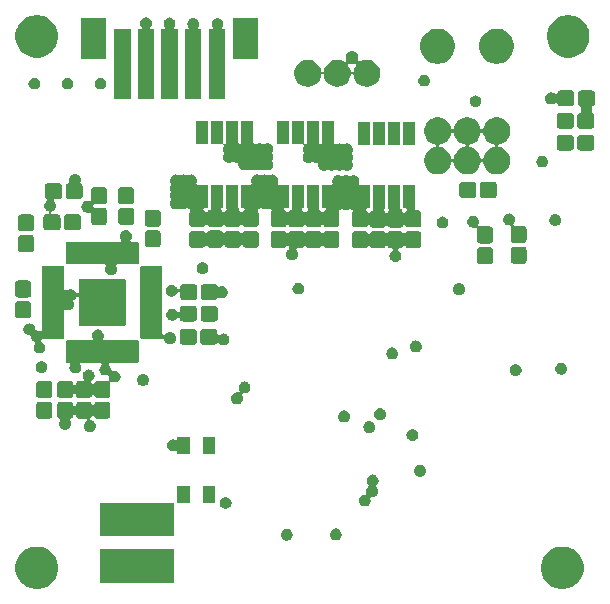
<source format=gbr>
G04 #@! TF.GenerationSoftware,KiCad,Pcbnew,5.0.0-fee4fd1~65~ubuntu16.04.1*
G04 #@! TF.CreationDate,2018-10-30T20:03:04+09:00*
G04 #@! TF.ProjectId,SSL_BLDC,53534C5F424C44432E6B696361645F70,rev?*
G04 #@! TF.SameCoordinates,Original*
G04 #@! TF.FileFunction,Soldermask,Top*
G04 #@! TF.FilePolarity,Negative*
%FSLAX46Y46*%
G04 Gerber Fmt 4.6, Leading zero omitted, Abs format (unit mm)*
G04 Created by KiCad (PCBNEW 5.0.0-fee4fd1~65~ubuntu16.04.1) date Tue Oct 30 20:03:04 2018*
%MOMM*%
%LPD*%
G01*
G04 APERTURE LIST*
%ADD10C,0.100000*%
G04 APERTURE END LIST*
D10*
G36*
X99909122Y-68246115D02*
X100025041Y-68269173D01*
X100352620Y-68404861D01*
X100420175Y-68450000D01*
X100647436Y-68601851D01*
X100898149Y-68852564D01*
X101095140Y-69147382D01*
X101230827Y-69474960D01*
X101300000Y-69822714D01*
X101300000Y-70177286D01*
X101230827Y-70525040D01*
X101095140Y-70852618D01*
X100898149Y-71147436D01*
X100647436Y-71398149D01*
X100647433Y-71398151D01*
X100352620Y-71595139D01*
X100025041Y-71730827D01*
X99909122Y-71753885D01*
X99677286Y-71800000D01*
X99322714Y-71800000D01*
X99090878Y-71753885D01*
X98974959Y-71730827D01*
X98647380Y-71595139D01*
X98352567Y-71398151D01*
X98352564Y-71398149D01*
X98101851Y-71147436D01*
X97904860Y-70852618D01*
X97769173Y-70525040D01*
X97700000Y-70177286D01*
X97700000Y-69822714D01*
X97769173Y-69474960D01*
X97904860Y-69147382D01*
X98101851Y-68852564D01*
X98352564Y-68601851D01*
X98579825Y-68450000D01*
X98647380Y-68404861D01*
X98974959Y-68269173D01*
X99090878Y-68246115D01*
X99322714Y-68200000D01*
X99677286Y-68200000D01*
X99909122Y-68246115D01*
X99909122Y-68246115D01*
G37*
G36*
X55409122Y-68246115D02*
X55525041Y-68269173D01*
X55852620Y-68404861D01*
X55920175Y-68450000D01*
X56147436Y-68601851D01*
X56398149Y-68852564D01*
X56595140Y-69147382D01*
X56730827Y-69474960D01*
X56800000Y-69822714D01*
X56800000Y-70177286D01*
X56730827Y-70525040D01*
X56595140Y-70852618D01*
X56398149Y-71147436D01*
X56147436Y-71398149D01*
X56147433Y-71398151D01*
X55852620Y-71595139D01*
X55525041Y-71730827D01*
X55409122Y-71753885D01*
X55177286Y-71800000D01*
X54822714Y-71800000D01*
X54590878Y-71753885D01*
X54474959Y-71730827D01*
X54147380Y-71595139D01*
X53852567Y-71398151D01*
X53852564Y-71398149D01*
X53601851Y-71147436D01*
X53404860Y-70852618D01*
X53269173Y-70525040D01*
X53200000Y-70177286D01*
X53200000Y-69822714D01*
X53269173Y-69474960D01*
X53404860Y-69147382D01*
X53601851Y-68852564D01*
X53852564Y-68601851D01*
X54079825Y-68450000D01*
X54147380Y-68404861D01*
X54474959Y-68269173D01*
X54590878Y-68246115D01*
X54822714Y-68200000D01*
X55177286Y-68200000D01*
X55409122Y-68246115D01*
X55409122Y-68246115D01*
G37*
G36*
X66610000Y-71250000D02*
X60390000Y-71250000D01*
X60390000Y-68450000D01*
X66610000Y-68450000D01*
X66610000Y-71250000D01*
X66610000Y-71250000D01*
G37*
G36*
X76320845Y-66719215D02*
X76411839Y-66756906D01*
X76492640Y-66810896D01*
X76493734Y-66811627D01*
X76563373Y-66881266D01*
X76563375Y-66881269D01*
X76618094Y-66963161D01*
X76655785Y-67054155D01*
X76670027Y-67125751D01*
X76675000Y-67150755D01*
X76675000Y-67249245D01*
X76655785Y-67345845D01*
X76618095Y-67436837D01*
X76563373Y-67518734D01*
X76493734Y-67588373D01*
X76493731Y-67588375D01*
X76411839Y-67643094D01*
X76411838Y-67643095D01*
X76411837Y-67643095D01*
X76320845Y-67680785D01*
X76224246Y-67700000D01*
X76125754Y-67700000D01*
X76029155Y-67680785D01*
X75938163Y-67643095D01*
X75938162Y-67643095D01*
X75938161Y-67643094D01*
X75856269Y-67588375D01*
X75856266Y-67588373D01*
X75786627Y-67518734D01*
X75731905Y-67436837D01*
X75694215Y-67345845D01*
X75675000Y-67249245D01*
X75675000Y-67150755D01*
X75679974Y-67125751D01*
X75694215Y-67054155D01*
X75731906Y-66963161D01*
X75786625Y-66881269D01*
X75786627Y-66881266D01*
X75856266Y-66811627D01*
X75857360Y-66810896D01*
X75938161Y-66756906D01*
X76029155Y-66719215D01*
X76125754Y-66700000D01*
X76224246Y-66700000D01*
X76320845Y-66719215D01*
X76320845Y-66719215D01*
G37*
G36*
X80470848Y-66694212D02*
X80531211Y-66719215D01*
X80561842Y-66731903D01*
X80599260Y-66756905D01*
X80643737Y-66786624D01*
X80713376Y-66856263D01*
X80768098Y-66938160D01*
X80805788Y-67029152D01*
X80825003Y-67125751D01*
X80825003Y-67224243D01*
X80805788Y-67320842D01*
X80768097Y-67411836D01*
X80751390Y-67436839D01*
X80713376Y-67493731D01*
X80643737Y-67563370D01*
X80643734Y-67563372D01*
X80561842Y-67618091D01*
X80470848Y-67655782D01*
X80374249Y-67674997D01*
X80275757Y-67674997D01*
X80179158Y-67655782D01*
X80088164Y-67618091D01*
X80006272Y-67563372D01*
X80006269Y-67563370D01*
X79936630Y-67493731D01*
X79898616Y-67436839D01*
X79881909Y-67411836D01*
X79844218Y-67320842D01*
X79825003Y-67224243D01*
X79825003Y-67125751D01*
X79844218Y-67029152D01*
X79881908Y-66938160D01*
X79936630Y-66856263D01*
X80006269Y-66786624D01*
X80050746Y-66756905D01*
X80088164Y-66731903D01*
X80118796Y-66719215D01*
X80179158Y-66694212D01*
X80275757Y-66674997D01*
X80374249Y-66674997D01*
X80470848Y-66694212D01*
X80470848Y-66694212D01*
G37*
G36*
X66610000Y-67350000D02*
X60390000Y-67350000D01*
X60390000Y-64550000D01*
X66610000Y-64550000D01*
X66610000Y-67350000D01*
X66610000Y-67350000D01*
G37*
G36*
X71145845Y-64019215D02*
X71236839Y-64056906D01*
X71246200Y-64063161D01*
X71318734Y-64111627D01*
X71388373Y-64181266D01*
X71388375Y-64181269D01*
X71443094Y-64263161D01*
X71480785Y-64354155D01*
X71499024Y-64445845D01*
X71500000Y-64450755D01*
X71500000Y-64549245D01*
X71480785Y-64645845D01*
X71463169Y-64688375D01*
X71443094Y-64736839D01*
X71438914Y-64743095D01*
X71388373Y-64818734D01*
X71318734Y-64888373D01*
X71318731Y-64888375D01*
X71236839Y-64943094D01*
X71145845Y-64980785D01*
X71049246Y-65000000D01*
X70950754Y-65000000D01*
X70854155Y-64980785D01*
X70763161Y-64943094D01*
X70681269Y-64888375D01*
X70681266Y-64888373D01*
X70611627Y-64818734D01*
X70561086Y-64743095D01*
X70556906Y-64736839D01*
X70536832Y-64688375D01*
X70519215Y-64645845D01*
X70500000Y-64549245D01*
X70500000Y-64450755D01*
X70500977Y-64445845D01*
X70519215Y-64354155D01*
X70556906Y-64263161D01*
X70611625Y-64181269D01*
X70611627Y-64181266D01*
X70681266Y-64111627D01*
X70753800Y-64063161D01*
X70763161Y-64056906D01*
X70854155Y-64019215D01*
X70950754Y-64000000D01*
X71049246Y-64000000D01*
X71145845Y-64019215D01*
X71145845Y-64019215D01*
G37*
G36*
X83595845Y-62119215D02*
X83686839Y-62156906D01*
X83696517Y-62163373D01*
X83768734Y-62211627D01*
X83838373Y-62281266D01*
X83893095Y-62363163D01*
X83930785Y-62454155D01*
X83950000Y-62550755D01*
X83950000Y-62649245D01*
X83930785Y-62745845D01*
X83893095Y-62836837D01*
X83838373Y-62918734D01*
X83770495Y-62986612D01*
X83754949Y-63005554D01*
X83743398Y-63027165D01*
X83736285Y-63050614D01*
X83733883Y-63075000D01*
X83736285Y-63099386D01*
X83743398Y-63122835D01*
X83754949Y-63144446D01*
X83770495Y-63163388D01*
X83788373Y-63181266D01*
X83788375Y-63181269D01*
X83843094Y-63263161D01*
X83880785Y-63354155D01*
X83900000Y-63450754D01*
X83900000Y-63549246D01*
X83880785Y-63645845D01*
X83843094Y-63736839D01*
X83802496Y-63797598D01*
X83788373Y-63818734D01*
X83718734Y-63888373D01*
X83718731Y-63888375D01*
X83636839Y-63943094D01*
X83545845Y-63980785D01*
X83449246Y-64000000D01*
X83377434Y-64000000D01*
X83353048Y-64002402D01*
X83329599Y-64009515D01*
X83307988Y-64021066D01*
X83289046Y-64036612D01*
X83273500Y-64055554D01*
X83261949Y-64077165D01*
X83254836Y-64100614D01*
X83252434Y-64125000D01*
X83254836Y-64149387D01*
X83255784Y-64154152D01*
X83255785Y-64154155D01*
X83275000Y-64250754D01*
X83275000Y-64349246D01*
X83255785Y-64445845D01*
X83218095Y-64536837D01*
X83163373Y-64618734D01*
X83093734Y-64688373D01*
X83093731Y-64688375D01*
X83011839Y-64743094D01*
X82920845Y-64780785D01*
X82824246Y-64800000D01*
X82725754Y-64800000D01*
X82629155Y-64780785D01*
X82538161Y-64743094D01*
X82456269Y-64688375D01*
X82456266Y-64688373D01*
X82386627Y-64618734D01*
X82331905Y-64536837D01*
X82294215Y-64445845D01*
X82275000Y-64349246D01*
X82275000Y-64250754D01*
X82294215Y-64154155D01*
X82311831Y-64111627D01*
X82331905Y-64063163D01*
X82336086Y-64056906D01*
X82386625Y-63981269D01*
X82386627Y-63981266D01*
X82456266Y-63911627D01*
X82491068Y-63888373D01*
X82538161Y-63856906D01*
X82629155Y-63819215D01*
X82725754Y-63800000D01*
X82797566Y-63800000D01*
X82821952Y-63797598D01*
X82845401Y-63790485D01*
X82867012Y-63778934D01*
X82885954Y-63763388D01*
X82901500Y-63744446D01*
X82913051Y-63722835D01*
X82920164Y-63699386D01*
X82922566Y-63675000D01*
X82920164Y-63650613D01*
X82919216Y-63645848D01*
X82919215Y-63645845D01*
X82900000Y-63549246D01*
X82900000Y-63450754D01*
X82919215Y-63354155D01*
X82956906Y-63263161D01*
X83011625Y-63181269D01*
X83011627Y-63181266D01*
X83079505Y-63113388D01*
X83095051Y-63094446D01*
X83106602Y-63072835D01*
X83113715Y-63049386D01*
X83116117Y-63025000D01*
X83113715Y-63000614D01*
X83106602Y-62977165D01*
X83095051Y-62955554D01*
X83079505Y-62936612D01*
X83061627Y-62918734D01*
X83006905Y-62836837D01*
X82969215Y-62745845D01*
X82950000Y-62649245D01*
X82950000Y-62550755D01*
X82969215Y-62454155D01*
X83006905Y-62363163D01*
X83061627Y-62281266D01*
X83131266Y-62211627D01*
X83203483Y-62163373D01*
X83213161Y-62156906D01*
X83304155Y-62119215D01*
X83400754Y-62100000D01*
X83499246Y-62100000D01*
X83595845Y-62119215D01*
X83595845Y-62119215D01*
G37*
G36*
X67950000Y-64500001D02*
X66900000Y-64500001D01*
X66900000Y-63050001D01*
X67950000Y-63050001D01*
X67950000Y-64500001D01*
X67950000Y-64500001D01*
G37*
G36*
X70100000Y-64500001D02*
X69050000Y-64500001D01*
X69050000Y-63050001D01*
X70100000Y-63050001D01*
X70100000Y-64500001D01*
X70100000Y-64500001D01*
G37*
G36*
X87595845Y-61294215D02*
X87686839Y-61331906D01*
X87767640Y-61385896D01*
X87768734Y-61386627D01*
X87838373Y-61456266D01*
X87893095Y-61538163D01*
X87930785Y-61629155D01*
X87950000Y-61725755D01*
X87950000Y-61824245D01*
X87930785Y-61920845D01*
X87893095Y-62011837D01*
X87838373Y-62093734D01*
X87768734Y-62163373D01*
X87768731Y-62163375D01*
X87686839Y-62218094D01*
X87595845Y-62255785D01*
X87499246Y-62275000D01*
X87400754Y-62275000D01*
X87304155Y-62255785D01*
X87213161Y-62218094D01*
X87131269Y-62163375D01*
X87131266Y-62163373D01*
X87061627Y-62093734D01*
X87006905Y-62011837D01*
X86969215Y-61920845D01*
X86950000Y-61824245D01*
X86950000Y-61725755D01*
X86969215Y-61629155D01*
X87006905Y-61538163D01*
X87061627Y-61456266D01*
X87131266Y-61386627D01*
X87132360Y-61385896D01*
X87213161Y-61331906D01*
X87304155Y-61294215D01*
X87400754Y-61275000D01*
X87499246Y-61275000D01*
X87595845Y-61294215D01*
X87595845Y-61294215D01*
G37*
G36*
X67950000Y-60350001D02*
X66900000Y-60350001D01*
X66900000Y-60208298D01*
X66897598Y-60183912D01*
X66890485Y-60160463D01*
X66878934Y-60138852D01*
X66863388Y-60119910D01*
X66844446Y-60104364D01*
X66822835Y-60092813D01*
X66799386Y-60085700D01*
X66775000Y-60083298D01*
X66750614Y-60085700D01*
X66727166Y-60092813D01*
X66695848Y-60105785D01*
X66695847Y-60105785D01*
X66695845Y-60105786D01*
X66599246Y-60125001D01*
X66500754Y-60125001D01*
X66404155Y-60105786D01*
X66313161Y-60068095D01*
X66231269Y-60013376D01*
X66231266Y-60013374D01*
X66161627Y-59943735D01*
X66106905Y-59861838D01*
X66069215Y-59770846D01*
X66050000Y-59674246D01*
X66050000Y-59575756D01*
X66069215Y-59479156D01*
X66106905Y-59388164D01*
X66161627Y-59306267D01*
X66231266Y-59236628D01*
X66240011Y-59230785D01*
X66313161Y-59181907D01*
X66404155Y-59144216D01*
X66500754Y-59125001D01*
X66599246Y-59125001D01*
X66695845Y-59144216D01*
X66695847Y-59144217D01*
X66695848Y-59144217D01*
X66727166Y-59157189D01*
X66750615Y-59164302D01*
X66775001Y-59166704D01*
X66799387Y-59164302D01*
X66822836Y-59157189D01*
X66844447Y-59145637D01*
X66863389Y-59130092D01*
X66878934Y-59111149D01*
X66890485Y-59089538D01*
X66897598Y-59066089D01*
X66900000Y-59041704D01*
X66900000Y-58900001D01*
X67950000Y-58900001D01*
X67950000Y-60350001D01*
X67950000Y-60350001D01*
G37*
G36*
X70100000Y-60350001D02*
X69050000Y-60350001D01*
X69050000Y-58900001D01*
X70100000Y-58900001D01*
X70100000Y-60350001D01*
X70100000Y-60350001D01*
G37*
G36*
X86945845Y-58269215D02*
X87020167Y-58300000D01*
X87036839Y-58306906D01*
X87117640Y-58360896D01*
X87118734Y-58361627D01*
X87188373Y-58431266D01*
X87243095Y-58513163D01*
X87280785Y-58604155D01*
X87300000Y-58700755D01*
X87300000Y-58799245D01*
X87280785Y-58895845D01*
X87243095Y-58986837D01*
X87188373Y-59068734D01*
X87118734Y-59138373D01*
X87118731Y-59138375D01*
X87036839Y-59193094D01*
X86945845Y-59230785D01*
X86849246Y-59250000D01*
X86750754Y-59250000D01*
X86654155Y-59230785D01*
X86563161Y-59193094D01*
X86481269Y-59138375D01*
X86481266Y-59138373D01*
X86411627Y-59068734D01*
X86356905Y-58986837D01*
X86319215Y-58895845D01*
X86300000Y-58799245D01*
X86300000Y-58700755D01*
X86319215Y-58604155D01*
X86356905Y-58513163D01*
X86411627Y-58431266D01*
X86481266Y-58361627D01*
X86482360Y-58360896D01*
X86563161Y-58306906D01*
X86579834Y-58300000D01*
X86654155Y-58269215D01*
X86750754Y-58250000D01*
X86849246Y-58250000D01*
X86945845Y-58269215D01*
X86945845Y-58269215D01*
G37*
G36*
X83295845Y-57594247D02*
X83386839Y-57631938D01*
X83422543Y-57655795D01*
X83468734Y-57686659D01*
X83538373Y-57756298D01*
X83538375Y-57756301D01*
X83593094Y-57838193D01*
X83630785Y-57929187D01*
X83650000Y-58025786D01*
X83650000Y-58124278D01*
X83630785Y-58220877D01*
X83593094Y-58311871D01*
X83541975Y-58388375D01*
X83538373Y-58393766D01*
X83468734Y-58463405D01*
X83468731Y-58463407D01*
X83386839Y-58518126D01*
X83295845Y-58555817D01*
X83199246Y-58575032D01*
X83100754Y-58575032D01*
X83004155Y-58555817D01*
X82913161Y-58518126D01*
X82831269Y-58463407D01*
X82831266Y-58463405D01*
X82761627Y-58393766D01*
X82758025Y-58388375D01*
X82706906Y-58311871D01*
X82669215Y-58220877D01*
X82650000Y-58124278D01*
X82650000Y-58025786D01*
X82669215Y-57929187D01*
X82706906Y-57838193D01*
X82761625Y-57756301D01*
X82761627Y-57756298D01*
X82831266Y-57686659D01*
X82877457Y-57655795D01*
X82913161Y-57631938D01*
X83004155Y-57594247D01*
X83100754Y-57575032D01*
X83199246Y-57575032D01*
X83295845Y-57594247D01*
X83295845Y-57594247D01*
G37*
G36*
X57857530Y-55930877D02*
X57909010Y-55946493D01*
X57956442Y-55971846D01*
X57998027Y-56005973D01*
X58032154Y-56047558D01*
X58057507Y-56094990D01*
X58073123Y-56146470D01*
X58077602Y-56191946D01*
X58082383Y-56215980D01*
X58091760Y-56238619D01*
X58105374Y-56258993D01*
X58122701Y-56276320D01*
X58143076Y-56289934D01*
X58165715Y-56299312D01*
X58189748Y-56304092D01*
X58214252Y-56304092D01*
X58238286Y-56299311D01*
X58260925Y-56289934D01*
X58281299Y-56276320D01*
X58298626Y-56258993D01*
X58312240Y-56238618D01*
X58321618Y-56215979D01*
X58326398Y-56191946D01*
X58330877Y-56146470D01*
X58346493Y-56094990D01*
X58371846Y-56047558D01*
X58405973Y-56005973D01*
X58447558Y-55971846D01*
X58494990Y-55946493D01*
X58546470Y-55930877D01*
X58606140Y-55925000D01*
X59393860Y-55925000D01*
X59453530Y-55930877D01*
X59505010Y-55946493D01*
X59552442Y-55971846D01*
X59594027Y-56005973D01*
X59628154Y-56047558D01*
X59653507Y-56094990D01*
X59655382Y-56101172D01*
X59664760Y-56123811D01*
X59678373Y-56144186D01*
X59695700Y-56161513D01*
X59716075Y-56175127D01*
X59738714Y-56184504D01*
X59762747Y-56189285D01*
X59787251Y-56189285D01*
X59811285Y-56184505D01*
X59833924Y-56175127D01*
X59854299Y-56161514D01*
X59871626Y-56144187D01*
X59885240Y-56123812D01*
X59894618Y-56101172D01*
X59896493Y-56094990D01*
X59921846Y-56047558D01*
X59955973Y-56005973D01*
X59997558Y-55971846D01*
X60044990Y-55946493D01*
X60096470Y-55930877D01*
X60156140Y-55925000D01*
X60943860Y-55925000D01*
X61003530Y-55930877D01*
X61055010Y-55946493D01*
X61102442Y-55971846D01*
X61144027Y-56005973D01*
X61178154Y-56047558D01*
X61203507Y-56094990D01*
X61219123Y-56146470D01*
X61225000Y-56206140D01*
X61225000Y-57093860D01*
X61219123Y-57153530D01*
X61203507Y-57205010D01*
X61178154Y-57252442D01*
X61144027Y-57294027D01*
X61102442Y-57328154D01*
X61055010Y-57353507D01*
X61003530Y-57369123D01*
X60943860Y-57375000D01*
X60156140Y-57375000D01*
X60096470Y-57369123D01*
X60044990Y-57353507D01*
X59997558Y-57328154D01*
X59955973Y-57294027D01*
X59921846Y-57252442D01*
X59896493Y-57205010D01*
X59894618Y-57198828D01*
X59885240Y-57176189D01*
X59871627Y-57155814D01*
X59854300Y-57138487D01*
X59833925Y-57124873D01*
X59811286Y-57115496D01*
X59787253Y-57110715D01*
X59762749Y-57110715D01*
X59738715Y-57115495D01*
X59716076Y-57124873D01*
X59695701Y-57138486D01*
X59678374Y-57155813D01*
X59664760Y-57176188D01*
X59655382Y-57198828D01*
X59653507Y-57205010D01*
X59628154Y-57252442D01*
X59594025Y-57294029D01*
X59587575Y-57299322D01*
X59570247Y-57316649D01*
X59556633Y-57337023D01*
X59547256Y-57359662D01*
X59542475Y-57383696D01*
X59542475Y-57408200D01*
X59547255Y-57432234D01*
X59556632Y-57454873D01*
X59570246Y-57475247D01*
X59587573Y-57492575D01*
X59607947Y-57506189D01*
X59630586Y-57515566D01*
X59642485Y-57518546D01*
X59645847Y-57519215D01*
X59736841Y-57556906D01*
X59792725Y-57594247D01*
X59818736Y-57611627D01*
X59888375Y-57681266D01*
X59888377Y-57681269D01*
X59943096Y-57763161D01*
X59980787Y-57854155D01*
X59999026Y-57945845D01*
X60000002Y-57950755D01*
X60000002Y-58049245D01*
X59980787Y-58145845D01*
X59963171Y-58188375D01*
X59943096Y-58236839D01*
X59938916Y-58243095D01*
X59888375Y-58318734D01*
X59818736Y-58388373D01*
X59818733Y-58388375D01*
X59736841Y-58443094D01*
X59645847Y-58480785D01*
X59549248Y-58500000D01*
X59450756Y-58500000D01*
X59354157Y-58480785D01*
X59263163Y-58443094D01*
X59181271Y-58388375D01*
X59181268Y-58388373D01*
X59111629Y-58318734D01*
X59061088Y-58243095D01*
X59056908Y-58236839D01*
X59036834Y-58188375D01*
X59019217Y-58145845D01*
X59000002Y-58049245D01*
X59000002Y-57950755D01*
X59000979Y-57945845D01*
X59019217Y-57854155D01*
X59056908Y-57763161D01*
X59111627Y-57681269D01*
X59111629Y-57681266D01*
X59181270Y-57611625D01*
X59192782Y-57603933D01*
X59211724Y-57588388D01*
X59227269Y-57569446D01*
X59238820Y-57547835D01*
X59245933Y-57524386D01*
X59248335Y-57500000D01*
X59245933Y-57475613D01*
X59238820Y-57452164D01*
X59227268Y-57430553D01*
X59211723Y-57411611D01*
X59192781Y-57396066D01*
X59171170Y-57384515D01*
X59147721Y-57377402D01*
X59123335Y-57375000D01*
X58606140Y-57375000D01*
X58546470Y-57369123D01*
X58494990Y-57353507D01*
X58447558Y-57328154D01*
X58405973Y-57294027D01*
X58371846Y-57252442D01*
X58346493Y-57205010D01*
X58330877Y-57153530D01*
X58326398Y-57108054D01*
X58321617Y-57084020D01*
X58312240Y-57061381D01*
X58298626Y-57041007D01*
X58281299Y-57023680D01*
X58260924Y-57010066D01*
X58238285Y-57000688D01*
X58214252Y-56995908D01*
X58189748Y-56995908D01*
X58165714Y-57000689D01*
X58143075Y-57010066D01*
X58122701Y-57023680D01*
X58105374Y-57041007D01*
X58091760Y-57061382D01*
X58082382Y-57084021D01*
X58077602Y-57108054D01*
X58073123Y-57153530D01*
X58057507Y-57205010D01*
X58032154Y-57252442D01*
X57998027Y-57294027D01*
X57956442Y-57328154D01*
X57909011Y-57353506D01*
X57899010Y-57356540D01*
X57876371Y-57365918D01*
X57855997Y-57379532D01*
X57838670Y-57396859D01*
X57825056Y-57417233D01*
X57815678Y-57439873D01*
X57810898Y-57463906D01*
X57810898Y-57488410D01*
X57815678Y-57512444D01*
X57825056Y-57535083D01*
X57831354Y-57545591D01*
X57843094Y-57563161D01*
X57843095Y-57563164D01*
X57843096Y-57563165D01*
X57863169Y-57611627D01*
X57880785Y-57654155D01*
X57900000Y-57750754D01*
X57900000Y-57849246D01*
X57880785Y-57945845D01*
X57843095Y-58036837D01*
X57788373Y-58118734D01*
X57718734Y-58188373D01*
X57718731Y-58188375D01*
X57636839Y-58243094D01*
X57636838Y-58243095D01*
X57636837Y-58243095D01*
X57545845Y-58280785D01*
X57449246Y-58300000D01*
X57350754Y-58300000D01*
X57254155Y-58280785D01*
X57163163Y-58243095D01*
X57163162Y-58243095D01*
X57163161Y-58243094D01*
X57081269Y-58188375D01*
X57081266Y-58188373D01*
X57011627Y-58118734D01*
X56956905Y-58036837D01*
X56919215Y-57945845D01*
X56900000Y-57849246D01*
X56900000Y-57750754D01*
X56919215Y-57654155D01*
X56956906Y-57563161D01*
X56969985Y-57543587D01*
X56981537Y-57521976D01*
X56988650Y-57498527D01*
X56991052Y-57474141D01*
X56988650Y-57449754D01*
X56981537Y-57426305D01*
X56969986Y-57404694D01*
X56954441Y-57385752D01*
X56935499Y-57370207D01*
X56913888Y-57358655D01*
X56902337Y-57354522D01*
X56898990Y-57353507D01*
X56851558Y-57328154D01*
X56809973Y-57294027D01*
X56775846Y-57252442D01*
X56750493Y-57205010D01*
X56734877Y-57153530D01*
X56729000Y-57093860D01*
X56729000Y-56206140D01*
X56734877Y-56146470D01*
X56750493Y-56094990D01*
X56775846Y-56047558D01*
X56809973Y-56005973D01*
X56851558Y-55971846D01*
X56898990Y-55946493D01*
X56950470Y-55930877D01*
X57010140Y-55925000D01*
X57797860Y-55925000D01*
X57857530Y-55930877D01*
X57857530Y-55930877D01*
G37*
G36*
X81170845Y-56694225D02*
X81261839Y-56731916D01*
X81342640Y-56785906D01*
X81343734Y-56786637D01*
X81413373Y-56856276D01*
X81468095Y-56938173D01*
X81493989Y-57000688D01*
X81505785Y-57029165D01*
X81525000Y-57125764D01*
X81525000Y-57224256D01*
X81507561Y-57311927D01*
X81505785Y-57320855D01*
X81469606Y-57408200D01*
X81468094Y-57411849D01*
X81455596Y-57430553D01*
X81413373Y-57493744D01*
X81343734Y-57563383D01*
X81343731Y-57563385D01*
X81261839Y-57618104D01*
X81170845Y-57655795D01*
X81074246Y-57675010D01*
X80975754Y-57675010D01*
X80879155Y-57655795D01*
X80788161Y-57618104D01*
X80706269Y-57563385D01*
X80706266Y-57563383D01*
X80636627Y-57493744D01*
X80594404Y-57430553D01*
X80581906Y-57411849D01*
X80580395Y-57408200D01*
X80544215Y-57320855D01*
X80542439Y-57311927D01*
X80525000Y-57224256D01*
X80525000Y-57125764D01*
X80544215Y-57029165D01*
X80556011Y-57000688D01*
X80581905Y-56938173D01*
X80636627Y-56856276D01*
X80706266Y-56786637D01*
X80707360Y-56785906D01*
X80788161Y-56731916D01*
X80879155Y-56694225D01*
X80975754Y-56675010D01*
X81074246Y-56675010D01*
X81170845Y-56694225D01*
X81170845Y-56694225D01*
G37*
G36*
X84222961Y-56512408D02*
X84313955Y-56550099D01*
X84394756Y-56604089D01*
X84395850Y-56604820D01*
X84465489Y-56674459D01*
X84465491Y-56674462D01*
X84520210Y-56756354D01*
X84557901Y-56847348D01*
X84577116Y-56943947D01*
X84577116Y-57042439D01*
X84565001Y-57103343D01*
X84557901Y-57139038D01*
X84530575Y-57205010D01*
X84520210Y-57230032D01*
X84477448Y-57294029D01*
X84465489Y-57311927D01*
X84395850Y-57381566D01*
X84395847Y-57381568D01*
X84313955Y-57436287D01*
X84313954Y-57436288D01*
X84313953Y-57436288D01*
X84247277Y-57463906D01*
X84222961Y-57473978D01*
X84126362Y-57493193D01*
X84027870Y-57493193D01*
X83931271Y-57473978D01*
X83906955Y-57463906D01*
X83840279Y-57436288D01*
X83840278Y-57436288D01*
X83840277Y-57436287D01*
X83758385Y-57381568D01*
X83758382Y-57381566D01*
X83688743Y-57311927D01*
X83676784Y-57294029D01*
X83634022Y-57230032D01*
X83623658Y-57205010D01*
X83596331Y-57139038D01*
X83589231Y-57103343D01*
X83577116Y-57042439D01*
X83577116Y-56943947D01*
X83596331Y-56847348D01*
X83634022Y-56756354D01*
X83688741Y-56674462D01*
X83688743Y-56674459D01*
X83758382Y-56604820D01*
X83759476Y-56604089D01*
X83840277Y-56550099D01*
X83931271Y-56512408D01*
X84027870Y-56493193D01*
X84126362Y-56493193D01*
X84222961Y-56512408D01*
X84222961Y-56512408D01*
G37*
G36*
X56079530Y-55930877D02*
X56131010Y-55946493D01*
X56178442Y-55971846D01*
X56220027Y-56005973D01*
X56254154Y-56047558D01*
X56279507Y-56094990D01*
X56295123Y-56146470D01*
X56301000Y-56206140D01*
X56301000Y-57093860D01*
X56295123Y-57153530D01*
X56279507Y-57205010D01*
X56254154Y-57252442D01*
X56220027Y-57294027D01*
X56178442Y-57328154D01*
X56131010Y-57353507D01*
X56079530Y-57369123D01*
X56019860Y-57375000D01*
X55232140Y-57375000D01*
X55172470Y-57369123D01*
X55120990Y-57353507D01*
X55073558Y-57328154D01*
X55031973Y-57294027D01*
X54997846Y-57252442D01*
X54972493Y-57205010D01*
X54956877Y-57153530D01*
X54951000Y-57093860D01*
X54951000Y-56206140D01*
X54956877Y-56146470D01*
X54972493Y-56094990D01*
X54997846Y-56047558D01*
X55031973Y-56005973D01*
X55073558Y-55971846D01*
X55120990Y-55946493D01*
X55172470Y-55930877D01*
X55232140Y-55925000D01*
X56019860Y-55925000D01*
X56079530Y-55930877D01*
X56079530Y-55930877D01*
G37*
G36*
X72693722Y-54233837D02*
X72745845Y-54244205D01*
X72834172Y-54280791D01*
X72836839Y-54281896D01*
X72863936Y-54300002D01*
X72918734Y-54336617D01*
X72988373Y-54406256D01*
X72988375Y-54406259D01*
X73028280Y-54465980D01*
X73043095Y-54488153D01*
X73080785Y-54579145D01*
X73100000Y-54675745D01*
X73100000Y-54774235D01*
X73080785Y-54870835D01*
X73043095Y-54961827D01*
X72988373Y-55043724D01*
X72918734Y-55113363D01*
X72918731Y-55113365D01*
X72836839Y-55168084D01*
X72745845Y-55205775D01*
X72649246Y-55224990D01*
X72550754Y-55224990D01*
X72519901Y-55218853D01*
X72495515Y-55216451D01*
X72471129Y-55218853D01*
X72447680Y-55225966D01*
X72426069Y-55237517D01*
X72407127Y-55253062D01*
X72391581Y-55272005D01*
X72380030Y-55293615D01*
X72372917Y-55317064D01*
X72370515Y-55341451D01*
X72372917Y-55365837D01*
X72380030Y-55389286D01*
X72391582Y-55410898D01*
X72393094Y-55413161D01*
X72430785Y-55504155D01*
X72449713Y-55599309D01*
X72450000Y-55600755D01*
X72450000Y-55699245D01*
X72430785Y-55795845D01*
X72393095Y-55886837D01*
X72338373Y-55968734D01*
X72268734Y-56038373D01*
X72268731Y-56038375D01*
X72186839Y-56093094D01*
X72095845Y-56130785D01*
X71999246Y-56150000D01*
X71900754Y-56150000D01*
X71804155Y-56130785D01*
X71713161Y-56093094D01*
X71631269Y-56038375D01*
X71631266Y-56038373D01*
X71561627Y-55968734D01*
X71506905Y-55886837D01*
X71469215Y-55795845D01*
X71450000Y-55699245D01*
X71450000Y-55600755D01*
X71450288Y-55599309D01*
X71469215Y-55504155D01*
X71481289Y-55475005D01*
X71506905Y-55413163D01*
X71513342Y-55403530D01*
X71561625Y-55331269D01*
X71561627Y-55331266D01*
X71631266Y-55261627D01*
X71686097Y-55224990D01*
X71713161Y-55206906D01*
X71804155Y-55169215D01*
X71900754Y-55150000D01*
X71999246Y-55150000D01*
X72030098Y-55156137D01*
X72054485Y-55158539D01*
X72078871Y-55156137D01*
X72102320Y-55149024D01*
X72123931Y-55137473D01*
X72142873Y-55121928D01*
X72158419Y-55102985D01*
X72169970Y-55081375D01*
X72177083Y-55057926D01*
X72179485Y-55033539D01*
X72177083Y-55009153D01*
X72169970Y-54985704D01*
X72158418Y-54964092D01*
X72156906Y-54961829D01*
X72119215Y-54870835D01*
X72100000Y-54774235D01*
X72100000Y-54675745D01*
X72119215Y-54579145D01*
X72156905Y-54488153D01*
X72171721Y-54465980D01*
X72211625Y-54406259D01*
X72211627Y-54406256D01*
X72281266Y-54336617D01*
X72336064Y-54300002D01*
X72363161Y-54281896D01*
X72365829Y-54280791D01*
X72454155Y-54244205D01*
X72506278Y-54233837D01*
X72550754Y-54224990D01*
X72649246Y-54224990D01*
X72693722Y-54233837D01*
X72693722Y-54233837D01*
G37*
G36*
X60320845Y-49844215D02*
X60368251Y-49863851D01*
X60411839Y-49881906D01*
X60438918Y-49900000D01*
X60493734Y-49936627D01*
X60563373Y-50006266D01*
X60618095Y-50088163D01*
X60630757Y-50118731D01*
X60655785Y-50179155D01*
X60675000Y-50275754D01*
X60675000Y-50374246D01*
X60664904Y-50425000D01*
X60655785Y-50470845D01*
X60615205Y-50568815D01*
X60610745Y-50577157D01*
X60603630Y-50600606D01*
X60601227Y-50624992D01*
X60603627Y-50649379D01*
X60610739Y-50672828D01*
X60622289Y-50694440D01*
X60637833Y-50713383D01*
X60656774Y-50728929D01*
X60678384Y-50740482D01*
X60701833Y-50747597D01*
X60726227Y-50750000D01*
X61031362Y-50750000D01*
X61037749Y-50750629D01*
X61062251Y-50750629D01*
X61068638Y-50750000D01*
X61531362Y-50750000D01*
X61537749Y-50750629D01*
X61562251Y-50750629D01*
X61568638Y-50750000D01*
X62031362Y-50750000D01*
X62037749Y-50750629D01*
X62062251Y-50750629D01*
X62068638Y-50750000D01*
X62531362Y-50750000D01*
X62537749Y-50750629D01*
X62562251Y-50750629D01*
X62568638Y-50750000D01*
X63031362Y-50750000D01*
X63037749Y-50750629D01*
X63062251Y-50750629D01*
X63068638Y-50750000D01*
X63531362Y-50750000D01*
X63559327Y-50752754D01*
X63580320Y-50759123D01*
X63599664Y-50769462D01*
X63616622Y-50783378D01*
X63630538Y-50800336D01*
X63640877Y-50819680D01*
X63647246Y-50840673D01*
X63650000Y-50868638D01*
X63650000Y-52506362D01*
X63647246Y-52534327D01*
X63640877Y-52555320D01*
X63630538Y-52574664D01*
X63616622Y-52591622D01*
X63599664Y-52605538D01*
X63580320Y-52615877D01*
X63559327Y-52622246D01*
X63531362Y-52625000D01*
X63068638Y-52625000D01*
X63062251Y-52624371D01*
X63037749Y-52624371D01*
X63031362Y-52625000D01*
X62568638Y-52625000D01*
X62562251Y-52624371D01*
X62537749Y-52624371D01*
X62531362Y-52625000D01*
X62068638Y-52625000D01*
X62062251Y-52624371D01*
X62037749Y-52624371D01*
X62031362Y-52625000D01*
X61568638Y-52625000D01*
X61562251Y-52624371D01*
X61537749Y-52624371D01*
X61531362Y-52625000D01*
X61233883Y-52625000D01*
X61209497Y-52627402D01*
X61186048Y-52634515D01*
X61164437Y-52646066D01*
X61145495Y-52661612D01*
X61129949Y-52680554D01*
X61118398Y-52702165D01*
X61111285Y-52725614D01*
X61108883Y-52750000D01*
X61111285Y-52774386D01*
X61118398Y-52797835D01*
X61129949Y-52819446D01*
X61145495Y-52838388D01*
X61188373Y-52881266D01*
X61188375Y-52881269D01*
X61243094Y-52963161D01*
X61280785Y-53054155D01*
X61299024Y-53145845D01*
X61300000Y-53150755D01*
X61300000Y-53197572D01*
X61302402Y-53221958D01*
X61309515Y-53245407D01*
X61321066Y-53267018D01*
X61336612Y-53285960D01*
X61355554Y-53301506D01*
X61377165Y-53313057D01*
X61400614Y-53320170D01*
X61425000Y-53322572D01*
X61449387Y-53320170D01*
X61454152Y-53319222D01*
X61454155Y-53319221D01*
X61550754Y-53300006D01*
X61649246Y-53300006D01*
X61745845Y-53319221D01*
X61836839Y-53356912D01*
X61881627Y-53386839D01*
X61918734Y-53411633D01*
X61988373Y-53481272D01*
X61988375Y-53481275D01*
X62043094Y-53563167D01*
X62080785Y-53654161D01*
X62100000Y-53750760D01*
X62100000Y-53849252D01*
X62080785Y-53945851D01*
X62043094Y-54036845D01*
X62005666Y-54092860D01*
X61988373Y-54118740D01*
X61918734Y-54188379D01*
X61918731Y-54188381D01*
X61836839Y-54243100D01*
X61836838Y-54243101D01*
X61836837Y-54243101D01*
X61762600Y-54273851D01*
X61745845Y-54280791D01*
X61649246Y-54300006D01*
X61550754Y-54300006D01*
X61454155Y-54280791D01*
X61437400Y-54273851D01*
X61389386Y-54253963D01*
X61365937Y-54246850D01*
X61341550Y-54244448D01*
X61317164Y-54246850D01*
X61293715Y-54253963D01*
X61272104Y-54265515D01*
X61253162Y-54281060D01*
X61237617Y-54300002D01*
X61226066Y-54321613D01*
X61218953Y-54345062D01*
X61216551Y-54369449D01*
X61218729Y-54384136D01*
X61217916Y-54384216D01*
X61225000Y-54456140D01*
X61225000Y-55343860D01*
X61219123Y-55403530D01*
X61203507Y-55455010D01*
X61178154Y-55502442D01*
X61144027Y-55544027D01*
X61102442Y-55578154D01*
X61055010Y-55603507D01*
X61003530Y-55619123D01*
X60943860Y-55625000D01*
X60156140Y-55625000D01*
X60096470Y-55619123D01*
X60044990Y-55603507D01*
X59997558Y-55578154D01*
X59955973Y-55544027D01*
X59921846Y-55502442D01*
X59896493Y-55455010D01*
X59894618Y-55448828D01*
X59885240Y-55426189D01*
X59871627Y-55405814D01*
X59854300Y-55388487D01*
X59833925Y-55374873D01*
X59811286Y-55365496D01*
X59787253Y-55360715D01*
X59762749Y-55360715D01*
X59738715Y-55365495D01*
X59716076Y-55374873D01*
X59695701Y-55388486D01*
X59678374Y-55405813D01*
X59664760Y-55426188D01*
X59655382Y-55448828D01*
X59653507Y-55455010D01*
X59628154Y-55502442D01*
X59594027Y-55544027D01*
X59552442Y-55578154D01*
X59505010Y-55603507D01*
X59453530Y-55619123D01*
X59393860Y-55625000D01*
X58606140Y-55625000D01*
X58546470Y-55619123D01*
X58494990Y-55603507D01*
X58447558Y-55578154D01*
X58405973Y-55544027D01*
X58371846Y-55502442D01*
X58346493Y-55455010D01*
X58330877Y-55403530D01*
X58326398Y-55358054D01*
X58321617Y-55334020D01*
X58312240Y-55311381D01*
X58298626Y-55291007D01*
X58281299Y-55273680D01*
X58260924Y-55260066D01*
X58238285Y-55250688D01*
X58214252Y-55245908D01*
X58189748Y-55245908D01*
X58165714Y-55250689D01*
X58143075Y-55260066D01*
X58122701Y-55273680D01*
X58105374Y-55291007D01*
X58091760Y-55311382D01*
X58082382Y-55334021D01*
X58077602Y-55358054D01*
X58073123Y-55403530D01*
X58057507Y-55455010D01*
X58032154Y-55502442D01*
X57998027Y-55544027D01*
X57956442Y-55578154D01*
X57909010Y-55603507D01*
X57857530Y-55619123D01*
X57797860Y-55625000D01*
X57010140Y-55625000D01*
X56950470Y-55619123D01*
X56898990Y-55603507D01*
X56851558Y-55578154D01*
X56809973Y-55544027D01*
X56775846Y-55502442D01*
X56750493Y-55455010D01*
X56734877Y-55403530D01*
X56729000Y-55343860D01*
X56729000Y-54456140D01*
X56734877Y-54396470D01*
X56750493Y-54344990D01*
X56775846Y-54297558D01*
X56809973Y-54255973D01*
X56851558Y-54221846D01*
X56898990Y-54196493D01*
X56950470Y-54180877D01*
X57010140Y-54175000D01*
X57797860Y-54175000D01*
X57857530Y-54180877D01*
X57909010Y-54196493D01*
X57956442Y-54221846D01*
X57998027Y-54255973D01*
X58032154Y-54297558D01*
X58057507Y-54344990D01*
X58073123Y-54396470D01*
X58077602Y-54441946D01*
X58082383Y-54465980D01*
X58091760Y-54488619D01*
X58105374Y-54508993D01*
X58122701Y-54526320D01*
X58143076Y-54539934D01*
X58165715Y-54549312D01*
X58189748Y-54554092D01*
X58214252Y-54554092D01*
X58238286Y-54549311D01*
X58260925Y-54539934D01*
X58281299Y-54526320D01*
X58298626Y-54508993D01*
X58312240Y-54488618D01*
X58321618Y-54465979D01*
X58326398Y-54441946D01*
X58330877Y-54396470D01*
X58346493Y-54344990D01*
X58371846Y-54297558D01*
X58405973Y-54255973D01*
X58447558Y-54221846D01*
X58494990Y-54196493D01*
X58546470Y-54180877D01*
X58606140Y-54175000D01*
X58882276Y-54175000D01*
X58906662Y-54172598D01*
X58930111Y-54165485D01*
X58951722Y-54153934D01*
X58970664Y-54138388D01*
X58986210Y-54119446D01*
X58997761Y-54097835D01*
X59004874Y-54074386D01*
X59007276Y-54050000D01*
X59004874Y-54025614D01*
X58997761Y-54002165D01*
X58986213Y-53980559D01*
X58959997Y-53941324D01*
X58922306Y-53850330D01*
X58903091Y-53753731D01*
X58903091Y-53655239D01*
X58922306Y-53558640D01*
X58938837Y-53518731D01*
X58959996Y-53467648D01*
X58976403Y-53443094D01*
X59014716Y-53385754D01*
X59014718Y-53385751D01*
X59084357Y-53316112D01*
X59109600Y-53299245D01*
X59166252Y-53261391D01*
X59195573Y-53249246D01*
X59257246Y-53223700D01*
X59266004Y-53221958D01*
X59353845Y-53204485D01*
X59452337Y-53204485D01*
X59540178Y-53221958D01*
X59548936Y-53223700D01*
X59610610Y-53249246D01*
X59639930Y-53261391D01*
X59696582Y-53299245D01*
X59721825Y-53316112D01*
X59791464Y-53385751D01*
X59791466Y-53385754D01*
X59829780Y-53443094D01*
X59846186Y-53467648D01*
X59867345Y-53518731D01*
X59883876Y-53558640D01*
X59903091Y-53655239D01*
X59903091Y-53753731D01*
X59883876Y-53850330D01*
X59846185Y-53941324D01*
X59819973Y-53980553D01*
X59791464Y-54023219D01*
X59721823Y-54092860D01*
X59666383Y-54129904D01*
X59647441Y-54145449D01*
X59631896Y-54164391D01*
X59620345Y-54186002D01*
X59613232Y-54209451D01*
X59610830Y-54233837D01*
X59613232Y-54258224D01*
X59625590Y-54292761D01*
X59653507Y-54344990D01*
X59655382Y-54351172D01*
X59664760Y-54373811D01*
X59678373Y-54394186D01*
X59695700Y-54411513D01*
X59716075Y-54425127D01*
X59738714Y-54434504D01*
X59762747Y-54439285D01*
X59787251Y-54439285D01*
X59811285Y-54434505D01*
X59833924Y-54425127D01*
X59854299Y-54411514D01*
X59871626Y-54394187D01*
X59885240Y-54373812D01*
X59894618Y-54351172D01*
X59896493Y-54344990D01*
X59921846Y-54297558D01*
X59955973Y-54255973D01*
X59997558Y-54221846D01*
X60044990Y-54196493D01*
X60096470Y-54180877D01*
X60156140Y-54175000D01*
X60943860Y-54175000D01*
X61013138Y-54181823D01*
X61018278Y-54182847D01*
X61042783Y-54182852D01*
X61066817Y-54178076D01*
X61089458Y-54168703D01*
X61109835Y-54155094D01*
X61127166Y-54137770D01*
X61140784Y-54117398D01*
X61150166Y-54094761D01*
X61154952Y-54070729D01*
X61154957Y-54046224D01*
X61150181Y-54022190D01*
X61146041Y-54010617D01*
X61119216Y-53945854D01*
X61118315Y-53941322D01*
X61100000Y-53849252D01*
X61100000Y-53802434D01*
X61097598Y-53778048D01*
X61090485Y-53754599D01*
X61078934Y-53732988D01*
X61063388Y-53714046D01*
X61044446Y-53698500D01*
X61022835Y-53686949D01*
X60999386Y-53679836D01*
X60975000Y-53677434D01*
X60950613Y-53679836D01*
X60945848Y-53680784D01*
X60945845Y-53680785D01*
X60849246Y-53700000D01*
X60750754Y-53700000D01*
X60654155Y-53680785D01*
X60596506Y-53656906D01*
X60563163Y-53643095D01*
X60563162Y-53643095D01*
X60563161Y-53643094D01*
X60481269Y-53588375D01*
X60481266Y-53588373D01*
X60411627Y-53518734D01*
X60390314Y-53486837D01*
X60356906Y-53436839D01*
X60336832Y-53388375D01*
X60319215Y-53345845D01*
X60300000Y-53249245D01*
X60300000Y-53150755D01*
X60300977Y-53145845D01*
X60319215Y-53054155D01*
X60356906Y-52963161D01*
X60411625Y-52881269D01*
X60411627Y-52881266D01*
X60454505Y-52838388D01*
X60470051Y-52819446D01*
X60481602Y-52797835D01*
X60488715Y-52774386D01*
X60491117Y-52750000D01*
X60488715Y-52725614D01*
X60481602Y-52702165D01*
X60470051Y-52680554D01*
X60454505Y-52661612D01*
X60435563Y-52646066D01*
X60413952Y-52634515D01*
X60390503Y-52627402D01*
X60366117Y-52625000D01*
X60068638Y-52625000D01*
X60062251Y-52624371D01*
X60037749Y-52624371D01*
X60031362Y-52625000D01*
X59568638Y-52625000D01*
X59562251Y-52624371D01*
X59537749Y-52624371D01*
X59531362Y-52625000D01*
X59068638Y-52625000D01*
X59062251Y-52624371D01*
X59037749Y-52624371D01*
X59031362Y-52625000D01*
X58821666Y-52625000D01*
X58797280Y-52627402D01*
X58773831Y-52634515D01*
X58752220Y-52646066D01*
X58733278Y-52661612D01*
X58717732Y-52680554D01*
X58706181Y-52702165D01*
X58699068Y-52725614D01*
X58696666Y-52750000D01*
X58699068Y-52774386D01*
X58706181Y-52797835D01*
X58710252Y-52807663D01*
X58747943Y-52898657D01*
X58767158Y-52995256D01*
X58767158Y-53093748D01*
X58747943Y-53190347D01*
X58710252Y-53281341D01*
X58684941Y-53319221D01*
X58655531Y-53363236D01*
X58585892Y-53432875D01*
X58585889Y-53432877D01*
X58503997Y-53487596D01*
X58413003Y-53525287D01*
X58316404Y-53544502D01*
X58217912Y-53544502D01*
X58121313Y-53525287D01*
X58030319Y-53487596D01*
X57948427Y-53432877D01*
X57948424Y-53432875D01*
X57878785Y-53363236D01*
X57849375Y-53319221D01*
X57824064Y-53281341D01*
X57786373Y-53190347D01*
X57767158Y-53093748D01*
X57767158Y-52995256D01*
X57786373Y-52898657D01*
X57824064Y-52807663D01*
X57828135Y-52797835D01*
X57835248Y-52774386D01*
X57837650Y-52750000D01*
X57835248Y-52725614D01*
X57828135Y-52702164D01*
X57816584Y-52680554D01*
X57801038Y-52661612D01*
X57782096Y-52646066D01*
X57760485Y-52634515D01*
X57737036Y-52627402D01*
X57712650Y-52625000D01*
X57568638Y-52625000D01*
X57540673Y-52622246D01*
X57519680Y-52615877D01*
X57500336Y-52605538D01*
X57483378Y-52591622D01*
X57469462Y-52574664D01*
X57459123Y-52555320D01*
X57452754Y-52534327D01*
X57450000Y-52506362D01*
X57450000Y-50868638D01*
X57452754Y-50840673D01*
X57459123Y-50819680D01*
X57469462Y-50800336D01*
X57483378Y-50783378D01*
X57500336Y-50769462D01*
X57519680Y-50759123D01*
X57540673Y-50752754D01*
X57568638Y-50750000D01*
X58031362Y-50750000D01*
X58037749Y-50750629D01*
X58062251Y-50750629D01*
X58068638Y-50750000D01*
X58531362Y-50750000D01*
X58537749Y-50750629D01*
X58562251Y-50750629D01*
X58568638Y-50750000D01*
X59031362Y-50750000D01*
X59037749Y-50750629D01*
X59062251Y-50750629D01*
X59068638Y-50750000D01*
X59531362Y-50750000D01*
X59537749Y-50750629D01*
X59562251Y-50750629D01*
X59568638Y-50750000D01*
X59623773Y-50750000D01*
X59648159Y-50747598D01*
X59671608Y-50740485D01*
X59693219Y-50728934D01*
X59712161Y-50713388D01*
X59727707Y-50694446D01*
X59739258Y-50672835D01*
X59746371Y-50649386D01*
X59748773Y-50625000D01*
X59746371Y-50600614D01*
X59739258Y-50577165D01*
X59734798Y-50568822D01*
X59694215Y-50470845D01*
X59685096Y-50425000D01*
X59675000Y-50374246D01*
X59675000Y-50275754D01*
X59694215Y-50179155D01*
X59719243Y-50118731D01*
X59731905Y-50088163D01*
X59786627Y-50006266D01*
X59856266Y-49936627D01*
X59911082Y-49900000D01*
X59938161Y-49881906D01*
X59981750Y-49863851D01*
X60029155Y-49844215D01*
X60125754Y-49825000D01*
X60224246Y-49825000D01*
X60320845Y-49844215D01*
X60320845Y-49844215D01*
G37*
G36*
X56079530Y-54180877D02*
X56131010Y-54196493D01*
X56178442Y-54221846D01*
X56220027Y-54255973D01*
X56254154Y-54297558D01*
X56279507Y-54344990D01*
X56295123Y-54396470D01*
X56301000Y-54456140D01*
X56301000Y-55343860D01*
X56295123Y-55403530D01*
X56279507Y-55455010D01*
X56254154Y-55502442D01*
X56220027Y-55544027D01*
X56178442Y-55578154D01*
X56131010Y-55603507D01*
X56079530Y-55619123D01*
X56019860Y-55625000D01*
X55232140Y-55625000D01*
X55172470Y-55619123D01*
X55120990Y-55603507D01*
X55073558Y-55578154D01*
X55031973Y-55544027D01*
X54997846Y-55502442D01*
X54972493Y-55455010D01*
X54956877Y-55403530D01*
X54951000Y-55343860D01*
X54951000Y-54456140D01*
X54956877Y-54396470D01*
X54972493Y-54344990D01*
X54997846Y-54297558D01*
X55031973Y-54255973D01*
X55073558Y-54221846D01*
X55120990Y-54196493D01*
X55172470Y-54180877D01*
X55232140Y-54175000D01*
X56019860Y-54175000D01*
X56079530Y-54180877D01*
X56079530Y-54180877D01*
G37*
G36*
X64145845Y-53619215D02*
X64220167Y-53650000D01*
X64236839Y-53656906D01*
X64290999Y-53693095D01*
X64318734Y-53711627D01*
X64388373Y-53781266D01*
X64388375Y-53781269D01*
X64434521Y-53850330D01*
X64443095Y-53863163D01*
X64480785Y-53954155D01*
X64500000Y-54050755D01*
X64500000Y-54149245D01*
X64480785Y-54245845D01*
X64458353Y-54300002D01*
X64443094Y-54336839D01*
X64433517Y-54351172D01*
X64388373Y-54418734D01*
X64318734Y-54488373D01*
X64318731Y-54488375D01*
X64236839Y-54543094D01*
X64236838Y-54543095D01*
X64236837Y-54543095D01*
X64210288Y-54554092D01*
X64145845Y-54580785D01*
X64049246Y-54600000D01*
X63950754Y-54600000D01*
X63854155Y-54580785D01*
X63789712Y-54554092D01*
X63763163Y-54543095D01*
X63763162Y-54543095D01*
X63763161Y-54543094D01*
X63681269Y-54488375D01*
X63681266Y-54488373D01*
X63611627Y-54418734D01*
X63566483Y-54351172D01*
X63556906Y-54336839D01*
X63541648Y-54300002D01*
X63519215Y-54245845D01*
X63500000Y-54149245D01*
X63500000Y-54050755D01*
X63519215Y-53954155D01*
X63556905Y-53863163D01*
X63565480Y-53850330D01*
X63611625Y-53781269D01*
X63611627Y-53781266D01*
X63681266Y-53711627D01*
X63709001Y-53693095D01*
X63763161Y-53656906D01*
X63779834Y-53650000D01*
X63854155Y-53619215D01*
X63950754Y-53600000D01*
X64049246Y-53600000D01*
X64145845Y-53619215D01*
X64145845Y-53619215D01*
G37*
G36*
X95695845Y-52769215D02*
X95786839Y-52806906D01*
X95857551Y-52854155D01*
X95868734Y-52861627D01*
X95938373Y-52931266D01*
X95938375Y-52931269D01*
X95993094Y-53013161D01*
X96030785Y-53104155D01*
X96050000Y-53200754D01*
X96050000Y-53299246D01*
X96030785Y-53395845D01*
X95993094Y-53486839D01*
X95958660Y-53538373D01*
X95938373Y-53568734D01*
X95868734Y-53638373D01*
X95868731Y-53638375D01*
X95786839Y-53693094D01*
X95786838Y-53693095D01*
X95786837Y-53693095D01*
X95695845Y-53730785D01*
X95599246Y-53750000D01*
X95500754Y-53750000D01*
X95404155Y-53730785D01*
X95313163Y-53693095D01*
X95313162Y-53693095D01*
X95313161Y-53693094D01*
X95231269Y-53638375D01*
X95231266Y-53638373D01*
X95161627Y-53568734D01*
X95141340Y-53538373D01*
X95106906Y-53486839D01*
X95069215Y-53395845D01*
X95050000Y-53299246D01*
X95050000Y-53200754D01*
X95069215Y-53104155D01*
X95106906Y-53013161D01*
X95161625Y-52931269D01*
X95161627Y-52931266D01*
X95231266Y-52861627D01*
X95242449Y-52854155D01*
X95313161Y-52806906D01*
X95404155Y-52769215D01*
X95500754Y-52750000D01*
X95599246Y-52750000D01*
X95695845Y-52769215D01*
X95695845Y-52769215D01*
G37*
G36*
X99545845Y-52669215D02*
X99625394Y-52702165D01*
X99636839Y-52706906D01*
X99664837Y-52725614D01*
X99718734Y-52761627D01*
X99788373Y-52831266D01*
X99788375Y-52831269D01*
X99843094Y-52913161D01*
X99880785Y-53004155D01*
X99900000Y-53100754D01*
X99900000Y-53199246D01*
X99892522Y-53236839D01*
X99880785Y-53295845D01*
X99843544Y-53385754D01*
X99843094Y-53386839D01*
X99789104Y-53467640D01*
X99788373Y-53468734D01*
X99718734Y-53538373D01*
X99718731Y-53538375D01*
X99636839Y-53593094D01*
X99636838Y-53593095D01*
X99636837Y-53593095D01*
X99545845Y-53630785D01*
X99449246Y-53650000D01*
X99350754Y-53650000D01*
X99254155Y-53630785D01*
X99163163Y-53593095D01*
X99163162Y-53593095D01*
X99163161Y-53593094D01*
X99081269Y-53538375D01*
X99081266Y-53538373D01*
X99011627Y-53468734D01*
X99010896Y-53467640D01*
X98956906Y-53386839D01*
X98956457Y-53385754D01*
X98919215Y-53295845D01*
X98907478Y-53236839D01*
X98900000Y-53199246D01*
X98900000Y-53100754D01*
X98919215Y-53004155D01*
X98956906Y-52913161D01*
X99011625Y-52831269D01*
X99011627Y-52831266D01*
X99081266Y-52761627D01*
X99135163Y-52725614D01*
X99163161Y-52706906D01*
X99174607Y-52702165D01*
X99254155Y-52669215D01*
X99350754Y-52650000D01*
X99449246Y-52650000D01*
X99545845Y-52669215D01*
X99545845Y-52669215D01*
G37*
G36*
X55545845Y-52519215D02*
X55636839Y-52556906D01*
X55694609Y-52595507D01*
X55718734Y-52611627D01*
X55788373Y-52681266D01*
X55788375Y-52681269D01*
X55842068Y-52761625D01*
X55843095Y-52763163D01*
X55866408Y-52819446D01*
X55880785Y-52854155D01*
X55900000Y-52950754D01*
X55900000Y-53049246D01*
X55891148Y-53093747D01*
X55880785Y-53145845D01*
X55848537Y-53223700D01*
X55843094Y-53236839D01*
X55822929Y-53267018D01*
X55788373Y-53318734D01*
X55718734Y-53388373D01*
X55718731Y-53388375D01*
X55636839Y-53443094D01*
X55636838Y-53443095D01*
X55636837Y-53443095D01*
X55574946Y-53468731D01*
X55545845Y-53480785D01*
X55449246Y-53500000D01*
X55350754Y-53500000D01*
X55254155Y-53480785D01*
X55225054Y-53468731D01*
X55163163Y-53443095D01*
X55163162Y-53443095D01*
X55163161Y-53443094D01*
X55081269Y-53388375D01*
X55081266Y-53388373D01*
X55011627Y-53318734D01*
X54977071Y-53267018D01*
X54956906Y-53236839D01*
X54951464Y-53223700D01*
X54919215Y-53145845D01*
X54908852Y-53093747D01*
X54900000Y-53049246D01*
X54900000Y-52950754D01*
X54919215Y-52854155D01*
X54933592Y-52819446D01*
X54956905Y-52763163D01*
X54957933Y-52761625D01*
X55011625Y-52681269D01*
X55011627Y-52681266D01*
X55081266Y-52611627D01*
X55105391Y-52595507D01*
X55163161Y-52556906D01*
X55254155Y-52519215D01*
X55350754Y-52500000D01*
X55449246Y-52500000D01*
X55545845Y-52519215D01*
X55545845Y-52519215D01*
G37*
G36*
X85245845Y-51369215D02*
X85310136Y-51395845D01*
X85336839Y-51406906D01*
X85337424Y-51407297D01*
X85418734Y-51461627D01*
X85488373Y-51531266D01*
X85488375Y-51531269D01*
X85530886Y-51594890D01*
X85543095Y-51613163D01*
X85580785Y-51704155D01*
X85600000Y-51800755D01*
X85600000Y-51899245D01*
X85580785Y-51995845D01*
X85543095Y-52086837D01*
X85488373Y-52168734D01*
X85418734Y-52238373D01*
X85418731Y-52238375D01*
X85336839Y-52293094D01*
X85245845Y-52330785D01*
X85149246Y-52350000D01*
X85050754Y-52350000D01*
X84954155Y-52330785D01*
X84863161Y-52293094D01*
X84781269Y-52238375D01*
X84781266Y-52238373D01*
X84711627Y-52168734D01*
X84656905Y-52086837D01*
X84619215Y-51995845D01*
X84600000Y-51899245D01*
X84600000Y-51800755D01*
X84619215Y-51704155D01*
X84656905Y-51613163D01*
X84669115Y-51594890D01*
X84711625Y-51531269D01*
X84711627Y-51531266D01*
X84781266Y-51461627D01*
X84862576Y-51407297D01*
X84863161Y-51406906D01*
X84889865Y-51395845D01*
X84954155Y-51369215D01*
X85050754Y-51350000D01*
X85149246Y-51350000D01*
X85245845Y-51369215D01*
X85245845Y-51369215D01*
G37*
G36*
X57234327Y-44427754D02*
X57255320Y-44434123D01*
X57274664Y-44444462D01*
X57291622Y-44458378D01*
X57305538Y-44475336D01*
X57315877Y-44494680D01*
X57322246Y-44515673D01*
X57325000Y-44543638D01*
X57325000Y-45006362D01*
X57324371Y-45012749D01*
X57324371Y-45037251D01*
X57325000Y-45043638D01*
X57325000Y-45506362D01*
X57324371Y-45512749D01*
X57324371Y-45537251D01*
X57325000Y-45543638D01*
X57325000Y-46006362D01*
X57324371Y-46012749D01*
X57324371Y-46037251D01*
X57325000Y-46043638D01*
X57325000Y-46416117D01*
X57327402Y-46440503D01*
X57334515Y-46463952D01*
X57346066Y-46485563D01*
X57361612Y-46504505D01*
X57380554Y-46520051D01*
X57402165Y-46531602D01*
X57425614Y-46538715D01*
X57450000Y-46541117D01*
X57474386Y-46538715D01*
X57497835Y-46531602D01*
X57519446Y-46520051D01*
X57522896Y-46517219D01*
X57602616Y-46463952D01*
X57613161Y-46456906D01*
X57629834Y-46450000D01*
X57704155Y-46419215D01*
X57800754Y-46400000D01*
X57899246Y-46400000D01*
X57995845Y-46419215D01*
X58070167Y-46450000D01*
X58086839Y-46456906D01*
X58129999Y-46485745D01*
X58168734Y-46511627D01*
X58238373Y-46581266D01*
X58293095Y-46663162D01*
X58309515Y-46702805D01*
X58321066Y-46724416D01*
X58336611Y-46743358D01*
X58355553Y-46758903D01*
X58377164Y-46770455D01*
X58400613Y-46777568D01*
X58424999Y-46779970D01*
X58449386Y-46777568D01*
X58472835Y-46770455D01*
X58494446Y-46758904D01*
X58513388Y-46743359D01*
X58528933Y-46724417D01*
X58540485Y-46702806D01*
X58547598Y-46679357D01*
X58550000Y-46654970D01*
X58550000Y-45701277D01*
X58553862Y-45662065D01*
X58563509Y-45630262D01*
X58579179Y-45600947D01*
X58600260Y-45575260D01*
X58625947Y-45554179D01*
X58655262Y-45538509D01*
X58687065Y-45528862D01*
X58726277Y-45525000D01*
X62373723Y-45525000D01*
X62412935Y-45528862D01*
X62444738Y-45538509D01*
X62474053Y-45554179D01*
X62499740Y-45575260D01*
X62520821Y-45600947D01*
X62536491Y-45630262D01*
X62546138Y-45662065D01*
X62550000Y-45701277D01*
X62550000Y-49348723D01*
X62546138Y-49387935D01*
X62536491Y-49419738D01*
X62520821Y-49449053D01*
X62499740Y-49474740D01*
X62474053Y-49495821D01*
X62444738Y-49511491D01*
X62412935Y-49521138D01*
X62373723Y-49525000D01*
X58726277Y-49525000D01*
X58687065Y-49521138D01*
X58655262Y-49511491D01*
X58625947Y-49495821D01*
X58600260Y-49474740D01*
X58579179Y-49449053D01*
X58563509Y-49419738D01*
X58553862Y-49387935D01*
X58550000Y-49348723D01*
X58550000Y-47145030D01*
X58547598Y-47120644D01*
X58540485Y-47097195D01*
X58528934Y-47075584D01*
X58513388Y-47056642D01*
X58494446Y-47041096D01*
X58472835Y-47029545D01*
X58449386Y-47022432D01*
X58425000Y-47020030D01*
X58400614Y-47022432D01*
X58377165Y-47029545D01*
X58355554Y-47041096D01*
X58336612Y-47056642D01*
X58321066Y-47075584D01*
X58309515Y-47097195D01*
X58293095Y-47136838D01*
X58238373Y-47218734D01*
X58168735Y-47288372D01*
X58168732Y-47288374D01*
X58168731Y-47288375D01*
X58156809Y-47296341D01*
X58137872Y-47311882D01*
X58122326Y-47330824D01*
X58110775Y-47352435D01*
X58103661Y-47375884D01*
X58101259Y-47400270D01*
X58103660Y-47424656D01*
X58110774Y-47448107D01*
X58145717Y-47532467D01*
X58164932Y-47629066D01*
X58164932Y-47727558D01*
X58145717Y-47824157D01*
X58108026Y-47915151D01*
X58061928Y-47984141D01*
X58053305Y-47997046D01*
X57983666Y-48066685D01*
X57983663Y-48066687D01*
X57901771Y-48121406D01*
X57901770Y-48121407D01*
X57901769Y-48121407D01*
X57885364Y-48128202D01*
X57810777Y-48159097D01*
X57714178Y-48178312D01*
X57615686Y-48178312D01*
X57519087Y-48159097D01*
X57497834Y-48150294D01*
X57474386Y-48143181D01*
X57450000Y-48140779D01*
X57425613Y-48143181D01*
X57402164Y-48150294D01*
X57380553Y-48161846D01*
X57361611Y-48177391D01*
X57346066Y-48196333D01*
X57334515Y-48217944D01*
X57327402Y-48241393D01*
X57325000Y-48265779D01*
X57325000Y-48506362D01*
X57324371Y-48512749D01*
X57324371Y-48537251D01*
X57325000Y-48543638D01*
X57325000Y-49006362D01*
X57324371Y-49012749D01*
X57324371Y-49037251D01*
X57325000Y-49043638D01*
X57325000Y-49506362D01*
X57324371Y-49512749D01*
X57324371Y-49537251D01*
X57325000Y-49543638D01*
X57325000Y-50006362D01*
X57324371Y-50012749D01*
X57324371Y-50037251D01*
X57325000Y-50043638D01*
X57325000Y-50506362D01*
X57322246Y-50534327D01*
X57315877Y-50555320D01*
X57305538Y-50574664D01*
X57291622Y-50591622D01*
X57274664Y-50605538D01*
X57255320Y-50615877D01*
X57234327Y-50622246D01*
X57206362Y-50625000D01*
X55568640Y-50625000D01*
X55532829Y-50621473D01*
X55508325Y-50621473D01*
X55484291Y-50626254D01*
X55461652Y-50635631D01*
X55441278Y-50649245D01*
X55416644Y-50676424D01*
X55389903Y-50716444D01*
X55378351Y-50738055D01*
X55371238Y-50761504D01*
X55368836Y-50785890D01*
X55371238Y-50810276D01*
X55378351Y-50833725D01*
X55389902Y-50855336D01*
X55405447Y-50874279D01*
X55424389Y-50889824D01*
X55446001Y-50901376D01*
X55478788Y-50914957D01*
X55537161Y-50953961D01*
X55560683Y-50969678D01*
X55630322Y-51039317D01*
X55630324Y-51039320D01*
X55685043Y-51121212D01*
X55722734Y-51212206D01*
X55740048Y-51299246D01*
X55741949Y-51308806D01*
X55741949Y-51407296D01*
X55722734Y-51503896D01*
X55695879Y-51568731D01*
X55685043Y-51594890D01*
X55672833Y-51613163D01*
X55630322Y-51676785D01*
X55560683Y-51746424D01*
X55560680Y-51746426D01*
X55478788Y-51801145D01*
X55387794Y-51838836D01*
X55291195Y-51858051D01*
X55192703Y-51858051D01*
X55096104Y-51838836D01*
X55005110Y-51801145D01*
X54923218Y-51746426D01*
X54923215Y-51746424D01*
X54853576Y-51676785D01*
X54811065Y-51613163D01*
X54798855Y-51594890D01*
X54788020Y-51568731D01*
X54761164Y-51503896D01*
X54741949Y-51407296D01*
X54741949Y-51308806D01*
X54743851Y-51299246D01*
X54761164Y-51212206D01*
X54798855Y-51121212D01*
X54852047Y-51041606D01*
X54863598Y-51019996D01*
X54870711Y-50996547D01*
X54873113Y-50972161D01*
X54870711Y-50947774D01*
X54863598Y-50924325D01*
X54852047Y-50902714D01*
X54836502Y-50883772D01*
X54817560Y-50868227D01*
X54795948Y-50856675D01*
X54763163Y-50843095D01*
X54763162Y-50843095D01*
X54763161Y-50843094D01*
X54681269Y-50788375D01*
X54681266Y-50788373D01*
X54611627Y-50718734D01*
X54580953Y-50672828D01*
X54556906Y-50636839D01*
X54556406Y-50635631D01*
X54519215Y-50545845D01*
X54513471Y-50516970D01*
X54500000Y-50449246D01*
X54500000Y-50425000D01*
X54497598Y-50400614D01*
X54490485Y-50377165D01*
X54478934Y-50355554D01*
X54463388Y-50336612D01*
X54444446Y-50321066D01*
X54422835Y-50309515D01*
X54399386Y-50302402D01*
X54375000Y-50300000D01*
X54325754Y-50300000D01*
X54229155Y-50280785D01*
X54138163Y-50243095D01*
X54138162Y-50243095D01*
X54138161Y-50243094D01*
X54056269Y-50188375D01*
X54056266Y-50188373D01*
X53986627Y-50118734D01*
X53966199Y-50088161D01*
X53931906Y-50036839D01*
X53931831Y-50036657D01*
X53894215Y-49945845D01*
X53888918Y-49919215D01*
X53875000Y-49849246D01*
X53875000Y-49750754D01*
X53894215Y-49654155D01*
X53931906Y-49563161D01*
X53986625Y-49481269D01*
X53986627Y-49481266D01*
X54056266Y-49411627D01*
X54091723Y-49387935D01*
X54138161Y-49356906D01*
X54146326Y-49353524D01*
X54229155Y-49319215D01*
X54325754Y-49300000D01*
X54424246Y-49300000D01*
X54520845Y-49319215D01*
X54603675Y-49353524D01*
X54611839Y-49356906D01*
X54658277Y-49387935D01*
X54693734Y-49411627D01*
X54763373Y-49481266D01*
X54818095Y-49563163D01*
X54855785Y-49654155D01*
X54875000Y-49750755D01*
X54875000Y-49775000D01*
X54877402Y-49799386D01*
X54884515Y-49822835D01*
X54896066Y-49844446D01*
X54911612Y-49863388D01*
X54930554Y-49878934D01*
X54952165Y-49890485D01*
X54975614Y-49897598D01*
X55000000Y-49900000D01*
X55049246Y-49900000D01*
X55116169Y-49913312D01*
X55145845Y-49919215D01*
X55236838Y-49956905D01*
X55255554Y-49969411D01*
X55277165Y-49980962D01*
X55300614Y-49988075D01*
X55325000Y-49990477D01*
X55349387Y-49988075D01*
X55372836Y-49980962D01*
X55394447Y-49969411D01*
X55413389Y-49953865D01*
X55428934Y-49934923D01*
X55440485Y-49913312D01*
X55447598Y-49889863D01*
X55450000Y-49865477D01*
X55450000Y-49543638D01*
X55450629Y-49537251D01*
X55450629Y-49512749D01*
X55450000Y-49506362D01*
X55450000Y-49043638D01*
X55450629Y-49037251D01*
X55450629Y-49012749D01*
X55450000Y-49006362D01*
X55450000Y-48543638D01*
X55450629Y-48537251D01*
X55450629Y-48512749D01*
X55450000Y-48506362D01*
X55450000Y-48043638D01*
X55450629Y-48037251D01*
X55450629Y-48012749D01*
X55450000Y-48006362D01*
X55450000Y-47543638D01*
X55450629Y-47537251D01*
X55450629Y-47512749D01*
X55450000Y-47506362D01*
X55450000Y-47043638D01*
X55450629Y-47037251D01*
X55450629Y-47012749D01*
X55450000Y-47006362D01*
X55450000Y-46543638D01*
X55450629Y-46537251D01*
X55450629Y-46512749D01*
X55450000Y-46506362D01*
X55450000Y-46043638D01*
X55450629Y-46037251D01*
X55450629Y-46012749D01*
X55450000Y-46006362D01*
X55450000Y-45543638D01*
X55450629Y-45537251D01*
X55450629Y-45512749D01*
X55450000Y-45506362D01*
X55450000Y-45043638D01*
X55450629Y-45037251D01*
X55450629Y-45012749D01*
X55450000Y-45006362D01*
X55450000Y-44543638D01*
X55452754Y-44515673D01*
X55459123Y-44494680D01*
X55469462Y-44475336D01*
X55483378Y-44458378D01*
X55500336Y-44444462D01*
X55519680Y-44434123D01*
X55540673Y-44427754D01*
X55568638Y-44425000D01*
X57206362Y-44425000D01*
X57234327Y-44427754D01*
X57234327Y-44427754D01*
G37*
G36*
X87216214Y-50763321D02*
X87245845Y-50769215D01*
X87292097Y-50788373D01*
X87336839Y-50806906D01*
X87390999Y-50843095D01*
X87418734Y-50861627D01*
X87488373Y-50931266D01*
X87488375Y-50931269D01*
X87497557Y-50945010D01*
X87543095Y-51013163D01*
X87561717Y-51058121D01*
X87580785Y-51104155D01*
X87600000Y-51200754D01*
X87600000Y-51299246D01*
X87580785Y-51395845D01*
X87543094Y-51486839D01*
X87489104Y-51567640D01*
X87488373Y-51568734D01*
X87418734Y-51638373D01*
X87418731Y-51638375D01*
X87336839Y-51693094D01*
X87336838Y-51693095D01*
X87336837Y-51693095D01*
X87245845Y-51730785D01*
X87149246Y-51750000D01*
X87050754Y-51750000D01*
X86954155Y-51730785D01*
X86863163Y-51693095D01*
X86863162Y-51693095D01*
X86863161Y-51693094D01*
X86781269Y-51638375D01*
X86781266Y-51638373D01*
X86711627Y-51568734D01*
X86710896Y-51567640D01*
X86656906Y-51486839D01*
X86619215Y-51395845D01*
X86600000Y-51299246D01*
X86600000Y-51200754D01*
X86619215Y-51104155D01*
X86638283Y-51058121D01*
X86656905Y-51013163D01*
X86702444Y-50945010D01*
X86711625Y-50931269D01*
X86711627Y-50931266D01*
X86781266Y-50861627D01*
X86809001Y-50843095D01*
X86863161Y-50806906D01*
X86907904Y-50788373D01*
X86954155Y-50769215D01*
X86983786Y-50763321D01*
X87050754Y-50750000D01*
X87149246Y-50750000D01*
X87216214Y-50763321D01*
X87216214Y-50763321D01*
G37*
G36*
X70078530Y-49770877D02*
X70130010Y-49786493D01*
X70177442Y-49811846D01*
X70219027Y-49845973D01*
X70253154Y-49887558D01*
X70278507Y-49934990D01*
X70294123Y-49986470D01*
X70300000Y-50046140D01*
X70300000Y-50171246D01*
X70302402Y-50195632D01*
X70309515Y-50219081D01*
X70321066Y-50240692D01*
X70336612Y-50259634D01*
X70355554Y-50275180D01*
X70377165Y-50286731D01*
X70400614Y-50293844D01*
X70425000Y-50296246D01*
X70449386Y-50293844D01*
X70472835Y-50286731D01*
X70494447Y-50275179D01*
X70586217Y-50213860D01*
X70677211Y-50176169D01*
X70773810Y-50156954D01*
X70872302Y-50156954D01*
X70968901Y-50176169D01*
X71059895Y-50213860D01*
X71103646Y-50243094D01*
X71141790Y-50268581D01*
X71211429Y-50338220D01*
X71211431Y-50338223D01*
X71253120Y-50400614D01*
X71266151Y-50420117D01*
X71295409Y-50490752D01*
X71303841Y-50511109D01*
X71323056Y-50607708D01*
X71323056Y-50706200D01*
X71312529Y-50759123D01*
X71303841Y-50802799D01*
X71279475Y-50861625D01*
X71266150Y-50893793D01*
X71230699Y-50946848D01*
X71211429Y-50975688D01*
X71141790Y-51045327D01*
X71141787Y-51045329D01*
X71059895Y-51100048D01*
X70968901Y-51137739D01*
X70872302Y-51156954D01*
X70773810Y-51156954D01*
X70677211Y-51137739D01*
X70586217Y-51100048D01*
X70504325Y-51045329D01*
X70504322Y-51045327D01*
X70440053Y-50981058D01*
X70421111Y-50965512D01*
X70399500Y-50953961D01*
X70376051Y-50946848D01*
X70351665Y-50944446D01*
X70327279Y-50946848D01*
X70303830Y-50953961D01*
X70282219Y-50965512D01*
X70255039Y-50990147D01*
X70219030Y-51034024D01*
X70177442Y-51068154D01*
X70130010Y-51093507D01*
X70078530Y-51109123D01*
X70018860Y-51115000D01*
X69131140Y-51115000D01*
X69071470Y-51109123D01*
X69019990Y-51093507D01*
X68972558Y-51068154D01*
X68930973Y-51034027D01*
X68896846Y-50992442D01*
X68871493Y-50945010D01*
X68855877Y-50893530D01*
X68850000Y-50833860D01*
X68850000Y-50046140D01*
X68855877Y-49986470D01*
X68871493Y-49934990D01*
X68896846Y-49887558D01*
X68930973Y-49845973D01*
X68972558Y-49811846D01*
X69019990Y-49786493D01*
X69071470Y-49770877D01*
X69131140Y-49765000D01*
X70018860Y-49765000D01*
X70078530Y-49770877D01*
X70078530Y-49770877D01*
G37*
G36*
X68328530Y-49770877D02*
X68380010Y-49786493D01*
X68427442Y-49811846D01*
X68469027Y-49845973D01*
X68503154Y-49887558D01*
X68528507Y-49934990D01*
X68544123Y-49986470D01*
X68550000Y-50046140D01*
X68550000Y-50833860D01*
X68544123Y-50893530D01*
X68528507Y-50945010D01*
X68503154Y-50992442D01*
X68469027Y-51034027D01*
X68427442Y-51068154D01*
X68380010Y-51093507D01*
X68328530Y-51109123D01*
X68268860Y-51115000D01*
X67381140Y-51115000D01*
X67321470Y-51109123D01*
X67269990Y-51093507D01*
X67222558Y-51068154D01*
X67180973Y-51034027D01*
X67146846Y-50992442D01*
X67121493Y-50945010D01*
X67105877Y-50893530D01*
X67100000Y-50833860D01*
X67100000Y-50046140D01*
X67105877Y-49986470D01*
X67121493Y-49934990D01*
X67146846Y-49887558D01*
X67180973Y-49845973D01*
X67222558Y-49811846D01*
X67269990Y-49786493D01*
X67321470Y-49770877D01*
X67381140Y-49765000D01*
X68268860Y-49765000D01*
X68328530Y-49770877D01*
X68328530Y-49770877D01*
G37*
G36*
X65559327Y-44427754D02*
X65580320Y-44434123D01*
X65599664Y-44444462D01*
X65616622Y-44458378D01*
X65630538Y-44475336D01*
X65640877Y-44494680D01*
X65647246Y-44515673D01*
X65650000Y-44543638D01*
X65650000Y-45006362D01*
X65649371Y-45012749D01*
X65649371Y-45037251D01*
X65650000Y-45043638D01*
X65650000Y-45506362D01*
X65649371Y-45512749D01*
X65649371Y-45537251D01*
X65650000Y-45543638D01*
X65650000Y-46006362D01*
X65649371Y-46012749D01*
X65649371Y-46037251D01*
X65650000Y-46043638D01*
X65650000Y-46506362D01*
X65649371Y-46512749D01*
X65649371Y-46537251D01*
X65650000Y-46543638D01*
X65650000Y-47006362D01*
X65649371Y-47012749D01*
X65649371Y-47037251D01*
X65650000Y-47043638D01*
X65650000Y-47506362D01*
X65649371Y-47512749D01*
X65649371Y-47537251D01*
X65650000Y-47543638D01*
X65650000Y-48006362D01*
X65649371Y-48012749D01*
X65649371Y-48037251D01*
X65650000Y-48043638D01*
X65650000Y-48506362D01*
X65649371Y-48512749D01*
X65649371Y-48537251D01*
X65650000Y-48543638D01*
X65650000Y-49006362D01*
X65649371Y-49012749D01*
X65649371Y-49037251D01*
X65650000Y-49043638D01*
X65650000Y-49506362D01*
X65649371Y-49512749D01*
X65649371Y-49537251D01*
X65650000Y-49543638D01*
X65650000Y-50006362D01*
X65649371Y-50012749D01*
X65649371Y-50037251D01*
X65650000Y-50043638D01*
X65650000Y-50170814D01*
X65652402Y-50195200D01*
X65659515Y-50218649D01*
X65671066Y-50240260D01*
X65686612Y-50259202D01*
X65705554Y-50274748D01*
X65727165Y-50286299D01*
X65750614Y-50293412D01*
X65775000Y-50295814D01*
X65799386Y-50293412D01*
X65822835Y-50286299D01*
X65844446Y-50274748D01*
X65863388Y-50259202D01*
X65878933Y-50240261D01*
X65891625Y-50221266D01*
X65961266Y-50151625D01*
X66006146Y-50121637D01*
X66043161Y-50096904D01*
X66046534Y-50095507D01*
X66134155Y-50059213D01*
X66230754Y-50039998D01*
X66329246Y-50039998D01*
X66425845Y-50059213D01*
X66513467Y-50095507D01*
X66516839Y-50096904D01*
X66553854Y-50121637D01*
X66598734Y-50151625D01*
X66668373Y-50221264D01*
X66668374Y-50221266D01*
X66668375Y-50221267D01*
X66723094Y-50303159D01*
X66760785Y-50394153D01*
X66780000Y-50490752D01*
X66780000Y-50589244D01*
X66772638Y-50626254D01*
X66760785Y-50685843D01*
X66726716Y-50768094D01*
X66723094Y-50776837D01*
X66694467Y-50819680D01*
X66668373Y-50858732D01*
X66598734Y-50928371D01*
X66598731Y-50928373D01*
X66516839Y-50983092D01*
X66516838Y-50983093D01*
X66516837Y-50983093D01*
X66427745Y-51019996D01*
X66425845Y-51020783D01*
X66329246Y-51039998D01*
X66230754Y-51039998D01*
X66134155Y-51020783D01*
X66132255Y-51019996D01*
X66043163Y-50983093D01*
X66043162Y-50983093D01*
X66043161Y-50983092D01*
X65961269Y-50928373D01*
X65961266Y-50928371D01*
X65891627Y-50858732D01*
X65865533Y-50819680D01*
X65836906Y-50776837D01*
X65833285Y-50768094D01*
X65810625Y-50713388D01*
X65799215Y-50685843D01*
X65798164Y-50680557D01*
X65791051Y-50657114D01*
X65779499Y-50635503D01*
X65763953Y-50616561D01*
X65745011Y-50601016D01*
X65723399Y-50589466D01*
X65699950Y-50582353D01*
X65675564Y-50579952D01*
X65651177Y-50582354D01*
X65627729Y-50589468D01*
X65610544Y-50599769D01*
X65610525Y-50599733D01*
X65580320Y-50615877D01*
X65559327Y-50622246D01*
X65531362Y-50625000D01*
X63893638Y-50625000D01*
X63865673Y-50622246D01*
X63844680Y-50615877D01*
X63825336Y-50605538D01*
X63808378Y-50591622D01*
X63794462Y-50574664D01*
X63784123Y-50555320D01*
X63777754Y-50534327D01*
X63775000Y-50506362D01*
X63775000Y-50043638D01*
X63775629Y-50037251D01*
X63775629Y-50012749D01*
X63775000Y-50006362D01*
X63775000Y-49543638D01*
X63775629Y-49537251D01*
X63775629Y-49512749D01*
X63775000Y-49506362D01*
X63775000Y-49043638D01*
X63775629Y-49037251D01*
X63775629Y-49012749D01*
X63775000Y-49006362D01*
X63775000Y-48543638D01*
X63775629Y-48537251D01*
X63775629Y-48512749D01*
X63775000Y-48506362D01*
X63775000Y-48043638D01*
X63775629Y-48037251D01*
X63775629Y-48012749D01*
X63775000Y-48006362D01*
X63775000Y-47543638D01*
X63775629Y-47537251D01*
X63775629Y-47512749D01*
X63775000Y-47506362D01*
X63775000Y-47043638D01*
X63775629Y-47037251D01*
X63775629Y-47012749D01*
X63775000Y-47006362D01*
X63775000Y-46543638D01*
X63775629Y-46537251D01*
X63775629Y-46512749D01*
X63775000Y-46506362D01*
X63775000Y-46043638D01*
X63775629Y-46037251D01*
X63775629Y-46012749D01*
X63775000Y-46006362D01*
X63775000Y-45543638D01*
X63775629Y-45537251D01*
X63775629Y-45512749D01*
X63775000Y-45506362D01*
X63775000Y-45043638D01*
X63775629Y-45037251D01*
X63775629Y-45012749D01*
X63775000Y-45006362D01*
X63775000Y-44543638D01*
X63777754Y-44515673D01*
X63784123Y-44494680D01*
X63794462Y-44475336D01*
X63808378Y-44458378D01*
X63825336Y-44444462D01*
X63844680Y-44434123D01*
X63865673Y-44427754D01*
X63893638Y-44425000D01*
X65531362Y-44425000D01*
X65559327Y-44427754D01*
X65559327Y-44427754D01*
G37*
G36*
X70103530Y-47810877D02*
X70155010Y-47826493D01*
X70202442Y-47851846D01*
X70244027Y-47885973D01*
X70278154Y-47927558D01*
X70303507Y-47974990D01*
X70319123Y-48026470D01*
X70325000Y-48086140D01*
X70325000Y-48873860D01*
X70319123Y-48933530D01*
X70303507Y-48985010D01*
X70278154Y-49032442D01*
X70244027Y-49074027D01*
X70202442Y-49108154D01*
X70155010Y-49133507D01*
X70103530Y-49149123D01*
X70043860Y-49155000D01*
X69156140Y-49155000D01*
X69096470Y-49149123D01*
X69044990Y-49133507D01*
X68997558Y-49108154D01*
X68955973Y-49074027D01*
X68921846Y-49032442D01*
X68896493Y-48985010D01*
X68880877Y-48933530D01*
X68875000Y-48873860D01*
X68875000Y-48086140D01*
X68880877Y-48026470D01*
X68896493Y-47974990D01*
X68921846Y-47927558D01*
X68955973Y-47885973D01*
X68997558Y-47851846D01*
X69044990Y-47826493D01*
X69096470Y-47810877D01*
X69156140Y-47805000D01*
X70043860Y-47805000D01*
X70103530Y-47810877D01*
X70103530Y-47810877D01*
G37*
G36*
X68353530Y-47810877D02*
X68405010Y-47826493D01*
X68452442Y-47851846D01*
X68494027Y-47885973D01*
X68528154Y-47927558D01*
X68553507Y-47974990D01*
X68569123Y-48026470D01*
X68575000Y-48086140D01*
X68575000Y-48873860D01*
X68569123Y-48933530D01*
X68553507Y-48985010D01*
X68528154Y-49032442D01*
X68494027Y-49074027D01*
X68452442Y-49108154D01*
X68405010Y-49133507D01*
X68353530Y-49149123D01*
X68293860Y-49155000D01*
X67406140Y-49155000D01*
X67346470Y-49149123D01*
X67294990Y-49133507D01*
X67247558Y-49108154D01*
X67205973Y-49074027D01*
X67171846Y-49032442D01*
X67146493Y-48985010D01*
X67130877Y-48933530D01*
X67126211Y-48886158D01*
X67121430Y-48862125D01*
X67112053Y-48839486D01*
X67098439Y-48819111D01*
X67081111Y-48801784D01*
X67060737Y-48788170D01*
X67038098Y-48778793D01*
X67014064Y-48774013D01*
X66989560Y-48774013D01*
X66965527Y-48778794D01*
X66942888Y-48788171D01*
X66922513Y-48801785D01*
X66897880Y-48828963D01*
X66874387Y-48864123D01*
X66857076Y-48890031D01*
X66787437Y-48959670D01*
X66787434Y-48959672D01*
X66705542Y-49014391D01*
X66614548Y-49052082D01*
X66517949Y-49071297D01*
X66419457Y-49071297D01*
X66322858Y-49052082D01*
X66231864Y-49014391D01*
X66149972Y-48959672D01*
X66149969Y-48959670D01*
X66080330Y-48890031D01*
X66063019Y-48864123D01*
X66025609Y-48808136D01*
X65987918Y-48717142D01*
X65968703Y-48620543D01*
X65968703Y-48522051D01*
X65987918Y-48425452D01*
X65988105Y-48425000D01*
X66025608Y-48334460D01*
X66028684Y-48329857D01*
X66080328Y-48252566D01*
X66080329Y-48252565D01*
X66080330Y-48252563D01*
X66149969Y-48182924D01*
X66181514Y-48161846D01*
X66231864Y-48128203D01*
X66239597Y-48125000D01*
X66322858Y-48090512D01*
X66344837Y-48086140D01*
X66419457Y-48071297D01*
X66517949Y-48071297D01*
X66592569Y-48086140D01*
X66614548Y-48090512D01*
X66697810Y-48125000D01*
X66705542Y-48128203D01*
X66755892Y-48161846D01*
X66787437Y-48182924D01*
X66857078Y-48252565D01*
X66896067Y-48310916D01*
X66911612Y-48329858D01*
X66930554Y-48345403D01*
X66952165Y-48356954D01*
X66975614Y-48364067D01*
X67000000Y-48366469D01*
X67024387Y-48364067D01*
X67047836Y-48356954D01*
X67069447Y-48345402D01*
X67088389Y-48329857D01*
X67103934Y-48310915D01*
X67115485Y-48289304D01*
X67122598Y-48265855D01*
X67125000Y-48241469D01*
X67125000Y-48086140D01*
X67130877Y-48026470D01*
X67146493Y-47974990D01*
X67171846Y-47927558D01*
X67205973Y-47885973D01*
X67247558Y-47851846D01*
X67294990Y-47826493D01*
X67346470Y-47810877D01*
X67406140Y-47805000D01*
X68293860Y-47805000D01*
X68353530Y-47810877D01*
X68353530Y-47810877D01*
G37*
G36*
X54301530Y-47425877D02*
X54353010Y-47441493D01*
X54400442Y-47466846D01*
X54442027Y-47500973D01*
X54476154Y-47542558D01*
X54501507Y-47589990D01*
X54517123Y-47641470D01*
X54523000Y-47701140D01*
X54523000Y-48588860D01*
X54517123Y-48648530D01*
X54501507Y-48700010D01*
X54476154Y-48747442D01*
X54442027Y-48789027D01*
X54400442Y-48823154D01*
X54353010Y-48848507D01*
X54301530Y-48864123D01*
X54241860Y-48870000D01*
X53454140Y-48870000D01*
X53394470Y-48864123D01*
X53342990Y-48848507D01*
X53295558Y-48823154D01*
X53253973Y-48789027D01*
X53219846Y-48747442D01*
X53194493Y-48700010D01*
X53178877Y-48648530D01*
X53173000Y-48588860D01*
X53173000Y-47701140D01*
X53178877Y-47641470D01*
X53194493Y-47589990D01*
X53219846Y-47542558D01*
X53253973Y-47500973D01*
X53295558Y-47466846D01*
X53342990Y-47441493D01*
X53394470Y-47425877D01*
X53454140Y-47420000D01*
X54241860Y-47420000D01*
X54301530Y-47425877D01*
X54301530Y-47425877D01*
G37*
G36*
X70113530Y-45980877D02*
X70165010Y-45996493D01*
X70212442Y-46021846D01*
X70254027Y-46055973D01*
X70288152Y-46097556D01*
X70313262Y-46144533D01*
X70326876Y-46164907D01*
X70344203Y-46182234D01*
X70364577Y-46195848D01*
X70387216Y-46205226D01*
X70411250Y-46210006D01*
X70435754Y-46210006D01*
X70471337Y-46201093D01*
X70484000Y-46195848D01*
X70524155Y-46179215D01*
X70620754Y-46160000D01*
X70719246Y-46160000D01*
X70815845Y-46179215D01*
X70876061Y-46204157D01*
X70906839Y-46216906D01*
X70965556Y-46256140D01*
X70988734Y-46271627D01*
X71058373Y-46341266D01*
X71058375Y-46341269D01*
X71111305Y-46420483D01*
X71113095Y-46423163D01*
X71120277Y-46440503D01*
X71150785Y-46514155D01*
X71170000Y-46610754D01*
X71170000Y-46709246D01*
X71150785Y-46805845D01*
X71113094Y-46896839D01*
X71095371Y-46923363D01*
X71058373Y-46978734D01*
X70988734Y-47048373D01*
X70988731Y-47048375D01*
X70906839Y-47103094D01*
X70906838Y-47103095D01*
X70906837Y-47103095D01*
X70815847Y-47140784D01*
X70815845Y-47140785D01*
X70719246Y-47160000D01*
X70620754Y-47160000D01*
X70524155Y-47140785D01*
X70524153Y-47140784D01*
X70524152Y-47140784D01*
X70462583Y-47115282D01*
X70439134Y-47108169D01*
X70414748Y-47105767D01*
X70390362Y-47108169D01*
X70366912Y-47115283D01*
X70345302Y-47126834D01*
X70326360Y-47142379D01*
X70304508Y-47171843D01*
X70288151Y-47202446D01*
X70254027Y-47244027D01*
X70212442Y-47278154D01*
X70165010Y-47303507D01*
X70113530Y-47319123D01*
X70053860Y-47325000D01*
X69166140Y-47325000D01*
X69106470Y-47319123D01*
X69054990Y-47303507D01*
X69007558Y-47278154D01*
X68965973Y-47244027D01*
X68931846Y-47202442D01*
X68906493Y-47155010D01*
X68890877Y-47103530D01*
X68885000Y-47043860D01*
X68885000Y-46256140D01*
X68890877Y-46196470D01*
X68906493Y-46144990D01*
X68931846Y-46097558D01*
X68965973Y-46055973D01*
X69007558Y-46021846D01*
X69054990Y-45996493D01*
X69106470Y-45980877D01*
X69166140Y-45975000D01*
X70053860Y-45975000D01*
X70113530Y-45980877D01*
X70113530Y-45980877D01*
G37*
G36*
X68363530Y-45980877D02*
X68415010Y-45996493D01*
X68462442Y-46021846D01*
X68504027Y-46055973D01*
X68538154Y-46097558D01*
X68563507Y-46144990D01*
X68579123Y-46196470D01*
X68585000Y-46256140D01*
X68585000Y-47043860D01*
X68579123Y-47103530D01*
X68563507Y-47155010D01*
X68538154Y-47202442D01*
X68504027Y-47244027D01*
X68462442Y-47278154D01*
X68415010Y-47303507D01*
X68363530Y-47319123D01*
X68303860Y-47325000D01*
X67416140Y-47325000D01*
X67356470Y-47319123D01*
X67304990Y-47303507D01*
X67257558Y-47278154D01*
X67215973Y-47244027D01*
X67181846Y-47202442D01*
X67156493Y-47155010D01*
X67140877Y-47103530D01*
X67135000Y-47043860D01*
X67135000Y-46764982D01*
X67132598Y-46740596D01*
X67125485Y-46717147D01*
X67113934Y-46695536D01*
X67098388Y-46676594D01*
X67079446Y-46661048D01*
X67057835Y-46649497D01*
X67034386Y-46642384D01*
X67010000Y-46639982D01*
X66985614Y-46642384D01*
X66962165Y-46649497D01*
X66940554Y-46661048D01*
X66921612Y-46676594D01*
X66906066Y-46695536D01*
X66894515Y-46717147D01*
X66871865Y-46771829D01*
X66817875Y-46852630D01*
X66817144Y-46853724D01*
X66747505Y-46923363D01*
X66747502Y-46923365D01*
X66665610Y-46978084D01*
X66574616Y-47015775D01*
X66478017Y-47034990D01*
X66379525Y-47034990D01*
X66282926Y-47015775D01*
X66191932Y-46978084D01*
X66110040Y-46923365D01*
X66110037Y-46923363D01*
X66040398Y-46853724D01*
X66039667Y-46852630D01*
X65985677Y-46771829D01*
X65947986Y-46680835D01*
X65928771Y-46584236D01*
X65928771Y-46485744D01*
X65947986Y-46389145D01*
X65954075Y-46374444D01*
X65985676Y-46298153D01*
X66015075Y-46254155D01*
X66040396Y-46216259D01*
X66040398Y-46216256D01*
X66110037Y-46146617D01*
X66142389Y-46125000D01*
X66191932Y-46091896D01*
X66282926Y-46054205D01*
X66379525Y-46034990D01*
X66478017Y-46034990D01*
X66574616Y-46054205D01*
X66665610Y-46091896D01*
X66715153Y-46125000D01*
X66747505Y-46146617D01*
X66817144Y-46216256D01*
X66817146Y-46216259D01*
X66842468Y-46254155D01*
X66871866Y-46298153D01*
X66894515Y-46352833D01*
X66906066Y-46374444D01*
X66921611Y-46393386D01*
X66940553Y-46408931D01*
X66962164Y-46420483D01*
X66985613Y-46427596D01*
X67010000Y-46429998D01*
X67034386Y-46427596D01*
X67057835Y-46420483D01*
X67079446Y-46408932D01*
X67098388Y-46393387D01*
X67113933Y-46374445D01*
X67125485Y-46352834D01*
X67132598Y-46329385D01*
X67135000Y-46304998D01*
X67135000Y-46256140D01*
X67140877Y-46196470D01*
X67156493Y-46144990D01*
X67181846Y-46097558D01*
X67215973Y-46055973D01*
X67257558Y-46021846D01*
X67304990Y-45996493D01*
X67356470Y-45980877D01*
X67416140Y-45975000D01*
X68303860Y-45975000D01*
X68363530Y-45980877D01*
X68363530Y-45980877D01*
G37*
G36*
X54301530Y-45675877D02*
X54353010Y-45691493D01*
X54400442Y-45716846D01*
X54442027Y-45750973D01*
X54476154Y-45792558D01*
X54501507Y-45839990D01*
X54517123Y-45891470D01*
X54523000Y-45951140D01*
X54523000Y-46838860D01*
X54517123Y-46898530D01*
X54501507Y-46950010D01*
X54476154Y-46997442D01*
X54442027Y-47039027D01*
X54400442Y-47073154D01*
X54353010Y-47098507D01*
X54301530Y-47114123D01*
X54241860Y-47120000D01*
X53454140Y-47120000D01*
X53394470Y-47114123D01*
X53342990Y-47098507D01*
X53295558Y-47073154D01*
X53253973Y-47039027D01*
X53219846Y-46997442D01*
X53194493Y-46950010D01*
X53178877Y-46898530D01*
X53173000Y-46838860D01*
X53173000Y-45951140D01*
X53178877Y-45891470D01*
X53194493Y-45839990D01*
X53219846Y-45792558D01*
X53253973Y-45750973D01*
X53295558Y-45716846D01*
X53342990Y-45691493D01*
X53394470Y-45675877D01*
X53454140Y-45670000D01*
X54241860Y-45670000D01*
X54301530Y-45675877D01*
X54301530Y-45675877D01*
G37*
G36*
X90833967Y-45906907D02*
X90895843Y-45919215D01*
X90970165Y-45950000D01*
X90986837Y-45956906D01*
X91052365Y-46000691D01*
X91068732Y-46011627D01*
X91138371Y-46081266D01*
X91138373Y-46081269D01*
X91182038Y-46146617D01*
X91193093Y-46163163D01*
X91206889Y-46196470D01*
X91230783Y-46254155D01*
X91249998Y-46350754D01*
X91249998Y-46449246D01*
X91230783Y-46545845D01*
X91193092Y-46636839D01*
X91149014Y-46702806D01*
X91138371Y-46718734D01*
X91068732Y-46788373D01*
X91068729Y-46788375D01*
X90986837Y-46843094D01*
X90895843Y-46880785D01*
X90799244Y-46900000D01*
X90700752Y-46900000D01*
X90604153Y-46880785D01*
X90513159Y-46843094D01*
X90431267Y-46788375D01*
X90431264Y-46788373D01*
X90361625Y-46718734D01*
X90350982Y-46702806D01*
X90306904Y-46636839D01*
X90269213Y-46545845D01*
X90249998Y-46449246D01*
X90249998Y-46350754D01*
X90269213Y-46254155D01*
X90293107Y-46196470D01*
X90306903Y-46163163D01*
X90317959Y-46146617D01*
X90361623Y-46081269D01*
X90361625Y-46081266D01*
X90431264Y-46011627D01*
X90447631Y-46000691D01*
X90513159Y-45956906D01*
X90529832Y-45950000D01*
X90604153Y-45919215D01*
X90666029Y-45906907D01*
X90700752Y-45900000D01*
X90799244Y-45900000D01*
X90833967Y-45906907D01*
X90833967Y-45906907D01*
G37*
G36*
X77295845Y-45869217D02*
X77349569Y-45891470D01*
X77386839Y-45906908D01*
X77413915Y-45925000D01*
X77468734Y-45961629D01*
X77538373Y-46031268D01*
X77538375Y-46031271D01*
X77593094Y-46113163D01*
X77630785Y-46204157D01*
X77650000Y-46300756D01*
X77650000Y-46399248D01*
X77632831Y-46485563D01*
X77630785Y-46495847D01*
X77594174Y-46584235D01*
X77593094Y-46586841D01*
X77569844Y-46621637D01*
X77538373Y-46668736D01*
X77468734Y-46738375D01*
X77468731Y-46738377D01*
X77386839Y-46793096D01*
X77386838Y-46793097D01*
X77386837Y-46793097D01*
X77295845Y-46830787D01*
X77199246Y-46850002D01*
X77100754Y-46850002D01*
X77004155Y-46830787D01*
X76913163Y-46793097D01*
X76913162Y-46793097D01*
X76913161Y-46793096D01*
X76831269Y-46738377D01*
X76831266Y-46738375D01*
X76761627Y-46668736D01*
X76730156Y-46621637D01*
X76706906Y-46586841D01*
X76705827Y-46584235D01*
X76669215Y-46495847D01*
X76667169Y-46485563D01*
X76650000Y-46399248D01*
X76650000Y-46300756D01*
X76669215Y-46204157D01*
X76706906Y-46113163D01*
X76761625Y-46031271D01*
X76761627Y-46031268D01*
X76831266Y-45961629D01*
X76886085Y-45925000D01*
X76913161Y-45906908D01*
X76950432Y-45891470D01*
X77004155Y-45869217D01*
X77100754Y-45850002D01*
X77199246Y-45850002D01*
X77295845Y-45869217D01*
X77295845Y-45869217D01*
G37*
G36*
X62666356Y-41439027D02*
X62695625Y-41444849D01*
X62785024Y-41481879D01*
X62786619Y-41482540D01*
X62837433Y-41516493D01*
X62868514Y-41537261D01*
X62938153Y-41606900D01*
X62938155Y-41606903D01*
X62990169Y-41684746D01*
X62992875Y-41688797D01*
X63023404Y-41762500D01*
X63030565Y-41779789D01*
X63042045Y-41837500D01*
X63049780Y-41876389D01*
X63049780Y-41974879D01*
X63030565Y-42071479D01*
X62992875Y-42162472D01*
X62946596Y-42231733D01*
X62935045Y-42253344D01*
X62927932Y-42276793D01*
X62925530Y-42301179D01*
X62927932Y-42325566D01*
X62935045Y-42349015D01*
X62946596Y-42370625D01*
X62962142Y-42389567D01*
X62981084Y-42405113D01*
X63002695Y-42416664D01*
X63026144Y-42423777D01*
X63050530Y-42426179D01*
X63062783Y-42425577D01*
X63068641Y-42425000D01*
X63531362Y-42425000D01*
X63559327Y-42427754D01*
X63580320Y-42434123D01*
X63599664Y-42444462D01*
X63616622Y-42458378D01*
X63630538Y-42475336D01*
X63640877Y-42494680D01*
X63647246Y-42515673D01*
X63650000Y-42543638D01*
X63650000Y-44181362D01*
X63647246Y-44209327D01*
X63640877Y-44230320D01*
X63630538Y-44249664D01*
X63616622Y-44266622D01*
X63599664Y-44280538D01*
X63580320Y-44290877D01*
X63559327Y-44297246D01*
X63531362Y-44300000D01*
X63068638Y-44300000D01*
X63062251Y-44299371D01*
X63037749Y-44299371D01*
X63031362Y-44300000D01*
X62568638Y-44300000D01*
X62562251Y-44299371D01*
X62537749Y-44299371D01*
X62531362Y-44300000D01*
X62068638Y-44300000D01*
X62062251Y-44299371D01*
X62037749Y-44299371D01*
X62031362Y-44300000D01*
X61862586Y-44300000D01*
X61838200Y-44302402D01*
X61814751Y-44309515D01*
X61793140Y-44321066D01*
X61774198Y-44336612D01*
X61758652Y-44355554D01*
X61747101Y-44377165D01*
X61739988Y-44400614D01*
X61737586Y-44425000D01*
X61739988Y-44449386D01*
X61747101Y-44472834D01*
X61780785Y-44554155D01*
X61800000Y-44650754D01*
X61800000Y-44749246D01*
X61780785Y-44845845D01*
X61743094Y-44936839D01*
X61696640Y-45006362D01*
X61688373Y-45018734D01*
X61618734Y-45088373D01*
X61618731Y-45088375D01*
X61536839Y-45143094D01*
X61445845Y-45180785D01*
X61349246Y-45200000D01*
X61250754Y-45200000D01*
X61154155Y-45180785D01*
X61063161Y-45143094D01*
X60981269Y-45088375D01*
X60981266Y-45088373D01*
X60911627Y-45018734D01*
X60903360Y-45006362D01*
X60856906Y-44936839D01*
X60819215Y-44845845D01*
X60800000Y-44749246D01*
X60800000Y-44650754D01*
X60819215Y-44554155D01*
X60852899Y-44472834D01*
X60860012Y-44449386D01*
X60862414Y-44425000D01*
X60860012Y-44400614D01*
X60852899Y-44377164D01*
X60841348Y-44355554D01*
X60825802Y-44336612D01*
X60806860Y-44321066D01*
X60785249Y-44309515D01*
X60761800Y-44302402D01*
X60737414Y-44300000D01*
X60568638Y-44300000D01*
X60562251Y-44299371D01*
X60537749Y-44299371D01*
X60531362Y-44300000D01*
X60068638Y-44300000D01*
X60062251Y-44299371D01*
X60037749Y-44299371D01*
X60031362Y-44300000D01*
X59568638Y-44300000D01*
X59562251Y-44299371D01*
X59537749Y-44299371D01*
X59531362Y-44300000D01*
X59068638Y-44300000D01*
X59062251Y-44299371D01*
X59037749Y-44299371D01*
X59031362Y-44300000D01*
X58568638Y-44300000D01*
X58562251Y-44299371D01*
X58537749Y-44299371D01*
X58531362Y-44300000D01*
X58068638Y-44300000D01*
X58062251Y-44299371D01*
X58037749Y-44299371D01*
X58031362Y-44300000D01*
X57568638Y-44300000D01*
X57540673Y-44297246D01*
X57519680Y-44290877D01*
X57500336Y-44280538D01*
X57483378Y-44266622D01*
X57469462Y-44249664D01*
X57459123Y-44230320D01*
X57452754Y-44209327D01*
X57450000Y-44181362D01*
X57450000Y-42543638D01*
X57452754Y-42515673D01*
X57459123Y-42494680D01*
X57469462Y-42475336D01*
X57483378Y-42458378D01*
X57500336Y-42444462D01*
X57519680Y-42434123D01*
X57540673Y-42427754D01*
X57568638Y-42425000D01*
X58031362Y-42425000D01*
X58037749Y-42425629D01*
X58062251Y-42425629D01*
X58068638Y-42425000D01*
X58531362Y-42425000D01*
X58537749Y-42425629D01*
X58562251Y-42425629D01*
X58568638Y-42425000D01*
X59031362Y-42425000D01*
X59037749Y-42425629D01*
X59062251Y-42425629D01*
X59068638Y-42425000D01*
X59531362Y-42425000D01*
X59537749Y-42425629D01*
X59562251Y-42425629D01*
X59568638Y-42425000D01*
X60031362Y-42425000D01*
X60037749Y-42425629D01*
X60062251Y-42425629D01*
X60068638Y-42425000D01*
X60531362Y-42425000D01*
X60537749Y-42425629D01*
X60562251Y-42425629D01*
X60568638Y-42425000D01*
X61031362Y-42425000D01*
X61037749Y-42425629D01*
X61062251Y-42425629D01*
X61068638Y-42425000D01*
X61531362Y-42425000D01*
X61537749Y-42425629D01*
X61562251Y-42425629D01*
X61568638Y-42425000D01*
X62031359Y-42425000D01*
X62036753Y-42425531D01*
X62061257Y-42425530D01*
X62085290Y-42420748D01*
X62107929Y-42411369D01*
X62128303Y-42397755D01*
X62145629Y-42380427D01*
X62159242Y-42360051D01*
X62168618Y-42337412D01*
X62173398Y-42313378D01*
X62173397Y-42288874D01*
X62168615Y-42264841D01*
X62152933Y-42231686D01*
X62106685Y-42162471D01*
X62068995Y-42071479D01*
X62049780Y-41974879D01*
X62049780Y-41876389D01*
X62057516Y-41837500D01*
X62068995Y-41779789D01*
X62076156Y-41762500D01*
X62106685Y-41688797D01*
X62109392Y-41684746D01*
X62161405Y-41606903D01*
X62161407Y-41606900D01*
X62231046Y-41537261D01*
X62262127Y-41516493D01*
X62312941Y-41482540D01*
X62314537Y-41481879D01*
X62403935Y-41444849D01*
X62433204Y-41439027D01*
X62500534Y-41425634D01*
X62599026Y-41425634D01*
X62666356Y-41439027D01*
X62666356Y-41439027D01*
G37*
G36*
X69104553Y-44130010D02*
X69175845Y-44144191D01*
X69235805Y-44169027D01*
X69266839Y-44181882D01*
X69283659Y-44193121D01*
X69348734Y-44236603D01*
X69418373Y-44306242D01*
X69418375Y-44306245D01*
X69473094Y-44388137D01*
X69510785Y-44479131D01*
X69528037Y-44565859D01*
X69530000Y-44575731D01*
X69530000Y-44674221D01*
X69510785Y-44770821D01*
X69473095Y-44861813D01*
X69418373Y-44943710D01*
X69348734Y-45013349D01*
X69348731Y-45013351D01*
X69266839Y-45068070D01*
X69266838Y-45068071D01*
X69266837Y-45068071D01*
X69200600Y-45095507D01*
X69175845Y-45105761D01*
X69079246Y-45124976D01*
X68980754Y-45124976D01*
X68884155Y-45105761D01*
X68859400Y-45095507D01*
X68793163Y-45068071D01*
X68793162Y-45068071D01*
X68793161Y-45068070D01*
X68711269Y-45013351D01*
X68711266Y-45013349D01*
X68641627Y-44943710D01*
X68586905Y-44861813D01*
X68549215Y-44770821D01*
X68530000Y-44674221D01*
X68530000Y-44575731D01*
X68531964Y-44565859D01*
X68549215Y-44479131D01*
X68586906Y-44388137D01*
X68641625Y-44306245D01*
X68641627Y-44306242D01*
X68711266Y-44236603D01*
X68776341Y-44193121D01*
X68793161Y-44181882D01*
X68824196Y-44169027D01*
X68884155Y-44144191D01*
X68955447Y-44130010D01*
X68980754Y-44124976D01*
X69079246Y-44124976D01*
X69104553Y-44130010D01*
X69104553Y-44130010D01*
G37*
G36*
X93403530Y-42855877D02*
X93455010Y-42871493D01*
X93502442Y-42896846D01*
X93544027Y-42930973D01*
X93578154Y-42972558D01*
X93603507Y-43019990D01*
X93619123Y-43071470D01*
X93625000Y-43131140D01*
X93625000Y-44018860D01*
X93619123Y-44078530D01*
X93603507Y-44130010D01*
X93578154Y-44177442D01*
X93544027Y-44219027D01*
X93502442Y-44253154D01*
X93455010Y-44278507D01*
X93403530Y-44294123D01*
X93343860Y-44300000D01*
X92556140Y-44300000D01*
X92496470Y-44294123D01*
X92444990Y-44278507D01*
X92397558Y-44253154D01*
X92355973Y-44219027D01*
X92321846Y-44177442D01*
X92296493Y-44130010D01*
X92280877Y-44078530D01*
X92275000Y-44018860D01*
X92275000Y-43131140D01*
X92280877Y-43071470D01*
X92296493Y-43019990D01*
X92321846Y-42972558D01*
X92355973Y-42930973D01*
X92397558Y-42896846D01*
X92444990Y-42871493D01*
X92496470Y-42855877D01*
X92556140Y-42850000D01*
X93343860Y-42850000D01*
X93403530Y-42855877D01*
X93403530Y-42855877D01*
G37*
G36*
X96253530Y-42805877D02*
X96305010Y-42821493D01*
X96352442Y-42846846D01*
X96394027Y-42880973D01*
X96428154Y-42922558D01*
X96453507Y-42969990D01*
X96469123Y-43021470D01*
X96475000Y-43081140D01*
X96475000Y-43968860D01*
X96469123Y-44028530D01*
X96453507Y-44080010D01*
X96428154Y-44127442D01*
X96394027Y-44169027D01*
X96352442Y-44203154D01*
X96305010Y-44228507D01*
X96253530Y-44244123D01*
X96193860Y-44250000D01*
X95406140Y-44250000D01*
X95346470Y-44244123D01*
X95294990Y-44228507D01*
X95247558Y-44203154D01*
X95205973Y-44169027D01*
X95171846Y-44127442D01*
X95146493Y-44080010D01*
X95130877Y-44028530D01*
X95125000Y-43968860D01*
X95125000Y-43081140D01*
X95130877Y-43021470D01*
X95146493Y-42969990D01*
X95171846Y-42922558D01*
X95205973Y-42880973D01*
X95247558Y-42846846D01*
X95294990Y-42821493D01*
X95346470Y-42805877D01*
X95406140Y-42800000D01*
X96193860Y-42800000D01*
X96253530Y-42805877D01*
X96253530Y-42805877D01*
G37*
G36*
X82823530Y-41495877D02*
X82875010Y-41511493D01*
X82922442Y-41536846D01*
X82964027Y-41570973D01*
X82998152Y-41612556D01*
X83012433Y-41639273D01*
X83026047Y-41659648D01*
X83043374Y-41676975D01*
X83063749Y-41690588D01*
X83086388Y-41699966D01*
X83110421Y-41704746D01*
X83134926Y-41704746D01*
X83158959Y-41699965D01*
X83181598Y-41690588D01*
X83201973Y-41676974D01*
X83219300Y-41659647D01*
X83232914Y-41639270D01*
X83241847Y-41622557D01*
X83275973Y-41580973D01*
X83317558Y-41546846D01*
X83364990Y-41521493D01*
X83416470Y-41505877D01*
X83476140Y-41500000D01*
X84263860Y-41500000D01*
X84323530Y-41505877D01*
X84375010Y-41521493D01*
X84422442Y-41546846D01*
X84464027Y-41580973D01*
X84498152Y-41622556D01*
X84508424Y-41641773D01*
X84522038Y-41662147D01*
X84539365Y-41679474D01*
X84559740Y-41693088D01*
X84582379Y-41702466D01*
X84606412Y-41707246D01*
X84630916Y-41707246D01*
X84654950Y-41702466D01*
X84677589Y-41693088D01*
X84697963Y-41679474D01*
X84715290Y-41662147D01*
X84728905Y-41641771D01*
X84741848Y-41617555D01*
X84775973Y-41575973D01*
X84817558Y-41541846D01*
X84864990Y-41516493D01*
X84916470Y-41500877D01*
X84976140Y-41495000D01*
X85763860Y-41495000D01*
X85823530Y-41500877D01*
X85875010Y-41516493D01*
X85922442Y-41541846D01*
X85964027Y-41575973D01*
X85998152Y-41617556D01*
X86013424Y-41646127D01*
X86027038Y-41666502D01*
X86044365Y-41683829D01*
X86064740Y-41697442D01*
X86087379Y-41706820D01*
X86111412Y-41711600D01*
X86135917Y-41711600D01*
X86159950Y-41706819D01*
X86182589Y-41697442D01*
X86202964Y-41683828D01*
X86220291Y-41666501D01*
X86233904Y-41646126D01*
X86251847Y-41612557D01*
X86285973Y-41570973D01*
X86327558Y-41536846D01*
X86374990Y-41511493D01*
X86426470Y-41495877D01*
X86486140Y-41490000D01*
X87273860Y-41490000D01*
X87333530Y-41495877D01*
X87385010Y-41511493D01*
X87432442Y-41536846D01*
X87474027Y-41570973D01*
X87508154Y-41612558D01*
X87533507Y-41659990D01*
X87549123Y-41711470D01*
X87555000Y-41771140D01*
X87555000Y-42658860D01*
X87549123Y-42718530D01*
X87533507Y-42770010D01*
X87508154Y-42817442D01*
X87474027Y-42859027D01*
X87432442Y-42893154D01*
X87385010Y-42918507D01*
X87333530Y-42934123D01*
X87273860Y-42940000D01*
X86486140Y-42940000D01*
X86426470Y-42934123D01*
X86374990Y-42918507D01*
X86327558Y-42893154D01*
X86285973Y-42859027D01*
X86251848Y-42817444D01*
X86236576Y-42788873D01*
X86222962Y-42768498D01*
X86205635Y-42751171D01*
X86185260Y-42737558D01*
X86162621Y-42728180D01*
X86138588Y-42723400D01*
X86114083Y-42723400D01*
X86090050Y-42728181D01*
X86067411Y-42737558D01*
X86047036Y-42751172D01*
X86029709Y-42768499D01*
X86016096Y-42788874D01*
X85998153Y-42822443D01*
X85964027Y-42864027D01*
X85922442Y-42898154D01*
X85875010Y-42923507D01*
X85823530Y-42939123D01*
X85763860Y-42945000D01*
X85706735Y-42945000D01*
X85682349Y-42947402D01*
X85658900Y-42954515D01*
X85637289Y-42966066D01*
X85618347Y-42981612D01*
X85602801Y-43000554D01*
X85591250Y-43022165D01*
X85584137Y-43045614D01*
X85581735Y-43070000D01*
X85584137Y-43094386D01*
X85591250Y-43117835D01*
X85602801Y-43139446D01*
X85618347Y-43158388D01*
X85637284Y-43173931D01*
X85678731Y-43201625D01*
X85678735Y-43201628D01*
X85748373Y-43271266D01*
X85803095Y-43353163D01*
X85820506Y-43395197D01*
X85840785Y-43444155D01*
X85860000Y-43540754D01*
X85860000Y-43639246D01*
X85840785Y-43735845D01*
X85803094Y-43826839D01*
X85749104Y-43907640D01*
X85748373Y-43908734D01*
X85678734Y-43978373D01*
X85678731Y-43978375D01*
X85596839Y-44033094D01*
X85505845Y-44070785D01*
X85409246Y-44090000D01*
X85310754Y-44090000D01*
X85214155Y-44070785D01*
X85123161Y-44033094D01*
X85041269Y-43978375D01*
X85041266Y-43978373D01*
X84971627Y-43908734D01*
X84970896Y-43907640D01*
X84916906Y-43826839D01*
X84879215Y-43735845D01*
X84860000Y-43639246D01*
X84860000Y-43540754D01*
X84879215Y-43444155D01*
X84899494Y-43395197D01*
X84916905Y-43353163D01*
X84971627Y-43271266D01*
X85041265Y-43201628D01*
X85041269Y-43201625D01*
X85082716Y-43173931D01*
X85101654Y-43158388D01*
X85117199Y-43139446D01*
X85128750Y-43117835D01*
X85135863Y-43094386D01*
X85138265Y-43070000D01*
X85135863Y-43045613D01*
X85128750Y-43022164D01*
X85117199Y-43000553D01*
X85101653Y-42981611D01*
X85082711Y-42966066D01*
X85061100Y-42954515D01*
X85037651Y-42947402D01*
X85013265Y-42945000D01*
X84976140Y-42945000D01*
X84916470Y-42939123D01*
X84864990Y-42923507D01*
X84817558Y-42898154D01*
X84775973Y-42864027D01*
X84741848Y-42822444D01*
X84731576Y-42803227D01*
X84717962Y-42782853D01*
X84700635Y-42765526D01*
X84680260Y-42751912D01*
X84657621Y-42742534D01*
X84633588Y-42737754D01*
X84609084Y-42737754D01*
X84585050Y-42742534D01*
X84562411Y-42751912D01*
X84542037Y-42765526D01*
X84524710Y-42782853D01*
X84511095Y-42803229D01*
X84498152Y-42827445D01*
X84464027Y-42869027D01*
X84422442Y-42903154D01*
X84375010Y-42928507D01*
X84323530Y-42944123D01*
X84263860Y-42950000D01*
X83476140Y-42950000D01*
X83416470Y-42944123D01*
X83364990Y-42928507D01*
X83317558Y-42903154D01*
X83275973Y-42869027D01*
X83241848Y-42827444D01*
X83227567Y-42800727D01*
X83213953Y-42780352D01*
X83196626Y-42763025D01*
X83176251Y-42749412D01*
X83153612Y-42740034D01*
X83129579Y-42735254D01*
X83105074Y-42735254D01*
X83081041Y-42740035D01*
X83058402Y-42749412D01*
X83038027Y-42763026D01*
X83020700Y-42780353D01*
X83007086Y-42800730D01*
X82998153Y-42817443D01*
X82964027Y-42859027D01*
X82922442Y-42893154D01*
X82875010Y-42918507D01*
X82823530Y-42934123D01*
X82763860Y-42940000D01*
X81976140Y-42940000D01*
X81916470Y-42934123D01*
X81864990Y-42918507D01*
X81817558Y-42893154D01*
X81775973Y-42859027D01*
X81741846Y-42817442D01*
X81716493Y-42770010D01*
X81700877Y-42718530D01*
X81695000Y-42658860D01*
X81695000Y-41771140D01*
X81700877Y-41711470D01*
X81716493Y-41659990D01*
X81741846Y-41612558D01*
X81775973Y-41570973D01*
X81817558Y-41536846D01*
X81864990Y-41511493D01*
X81916470Y-41495877D01*
X81976140Y-41490000D01*
X82763860Y-41490000D01*
X82823530Y-41495877D01*
X82823530Y-41495877D01*
G37*
G36*
X75928530Y-41480877D02*
X75980010Y-41496493D01*
X76027442Y-41521846D01*
X76069027Y-41555973D01*
X76103153Y-41597557D01*
X76114760Y-41619272D01*
X76128373Y-41639647D01*
X76145700Y-41656974D01*
X76166075Y-41670588D01*
X76188714Y-41679965D01*
X76212747Y-41684746D01*
X76237251Y-41684746D01*
X76261285Y-41679966D01*
X76283924Y-41670588D01*
X76304299Y-41656975D01*
X76321626Y-41639648D01*
X76335240Y-41619272D01*
X76346847Y-41597557D01*
X76380973Y-41555973D01*
X76422558Y-41521846D01*
X76469990Y-41496493D01*
X76521470Y-41480877D01*
X76581140Y-41475000D01*
X77368860Y-41475000D01*
X77428530Y-41480877D01*
X77480010Y-41496493D01*
X77527442Y-41521846D01*
X77569027Y-41555973D01*
X77604353Y-41599020D01*
X77615873Y-41616260D01*
X77633200Y-41633587D01*
X77653574Y-41647201D01*
X77676213Y-41656579D01*
X77700246Y-41661360D01*
X77724750Y-41661360D01*
X77748784Y-41656580D01*
X77771423Y-41647203D01*
X77791798Y-41633589D01*
X77809125Y-41616262D01*
X77820646Y-41599020D01*
X77855973Y-41555973D01*
X77897558Y-41521846D01*
X77944990Y-41496493D01*
X77996470Y-41480877D01*
X78056140Y-41475000D01*
X78843860Y-41475000D01*
X78903530Y-41480877D01*
X78955010Y-41496493D01*
X79002442Y-41521846D01*
X79044027Y-41555973D01*
X79078153Y-41597557D01*
X79089760Y-41619272D01*
X79103373Y-41639647D01*
X79120700Y-41656974D01*
X79141075Y-41670588D01*
X79163714Y-41679965D01*
X79187747Y-41684746D01*
X79212251Y-41684746D01*
X79236285Y-41679966D01*
X79258924Y-41670588D01*
X79279299Y-41656975D01*
X79296626Y-41639648D01*
X79310240Y-41619272D01*
X79321847Y-41597557D01*
X79355973Y-41555973D01*
X79397558Y-41521846D01*
X79444990Y-41496493D01*
X79496470Y-41480877D01*
X79556140Y-41475000D01*
X80343860Y-41475000D01*
X80403530Y-41480877D01*
X80455010Y-41496493D01*
X80502442Y-41521846D01*
X80544027Y-41555973D01*
X80578154Y-41597558D01*
X80603507Y-41644990D01*
X80619123Y-41696470D01*
X80625000Y-41756140D01*
X80625000Y-42643860D01*
X80619123Y-42703530D01*
X80603507Y-42755010D01*
X80578154Y-42802442D01*
X80544027Y-42844027D01*
X80502442Y-42878154D01*
X80455010Y-42903507D01*
X80403530Y-42919123D01*
X80343860Y-42925000D01*
X79556140Y-42925000D01*
X79496470Y-42919123D01*
X79444990Y-42903507D01*
X79397558Y-42878154D01*
X79355973Y-42844027D01*
X79321847Y-42802443D01*
X79310240Y-42780728D01*
X79296627Y-42760353D01*
X79279300Y-42743026D01*
X79258925Y-42729412D01*
X79236286Y-42720035D01*
X79212253Y-42715254D01*
X79187749Y-42715254D01*
X79163715Y-42720034D01*
X79141076Y-42729412D01*
X79120701Y-42743025D01*
X79103374Y-42760352D01*
X79089760Y-42780728D01*
X79078153Y-42802443D01*
X79044027Y-42844027D01*
X79002442Y-42878154D01*
X78955010Y-42903507D01*
X78903530Y-42919123D01*
X78843860Y-42925000D01*
X78056140Y-42925000D01*
X77996470Y-42919123D01*
X77944990Y-42903507D01*
X77897558Y-42878154D01*
X77855973Y-42844027D01*
X77820647Y-42800980D01*
X77809127Y-42783740D01*
X77791800Y-42766413D01*
X77771426Y-42752799D01*
X77748787Y-42743421D01*
X77724754Y-42738640D01*
X77700250Y-42738640D01*
X77676216Y-42743420D01*
X77653577Y-42752797D01*
X77633202Y-42766411D01*
X77615875Y-42783738D01*
X77604354Y-42800980D01*
X77569027Y-42844027D01*
X77527442Y-42878154D01*
X77480010Y-42903507D01*
X77428530Y-42919123D01*
X77368860Y-42925000D01*
X77102565Y-42925000D01*
X77078179Y-42927402D01*
X77054730Y-42934515D01*
X77033119Y-42946066D01*
X77014177Y-42961612D01*
X76998631Y-42980554D01*
X76987080Y-43002165D01*
X76979967Y-43025614D01*
X76977565Y-43050000D01*
X76979967Y-43074386D01*
X76987080Y-43097835D01*
X76998631Y-43119446D01*
X77002817Y-43125711D01*
X77053544Y-43201628D01*
X77057537Y-43207605D01*
X77072740Y-43244309D01*
X77095227Y-43298597D01*
X77106081Y-43353161D01*
X77114442Y-43395197D01*
X77114442Y-43493687D01*
X77095227Y-43590287D01*
X77057537Y-43681279D01*
X77002815Y-43763176D01*
X76933176Y-43832815D01*
X76933173Y-43832817D01*
X76851281Y-43887536D01*
X76760287Y-43925227D01*
X76663688Y-43944442D01*
X76565196Y-43944442D01*
X76468597Y-43925227D01*
X76377603Y-43887536D01*
X76295711Y-43832817D01*
X76295708Y-43832815D01*
X76226069Y-43763176D01*
X76171347Y-43681279D01*
X76133657Y-43590287D01*
X76114442Y-43493687D01*
X76114442Y-43395197D01*
X76122804Y-43353161D01*
X76133657Y-43298597D01*
X76156144Y-43244309D01*
X76171347Y-43207605D01*
X76175341Y-43201628D01*
X76226067Y-43125711D01*
X76226069Y-43125708D01*
X76295710Y-43056067D01*
X76348492Y-43020799D01*
X76367434Y-43005254D01*
X76382979Y-42986312D01*
X76394530Y-42964701D01*
X76401643Y-42941252D01*
X76404045Y-42916865D01*
X76401643Y-42892479D01*
X76394530Y-42869030D01*
X76375672Y-42837567D01*
X76346847Y-42802443D01*
X76335240Y-42780728D01*
X76321627Y-42760353D01*
X76304300Y-42743026D01*
X76283925Y-42729412D01*
X76261286Y-42720035D01*
X76237253Y-42715254D01*
X76212749Y-42715254D01*
X76188715Y-42720034D01*
X76166076Y-42729412D01*
X76145701Y-42743025D01*
X76128374Y-42760352D01*
X76114760Y-42780728D01*
X76103153Y-42802443D01*
X76069027Y-42844027D01*
X76027442Y-42878154D01*
X75980010Y-42903507D01*
X75928530Y-42919123D01*
X75868860Y-42925000D01*
X75081140Y-42925000D01*
X75021470Y-42919123D01*
X74969990Y-42903507D01*
X74922558Y-42878154D01*
X74880973Y-42844027D01*
X74846846Y-42802442D01*
X74821493Y-42755010D01*
X74805877Y-42703530D01*
X74800000Y-42643860D01*
X74800000Y-41756140D01*
X74805877Y-41696470D01*
X74821493Y-41644990D01*
X74846846Y-41597558D01*
X74880973Y-41555973D01*
X74922558Y-41521846D01*
X74969990Y-41496493D01*
X75021470Y-41480877D01*
X75081140Y-41475000D01*
X75868860Y-41475000D01*
X75928530Y-41480877D01*
X75928530Y-41480877D01*
G37*
G36*
X54553530Y-41825877D02*
X54605010Y-41841493D01*
X54652442Y-41866846D01*
X54694027Y-41900973D01*
X54728154Y-41942558D01*
X54753507Y-41989990D01*
X54769123Y-42041470D01*
X54775000Y-42101140D01*
X54775000Y-42988860D01*
X54769123Y-43048530D01*
X54753507Y-43100010D01*
X54728154Y-43147442D01*
X54694027Y-43189027D01*
X54652442Y-43223154D01*
X54605010Y-43248507D01*
X54553530Y-43264123D01*
X54493860Y-43270000D01*
X53706140Y-43270000D01*
X53646470Y-43264123D01*
X53594990Y-43248507D01*
X53547558Y-43223154D01*
X53505973Y-43189027D01*
X53471846Y-43147442D01*
X53446493Y-43100010D01*
X53430877Y-43048530D01*
X53425000Y-42988860D01*
X53425000Y-42101140D01*
X53430877Y-42041470D01*
X53446493Y-41989990D01*
X53471846Y-41942558D01*
X53505973Y-41900973D01*
X53547558Y-41866846D01*
X53594990Y-41841493D01*
X53646470Y-41825877D01*
X53706140Y-41820000D01*
X54493860Y-41820000D01*
X54553530Y-41825877D01*
X54553530Y-41825877D01*
G37*
G36*
X70553530Y-41450877D02*
X70605010Y-41466493D01*
X70652442Y-41491846D01*
X70694027Y-41525973D01*
X70728152Y-41567555D01*
X70741095Y-41591771D01*
X70754709Y-41612146D01*
X70772036Y-41629473D01*
X70792410Y-41643087D01*
X70815049Y-41652465D01*
X70839082Y-41657246D01*
X70863587Y-41657246D01*
X70887620Y-41652466D01*
X70910259Y-41643089D01*
X70930634Y-41629475D01*
X70947961Y-41612148D01*
X70961576Y-41591773D01*
X70971848Y-41572556D01*
X71005973Y-41530973D01*
X71047558Y-41496846D01*
X71094990Y-41471493D01*
X71146470Y-41455877D01*
X71206140Y-41450000D01*
X71993860Y-41450000D01*
X72053530Y-41455877D01*
X72105010Y-41471493D01*
X72152442Y-41496846D01*
X72194027Y-41530973D01*
X72228154Y-41572558D01*
X72244760Y-41603626D01*
X72258374Y-41624001D01*
X72275701Y-41641328D01*
X72296075Y-41654942D01*
X72318714Y-41664320D01*
X72342748Y-41669100D01*
X72367252Y-41669100D01*
X72391285Y-41664320D01*
X72413924Y-41654942D01*
X72434299Y-41641328D01*
X72451626Y-41624001D01*
X72465240Y-41603626D01*
X72481846Y-41572558D01*
X72515973Y-41530973D01*
X72557558Y-41496846D01*
X72604990Y-41471493D01*
X72656470Y-41455877D01*
X72716140Y-41450000D01*
X73503860Y-41450000D01*
X73563530Y-41455877D01*
X73615010Y-41471493D01*
X73662442Y-41496846D01*
X73704027Y-41530973D01*
X73738154Y-41572558D01*
X73763507Y-41619990D01*
X73779123Y-41671470D01*
X73785000Y-41731140D01*
X73785000Y-42618860D01*
X73779123Y-42678530D01*
X73763507Y-42730010D01*
X73738154Y-42777442D01*
X73704027Y-42819027D01*
X73662442Y-42853154D01*
X73615010Y-42878507D01*
X73563530Y-42894123D01*
X73503860Y-42900000D01*
X72716140Y-42900000D01*
X72656470Y-42894123D01*
X72604990Y-42878507D01*
X72557558Y-42853154D01*
X72515973Y-42819027D01*
X72481846Y-42777442D01*
X72465240Y-42746374D01*
X72451626Y-42725999D01*
X72434299Y-42708672D01*
X72413925Y-42695058D01*
X72391286Y-42685680D01*
X72367252Y-42680900D01*
X72342748Y-42680900D01*
X72318715Y-42685680D01*
X72296076Y-42695058D01*
X72275701Y-42708672D01*
X72258374Y-42725999D01*
X72244760Y-42746374D01*
X72228154Y-42777442D01*
X72194027Y-42819027D01*
X72152442Y-42853154D01*
X72105010Y-42878507D01*
X72053530Y-42894123D01*
X71993860Y-42900000D01*
X71206140Y-42900000D01*
X71146470Y-42894123D01*
X71094990Y-42878507D01*
X71047558Y-42853154D01*
X71005973Y-42819027D01*
X70971848Y-42777445D01*
X70958905Y-42753229D01*
X70945291Y-42732854D01*
X70927964Y-42715527D01*
X70907590Y-42701913D01*
X70884951Y-42692535D01*
X70860918Y-42687754D01*
X70836413Y-42687754D01*
X70812380Y-42692534D01*
X70789741Y-42701911D01*
X70769366Y-42715525D01*
X70752039Y-42732852D01*
X70738424Y-42753227D01*
X70728152Y-42772444D01*
X70694027Y-42814027D01*
X70652442Y-42848154D01*
X70605010Y-42873507D01*
X70553530Y-42889123D01*
X70493860Y-42895000D01*
X69706140Y-42895000D01*
X69646470Y-42889123D01*
X69594990Y-42873507D01*
X69547558Y-42848154D01*
X69505973Y-42814027D01*
X69471848Y-42772444D01*
X69461576Y-42753227D01*
X69447962Y-42732853D01*
X69430635Y-42715526D01*
X69410260Y-42701912D01*
X69387621Y-42692534D01*
X69363588Y-42687754D01*
X69339084Y-42687754D01*
X69315050Y-42692534D01*
X69292411Y-42701912D01*
X69272037Y-42715526D01*
X69254710Y-42732853D01*
X69241095Y-42753229D01*
X69228152Y-42777445D01*
X69194027Y-42819027D01*
X69152442Y-42853154D01*
X69105010Y-42878507D01*
X69053530Y-42894123D01*
X68993860Y-42900000D01*
X68206140Y-42900000D01*
X68146470Y-42894123D01*
X68094990Y-42878507D01*
X68047558Y-42853154D01*
X68005973Y-42819027D01*
X67971846Y-42777442D01*
X67946493Y-42730010D01*
X67930877Y-42678530D01*
X67925000Y-42618860D01*
X67925000Y-41731140D01*
X67930877Y-41671470D01*
X67946493Y-41619990D01*
X67971846Y-41572558D01*
X68005973Y-41530973D01*
X68047558Y-41496846D01*
X68094990Y-41471493D01*
X68146470Y-41455877D01*
X68206140Y-41450000D01*
X68993860Y-41450000D01*
X69053530Y-41455877D01*
X69105010Y-41471493D01*
X69152442Y-41496846D01*
X69194027Y-41530973D01*
X69228152Y-41572556D01*
X69238424Y-41591773D01*
X69252038Y-41612147D01*
X69269365Y-41629474D01*
X69289740Y-41643088D01*
X69312379Y-41652466D01*
X69336412Y-41657246D01*
X69360916Y-41657246D01*
X69384950Y-41652466D01*
X69407589Y-41643088D01*
X69427963Y-41629474D01*
X69445290Y-41612147D01*
X69458905Y-41591771D01*
X69471848Y-41567555D01*
X69505973Y-41525973D01*
X69547558Y-41491846D01*
X69594990Y-41466493D01*
X69646470Y-41450877D01*
X69706140Y-41445000D01*
X70493860Y-41445000D01*
X70553530Y-41450877D01*
X70553530Y-41450877D01*
G37*
G36*
X65278530Y-41430877D02*
X65330010Y-41446493D01*
X65377442Y-41471846D01*
X65419027Y-41505973D01*
X65453154Y-41547558D01*
X65478507Y-41594990D01*
X65494123Y-41646470D01*
X65500000Y-41706140D01*
X65500000Y-42593860D01*
X65494123Y-42653530D01*
X65478507Y-42705010D01*
X65453154Y-42752442D01*
X65419027Y-42794027D01*
X65377442Y-42828154D01*
X65330010Y-42853507D01*
X65278530Y-42869123D01*
X65218860Y-42875000D01*
X64431140Y-42875000D01*
X64371470Y-42869123D01*
X64319990Y-42853507D01*
X64272558Y-42828154D01*
X64230973Y-42794027D01*
X64196846Y-42752442D01*
X64171493Y-42705010D01*
X64155877Y-42653530D01*
X64150000Y-42593860D01*
X64150000Y-41706140D01*
X64155877Y-41646470D01*
X64171493Y-41594990D01*
X64196846Y-41547558D01*
X64230973Y-41505973D01*
X64272558Y-41471846D01*
X64319990Y-41446493D01*
X64371470Y-41430877D01*
X64431140Y-41425000D01*
X65218860Y-41425000D01*
X65278530Y-41430877D01*
X65278530Y-41430877D01*
G37*
G36*
X92053465Y-40210785D02*
X92095845Y-40219215D01*
X92170167Y-40250000D01*
X92186839Y-40256906D01*
X92211440Y-40273344D01*
X92268734Y-40311627D01*
X92338373Y-40381266D01*
X92338375Y-40381269D01*
X92393094Y-40463161D01*
X92430785Y-40554155D01*
X92450000Y-40650754D01*
X92450000Y-40749246D01*
X92442522Y-40786839D01*
X92430785Y-40845845D01*
X92395510Y-40931007D01*
X92388397Y-40954456D01*
X92385995Y-40978843D01*
X92388397Y-41003229D01*
X92395510Y-41026678D01*
X92407062Y-41048289D01*
X92422607Y-41067231D01*
X92441549Y-41082776D01*
X92463160Y-41094327D01*
X92486609Y-41101440D01*
X92510996Y-41103842D01*
X92523248Y-41103240D01*
X92556141Y-41100000D01*
X93343860Y-41100000D01*
X93403530Y-41105877D01*
X93455010Y-41121493D01*
X93502442Y-41146846D01*
X93544027Y-41180973D01*
X93578154Y-41222558D01*
X93603507Y-41269990D01*
X93619123Y-41321470D01*
X93625000Y-41381140D01*
X93625000Y-42268860D01*
X93619123Y-42328530D01*
X93603507Y-42380010D01*
X93578154Y-42427442D01*
X93544027Y-42469027D01*
X93502442Y-42503154D01*
X93455010Y-42528507D01*
X93403530Y-42544123D01*
X93343860Y-42550000D01*
X92556140Y-42550000D01*
X92496470Y-42544123D01*
X92444990Y-42528507D01*
X92397558Y-42503154D01*
X92355973Y-42469027D01*
X92321846Y-42427442D01*
X92296493Y-42380010D01*
X92280877Y-42328530D01*
X92275000Y-42268860D01*
X92275000Y-41381140D01*
X92281323Y-41316947D01*
X92284337Y-41301794D01*
X92284339Y-41277290D01*
X92279559Y-41253256D01*
X92270183Y-41230616D01*
X92256571Y-41210241D01*
X92239244Y-41192913D01*
X92218871Y-41179298D01*
X92196232Y-41169919D01*
X92172199Y-41165138D01*
X92147695Y-41165136D01*
X92123661Y-41169916D01*
X92112106Y-41174050D01*
X92095848Y-41180784D01*
X92095847Y-41180784D01*
X92095845Y-41180785D01*
X91999246Y-41200000D01*
X91900754Y-41200000D01*
X91804155Y-41180785D01*
X91777915Y-41169916D01*
X91713163Y-41143095D01*
X91713162Y-41143095D01*
X91713161Y-41143094D01*
X91631269Y-41088375D01*
X91631266Y-41088373D01*
X91561627Y-41018734D01*
X91551267Y-41003229D01*
X91506906Y-40936839D01*
X91503309Y-40928154D01*
X91469215Y-40845845D01*
X91457478Y-40786839D01*
X91450000Y-40749246D01*
X91450000Y-40650754D01*
X91469215Y-40554155D01*
X91506906Y-40463161D01*
X91561625Y-40381269D01*
X91561627Y-40381266D01*
X91631266Y-40311627D01*
X91688560Y-40273344D01*
X91713161Y-40256906D01*
X91729834Y-40250000D01*
X91804155Y-40219215D01*
X91846535Y-40210785D01*
X91900754Y-40200000D01*
X91999246Y-40200000D01*
X92053465Y-40210785D01*
X92053465Y-40210785D01*
G37*
G36*
X95112087Y-40012500D02*
X95145845Y-40019215D01*
X95233409Y-40055485D01*
X95236839Y-40056906D01*
X95294884Y-40095691D01*
X95318734Y-40111627D01*
X95388373Y-40181266D01*
X95388375Y-40181269D01*
X95438915Y-40256906D01*
X95443095Y-40263163D01*
X95463169Y-40311627D01*
X95480785Y-40354155D01*
X95500000Y-40450754D01*
X95500000Y-40549246D01*
X95490054Y-40599245D01*
X95480785Y-40645845D01*
X95443095Y-40736837D01*
X95388373Y-40818734D01*
X95370495Y-40836612D01*
X95354949Y-40855554D01*
X95343398Y-40877165D01*
X95336285Y-40900614D01*
X95333883Y-40925000D01*
X95336285Y-40949386D01*
X95343398Y-40972835D01*
X95354949Y-40994446D01*
X95370495Y-41013388D01*
X95389437Y-41028934D01*
X95411048Y-41040485D01*
X95434497Y-41047598D01*
X95458883Y-41050000D01*
X96193860Y-41050000D01*
X96253530Y-41055877D01*
X96305010Y-41071493D01*
X96352442Y-41096846D01*
X96394027Y-41130973D01*
X96428154Y-41172558D01*
X96453507Y-41219990D01*
X96469123Y-41271470D01*
X96475000Y-41331140D01*
X96475000Y-42218860D01*
X96469123Y-42278530D01*
X96453507Y-42330010D01*
X96428154Y-42377442D01*
X96394027Y-42419027D01*
X96352442Y-42453154D01*
X96305010Y-42478507D01*
X96253530Y-42494123D01*
X96193860Y-42500000D01*
X95406140Y-42500000D01*
X95346470Y-42494123D01*
X95294990Y-42478507D01*
X95247558Y-42453154D01*
X95205973Y-42419027D01*
X95171846Y-42377442D01*
X95146493Y-42330010D01*
X95130877Y-42278530D01*
X95125000Y-42218860D01*
X95125000Y-41331140D01*
X95130877Y-41271470D01*
X95146492Y-41219993D01*
X95165771Y-41183925D01*
X95175149Y-41161286D01*
X95179929Y-41137252D01*
X95179929Y-41112748D01*
X95175149Y-41088714D01*
X95165771Y-41066075D01*
X95152157Y-41045701D01*
X95134830Y-41028374D01*
X95114456Y-41014760D01*
X95091817Y-41005382D01*
X95055531Y-41000000D01*
X94950754Y-41000000D01*
X94854155Y-40980785D01*
X94824533Y-40968515D01*
X94763163Y-40943095D01*
X94763162Y-40943095D01*
X94763161Y-40943094D01*
X94681269Y-40888375D01*
X94681266Y-40888373D01*
X94611627Y-40818734D01*
X94556905Y-40736837D01*
X94519215Y-40645845D01*
X94509946Y-40599245D01*
X94500000Y-40549246D01*
X94500000Y-40450754D01*
X94519215Y-40354155D01*
X94536831Y-40311627D01*
X94556905Y-40263163D01*
X94561086Y-40256906D01*
X94611625Y-40181269D01*
X94611627Y-40181266D01*
X94681266Y-40111627D01*
X94705116Y-40095691D01*
X94763161Y-40056906D01*
X94766592Y-40055485D01*
X94854155Y-40019215D01*
X94887913Y-40012500D01*
X94950754Y-40000000D01*
X95049246Y-40000000D01*
X95112087Y-40012500D01*
X95112087Y-40012500D01*
G37*
G36*
X54553530Y-40075877D02*
X54605010Y-40091493D01*
X54652442Y-40116846D01*
X54694027Y-40150973D01*
X54728154Y-40192558D01*
X54753507Y-40239990D01*
X54769123Y-40291470D01*
X54775000Y-40351140D01*
X54775000Y-41238860D01*
X54769123Y-41298530D01*
X54753507Y-41350010D01*
X54728154Y-41397442D01*
X54694027Y-41439027D01*
X54652442Y-41473154D01*
X54605010Y-41498507D01*
X54553530Y-41514123D01*
X54493860Y-41520000D01*
X53706140Y-41520000D01*
X53646470Y-41514123D01*
X53594990Y-41498507D01*
X53547558Y-41473154D01*
X53505973Y-41439027D01*
X53471846Y-41397442D01*
X53446493Y-41350010D01*
X53430877Y-41298530D01*
X53425000Y-41238860D01*
X53425000Y-40351140D01*
X53430877Y-40291470D01*
X53446493Y-40239990D01*
X53471846Y-40192558D01*
X53505973Y-40150973D01*
X53547558Y-40116846D01*
X53594990Y-40091493D01*
X53646470Y-40075877D01*
X53706140Y-40070000D01*
X54493860Y-40070000D01*
X54553530Y-40075877D01*
X54553530Y-40075877D01*
G37*
G36*
X56919530Y-37430877D02*
X56971010Y-37446493D01*
X57018442Y-37471846D01*
X57060027Y-37505973D01*
X57094154Y-37547558D01*
X57119507Y-37594990D01*
X57135123Y-37646470D01*
X57141000Y-37706140D01*
X57141000Y-38493860D01*
X57135123Y-38553530D01*
X57119507Y-38605010D01*
X57094154Y-38652442D01*
X57060027Y-38694027D01*
X57018442Y-38728154D01*
X56971010Y-38753507D01*
X56919530Y-38769123D01*
X56859860Y-38775000D01*
X56570202Y-38775000D01*
X56545816Y-38777402D01*
X56522367Y-38784515D01*
X56500756Y-38796066D01*
X56481814Y-38811612D01*
X56466268Y-38830554D01*
X56454717Y-38852165D01*
X56447604Y-38875614D01*
X56445202Y-38900000D01*
X56447604Y-38924386D01*
X56454717Y-38947835D01*
X56466268Y-38969446D01*
X56481814Y-38988388D01*
X56522373Y-39028947D01*
X56577095Y-39110844D01*
X56590840Y-39144027D01*
X56614785Y-39201836D01*
X56634000Y-39298435D01*
X56634000Y-39396927D01*
X56619575Y-39469446D01*
X56614785Y-39493526D01*
X56580043Y-39577402D01*
X56577094Y-39584520D01*
X56535350Y-39646994D01*
X56522373Y-39666415D01*
X56452734Y-39736054D01*
X56370838Y-39790776D01*
X56316283Y-39813373D01*
X56289381Y-39824516D01*
X56267772Y-39836066D01*
X56248830Y-39851611D01*
X56233285Y-39870553D01*
X56221733Y-39892164D01*
X56214620Y-39915613D01*
X56212218Y-39939999D01*
X56214620Y-39964386D01*
X56221733Y-39987835D01*
X56233284Y-40009446D01*
X56248829Y-40028388D01*
X56267771Y-40043933D01*
X56289382Y-40055485D01*
X56312831Y-40062598D01*
X56337218Y-40065000D01*
X56733860Y-40065000D01*
X56793530Y-40070877D01*
X56845010Y-40086493D01*
X56892442Y-40111846D01*
X56934027Y-40145973D01*
X56968154Y-40187558D01*
X56993507Y-40234990D01*
X57009123Y-40286470D01*
X57015000Y-40346140D01*
X57015000Y-41133860D01*
X57009123Y-41193530D01*
X56993507Y-41245010D01*
X56968154Y-41292442D01*
X56934027Y-41334027D01*
X56892442Y-41368154D01*
X56845010Y-41393507D01*
X56793530Y-41409123D01*
X56733860Y-41415000D01*
X55846140Y-41415000D01*
X55786470Y-41409123D01*
X55734990Y-41393507D01*
X55687558Y-41368154D01*
X55645973Y-41334027D01*
X55611846Y-41292442D01*
X55586493Y-41245010D01*
X55570877Y-41193530D01*
X55565000Y-41133860D01*
X55565000Y-40346140D01*
X55570877Y-40286470D01*
X55586493Y-40234990D01*
X55611846Y-40187558D01*
X55645973Y-40145973D01*
X55687558Y-40111846D01*
X55734990Y-40086493D01*
X55786470Y-40070877D01*
X55846140Y-40065000D01*
X55930782Y-40065000D01*
X55955168Y-40062598D01*
X55978617Y-40055485D01*
X56000228Y-40043934D01*
X56019170Y-40028388D01*
X56034716Y-40009446D01*
X56046267Y-39987835D01*
X56053380Y-39964386D01*
X56055782Y-39940000D01*
X56053380Y-39915614D01*
X56046267Y-39892165D01*
X56034716Y-39870554D01*
X56019170Y-39851612D01*
X56000228Y-39836066D01*
X55978619Y-39824516D01*
X55951717Y-39813373D01*
X55897162Y-39790776D01*
X55815266Y-39736054D01*
X55745627Y-39666415D01*
X55732650Y-39646994D01*
X55690906Y-39584520D01*
X55687958Y-39577402D01*
X55653215Y-39493526D01*
X55648425Y-39469446D01*
X55634000Y-39396927D01*
X55634000Y-39298435D01*
X55653215Y-39201836D01*
X55677160Y-39144027D01*
X55690905Y-39110844D01*
X55745627Y-39028947D01*
X55815268Y-38959306D01*
X55833301Y-38947257D01*
X55852243Y-38931712D01*
X55867789Y-38912770D01*
X55879340Y-38891160D01*
X55886454Y-38867711D01*
X55888856Y-38843324D01*
X55886454Y-38818938D01*
X55879341Y-38795489D01*
X55867790Y-38773878D01*
X55852245Y-38754936D01*
X55833303Y-38739390D01*
X55822780Y-38733083D01*
X55813557Y-38728153D01*
X55771973Y-38694027D01*
X55737846Y-38652442D01*
X55712493Y-38605010D01*
X55696877Y-38553530D01*
X55691000Y-38493860D01*
X55691000Y-37706140D01*
X55696877Y-37646470D01*
X55712493Y-37594990D01*
X55737846Y-37547558D01*
X55771973Y-37505973D01*
X55813558Y-37471846D01*
X55860990Y-37446493D01*
X55912470Y-37430877D01*
X55972140Y-37425000D01*
X56859860Y-37425000D01*
X56919530Y-37430877D01*
X56919530Y-37430877D01*
G37*
G36*
X58543530Y-40070877D02*
X58595010Y-40086493D01*
X58642442Y-40111846D01*
X58684027Y-40145973D01*
X58718154Y-40187558D01*
X58743507Y-40234990D01*
X58759123Y-40286470D01*
X58765000Y-40346140D01*
X58765000Y-41133860D01*
X58759123Y-41193530D01*
X58743507Y-41245010D01*
X58718154Y-41292442D01*
X58684027Y-41334027D01*
X58642442Y-41368154D01*
X58595010Y-41393507D01*
X58543530Y-41409123D01*
X58483860Y-41415000D01*
X57596140Y-41415000D01*
X57536470Y-41409123D01*
X57484990Y-41393507D01*
X57437558Y-41368154D01*
X57395973Y-41334027D01*
X57361846Y-41292442D01*
X57336493Y-41245010D01*
X57320877Y-41193530D01*
X57315000Y-41133860D01*
X57315000Y-40346140D01*
X57320877Y-40286470D01*
X57336493Y-40234990D01*
X57361846Y-40187558D01*
X57395973Y-40145973D01*
X57437558Y-40111846D01*
X57484990Y-40086493D01*
X57536470Y-40070877D01*
X57596140Y-40065000D01*
X58483860Y-40065000D01*
X58543530Y-40070877D01*
X58543530Y-40070877D01*
G37*
G36*
X89495845Y-40269215D02*
X89586839Y-40306906D01*
X89592644Y-40310785D01*
X89668734Y-40361627D01*
X89738373Y-40431266D01*
X89738375Y-40431269D01*
X89793094Y-40513161D01*
X89830785Y-40604155D01*
X89850000Y-40700754D01*
X89850000Y-40799246D01*
X89839407Y-40852500D01*
X89830785Y-40895845D01*
X89794746Y-40982852D01*
X89793094Y-40986839D01*
X89748733Y-41053229D01*
X89738373Y-41068734D01*
X89668734Y-41138373D01*
X89668731Y-41138375D01*
X89586839Y-41193094D01*
X89586838Y-41193095D01*
X89586837Y-41193095D01*
X89521899Y-41219993D01*
X89495845Y-41230785D01*
X89399246Y-41250000D01*
X89300754Y-41250000D01*
X89204155Y-41230785D01*
X89178101Y-41219993D01*
X89113163Y-41193095D01*
X89113162Y-41193095D01*
X89113161Y-41193094D01*
X89031269Y-41138375D01*
X89031266Y-41138373D01*
X88961627Y-41068734D01*
X88951267Y-41053229D01*
X88906906Y-40986839D01*
X88905255Y-40982852D01*
X88869215Y-40895845D01*
X88860593Y-40852500D01*
X88850000Y-40799246D01*
X88850000Y-40700754D01*
X88869215Y-40604155D01*
X88906906Y-40513161D01*
X88961625Y-40431269D01*
X88961627Y-40431266D01*
X89031266Y-40361627D01*
X89107356Y-40310785D01*
X89113161Y-40306906D01*
X89204155Y-40269215D01*
X89300754Y-40250000D01*
X89399246Y-40250000D01*
X89495845Y-40269215D01*
X89495845Y-40269215D01*
G37*
G36*
X66903913Y-36715847D02*
X66920845Y-36719215D01*
X67011838Y-36756905D01*
X67030554Y-36769411D01*
X67052165Y-36780962D01*
X67075614Y-36788075D01*
X67100000Y-36790477D01*
X67124387Y-36788075D01*
X67147836Y-36780962D01*
X67169446Y-36769411D01*
X67188162Y-36756905D01*
X67279155Y-36719215D01*
X67296087Y-36715847D01*
X67375754Y-36700000D01*
X67474246Y-36700000D01*
X67553913Y-36715847D01*
X67570845Y-36719215D01*
X67661838Y-36756905D01*
X67680554Y-36769411D01*
X67702165Y-36780962D01*
X67725614Y-36788075D01*
X67750000Y-36790477D01*
X67774387Y-36788075D01*
X67797836Y-36780962D01*
X67819446Y-36769411D01*
X67838162Y-36756905D01*
X67929155Y-36719215D01*
X67946087Y-36715847D01*
X68025754Y-36700000D01*
X68124246Y-36700000D01*
X68203913Y-36715847D01*
X68220845Y-36719215D01*
X68295167Y-36750000D01*
X68311839Y-36756906D01*
X68332284Y-36770567D01*
X68393734Y-36811627D01*
X68463373Y-36881266D01*
X68463375Y-36881269D01*
X68518094Y-36963161D01*
X68555785Y-37054155D01*
X68575000Y-37150754D01*
X68575000Y-37249246D01*
X68560672Y-37321278D01*
X68555784Y-37345848D01*
X68532457Y-37402166D01*
X68525344Y-37425615D01*
X68522942Y-37450001D01*
X68525344Y-37474387D01*
X68532458Y-37497837D01*
X68544009Y-37519447D01*
X68559555Y-37538389D01*
X68578497Y-37553934D01*
X68600108Y-37565485D01*
X68623557Y-37572598D01*
X68647942Y-37575000D01*
X69490000Y-37575000D01*
X69490000Y-39528648D01*
X69474685Y-39525602D01*
X69462433Y-39525000D01*
X69231474Y-39525000D01*
X69207088Y-39527402D01*
X69183639Y-39534515D01*
X69162028Y-39546066D01*
X69143086Y-39561612D01*
X69127540Y-39580554D01*
X69115989Y-39602165D01*
X69108876Y-39625614D01*
X69106474Y-39650000D01*
X69108876Y-39674386D01*
X69115989Y-39697835D01*
X69127540Y-39719446D01*
X69143086Y-39738388D01*
X69152175Y-39746627D01*
X69194027Y-39780973D01*
X69228152Y-39822556D01*
X69238424Y-39841773D01*
X69252038Y-39862147D01*
X69269365Y-39879474D01*
X69289740Y-39893088D01*
X69312379Y-39902466D01*
X69336412Y-39907246D01*
X69360916Y-39907246D01*
X69384950Y-39902466D01*
X69407589Y-39893088D01*
X69427963Y-39879474D01*
X69445290Y-39862147D01*
X69458905Y-39841771D01*
X69471848Y-39817555D01*
X69505976Y-39775970D01*
X69541732Y-39746626D01*
X69559059Y-39729299D01*
X69572673Y-39708925D01*
X69577078Y-39698290D01*
X69590614Y-39702396D01*
X69615000Y-39704798D01*
X69634204Y-39701950D01*
X69634217Y-39702084D01*
X69647253Y-39700800D01*
X69671286Y-39696019D01*
X69693925Y-39686642D01*
X69714300Y-39673028D01*
X69731627Y-39655701D01*
X69745240Y-39635326D01*
X69754618Y-39612687D01*
X69760000Y-39576402D01*
X69760000Y-37575000D01*
X70760000Y-37575000D01*
X70760000Y-39525000D01*
X70737567Y-39525000D01*
X70713181Y-39527402D01*
X70689732Y-39534515D01*
X70668121Y-39546066D01*
X70649179Y-39561612D01*
X70633633Y-39580554D01*
X70622082Y-39602165D01*
X70614969Y-39625614D01*
X70612567Y-39650000D01*
X70614969Y-39674386D01*
X70622082Y-39697835D01*
X70633633Y-39719446D01*
X70649179Y-39738388D01*
X70658268Y-39746626D01*
X70694024Y-39775970D01*
X70728152Y-39817555D01*
X70741095Y-39841771D01*
X70754709Y-39862146D01*
X70772036Y-39879473D01*
X70792410Y-39893087D01*
X70815049Y-39902465D01*
X70839082Y-39907246D01*
X70863587Y-39907246D01*
X70887620Y-39902466D01*
X70910259Y-39893089D01*
X70930634Y-39879475D01*
X70947961Y-39862148D01*
X70961576Y-39841773D01*
X70971848Y-39822556D01*
X71005973Y-39780973D01*
X71047825Y-39746627D01*
X71065152Y-39729300D01*
X71078766Y-39708925D01*
X71088143Y-39686286D01*
X71092924Y-39662253D01*
X71092924Y-39637749D01*
X71088144Y-39613715D01*
X71078766Y-39591076D01*
X71065153Y-39570701D01*
X71047826Y-39553374D01*
X71030000Y-39541463D01*
X71030000Y-37575000D01*
X72030000Y-37575000D01*
X72030000Y-39436685D01*
X72032402Y-39461071D01*
X72039515Y-39484520D01*
X72043094Y-39493161D01*
X72056696Y-39525998D01*
X72059515Y-39532805D01*
X72071066Y-39554416D01*
X72086611Y-39573358D01*
X72105553Y-39588903D01*
X72119183Y-39596189D01*
X72115989Y-39602165D01*
X72108876Y-39625614D01*
X72106474Y-39650000D01*
X72108876Y-39674386D01*
X72115989Y-39697835D01*
X72127540Y-39719446D01*
X72143086Y-39738388D01*
X72152175Y-39746627D01*
X72194027Y-39780973D01*
X72228154Y-39822558D01*
X72244760Y-39853626D01*
X72258374Y-39874001D01*
X72275701Y-39891328D01*
X72296075Y-39904942D01*
X72318714Y-39914320D01*
X72342748Y-39919100D01*
X72367252Y-39919100D01*
X72391285Y-39914320D01*
X72413924Y-39904942D01*
X72434299Y-39891328D01*
X72451626Y-39874001D01*
X72465240Y-39853626D01*
X72481846Y-39822558D01*
X72515973Y-39780973D01*
X72557825Y-39746627D01*
X72575152Y-39729300D01*
X72588766Y-39708925D01*
X72598143Y-39686286D01*
X72602924Y-39662253D01*
X72602924Y-39637749D01*
X72598144Y-39613715D01*
X72588766Y-39591076D01*
X72575153Y-39570701D01*
X72557826Y-39553374D01*
X72537451Y-39539760D01*
X72514812Y-39530383D01*
X72490779Y-39525602D01*
X72478526Y-39525000D01*
X72292853Y-39525000D01*
X72297598Y-39509357D01*
X72300000Y-39484970D01*
X72300000Y-37575000D01*
X73077058Y-37575000D01*
X73101444Y-37572598D01*
X73124893Y-37565485D01*
X73146504Y-37553934D01*
X73165446Y-37538388D01*
X73180992Y-37519446D01*
X73192543Y-37497835D01*
X73199656Y-37474386D01*
X73202058Y-37450000D01*
X73199656Y-37425614D01*
X73192543Y-37402166D01*
X73169216Y-37345848D01*
X73164329Y-37321278D01*
X73150000Y-37249246D01*
X73150000Y-37150754D01*
X73169215Y-37054155D01*
X73206906Y-36963161D01*
X73261625Y-36881269D01*
X73261627Y-36881266D01*
X73331266Y-36811627D01*
X73392716Y-36770567D01*
X73413161Y-36756906D01*
X73429834Y-36750000D01*
X73504155Y-36719215D01*
X73521087Y-36715847D01*
X73600754Y-36700000D01*
X73699246Y-36700000D01*
X73778913Y-36715847D01*
X73795845Y-36719215D01*
X73886838Y-36756905D01*
X73905554Y-36769411D01*
X73927165Y-36780962D01*
X73950614Y-36788075D01*
X73975000Y-36790477D01*
X73999387Y-36788075D01*
X74022836Y-36780962D01*
X74044446Y-36769411D01*
X74063162Y-36756905D01*
X74154155Y-36719215D01*
X74171087Y-36715847D01*
X74250754Y-36700000D01*
X74349246Y-36700000D01*
X74428913Y-36715847D01*
X74445845Y-36719215D01*
X74536838Y-36756905D01*
X74555554Y-36769411D01*
X74577165Y-36780962D01*
X74600614Y-36788075D01*
X74625000Y-36790477D01*
X74649387Y-36788075D01*
X74672836Y-36780962D01*
X74694446Y-36769411D01*
X74713162Y-36756905D01*
X74804155Y-36719215D01*
X74821087Y-36715847D01*
X74900754Y-36700000D01*
X74999246Y-36700000D01*
X75078913Y-36715847D01*
X75095845Y-36719215D01*
X75170167Y-36750000D01*
X75186839Y-36756906D01*
X75207284Y-36770567D01*
X75268734Y-36811627D01*
X75338373Y-36881266D01*
X75338375Y-36881269D01*
X75393094Y-36963161D01*
X75430785Y-37054155D01*
X75450000Y-37150754D01*
X75450000Y-37249246D01*
X75435672Y-37321278D01*
X75430784Y-37345848D01*
X75411599Y-37392166D01*
X75404486Y-37415615D01*
X75402084Y-37440001D01*
X75404486Y-37464387D01*
X75411600Y-37487837D01*
X75423151Y-37509447D01*
X75438696Y-37528389D01*
X75457639Y-37543934D01*
X75479250Y-37555485D01*
X75502699Y-37562598D01*
X75527084Y-37565000D01*
X76335000Y-37565000D01*
X76335000Y-39515000D01*
X76045944Y-39515000D01*
X76021558Y-39517402D01*
X75998109Y-39524515D01*
X75976498Y-39536066D01*
X75957556Y-39551612D01*
X75942010Y-39570554D01*
X75930459Y-39592165D01*
X75923346Y-39615614D01*
X75920944Y-39640000D01*
X75923346Y-39664386D01*
X75930459Y-39687835D01*
X75942010Y-39709446D01*
X75957556Y-39728388D01*
X75987019Y-39750240D01*
X76027444Y-39771848D01*
X76069027Y-39805973D01*
X76103153Y-39847557D01*
X76114760Y-39869272D01*
X76128373Y-39889647D01*
X76145700Y-39906974D01*
X76166075Y-39920588D01*
X76188714Y-39929965D01*
X76212747Y-39934746D01*
X76237251Y-39934746D01*
X76261285Y-39929966D01*
X76283924Y-39920588D01*
X76304299Y-39906975D01*
X76321626Y-39889648D01*
X76335240Y-39869272D01*
X76346847Y-39847557D01*
X76380973Y-39805973D01*
X76422556Y-39771848D01*
X76462981Y-39750240D01*
X76474627Y-39742458D01*
X76484386Y-39741497D01*
X76496286Y-39738516D01*
X76516286Y-39732449D01*
X76538925Y-39723072D01*
X76559299Y-39709458D01*
X76576627Y-39692131D01*
X76590240Y-39671756D01*
X76599618Y-39649117D01*
X76605000Y-39612832D01*
X76605000Y-37565000D01*
X77605000Y-37565000D01*
X77605000Y-39515000D01*
X77545944Y-39515000D01*
X77521558Y-39517402D01*
X77498109Y-39524515D01*
X77476498Y-39536066D01*
X77457556Y-39551612D01*
X77442010Y-39570554D01*
X77430459Y-39592165D01*
X77423346Y-39615614D01*
X77420944Y-39640000D01*
X77423346Y-39664386D01*
X77430459Y-39687835D01*
X77442010Y-39709446D01*
X77457556Y-39728388D01*
X77487019Y-39750240D01*
X77527444Y-39771848D01*
X77569027Y-39805973D01*
X77604353Y-39849020D01*
X77615873Y-39866260D01*
X77633200Y-39883587D01*
X77653574Y-39897201D01*
X77676213Y-39906579D01*
X77700246Y-39911360D01*
X77724750Y-39911360D01*
X77748784Y-39906580D01*
X77771423Y-39897203D01*
X77791798Y-39883589D01*
X77809125Y-39866262D01*
X77820646Y-39849020D01*
X77855973Y-39805973D01*
X77899834Y-39769978D01*
X77915324Y-39759629D01*
X77932652Y-39742302D01*
X77946267Y-39721928D01*
X77955645Y-39699290D01*
X77958627Y-39687386D01*
X77958775Y-39686642D01*
X77963203Y-39664381D01*
X77965604Y-39640001D01*
X77963202Y-39615615D01*
X77956089Y-39592166D01*
X77944538Y-39570555D01*
X77928993Y-39551612D01*
X77910051Y-39536067D01*
X77888440Y-39524515D01*
X77875000Y-39520438D01*
X77875000Y-37565000D01*
X78875000Y-37565000D01*
X78875000Y-39478163D01*
X78877402Y-39502549D01*
X78884515Y-39525998D01*
X78891045Y-39538214D01*
X78893094Y-39543161D01*
X78904441Y-39570554D01*
X78904515Y-39570734D01*
X78916066Y-39592344D01*
X78931612Y-39611286D01*
X78936815Y-39615557D01*
X78936798Y-39615614D01*
X78934396Y-39640000D01*
X78936797Y-39664381D01*
X78941225Y-39686642D01*
X78941373Y-39687386D01*
X78948486Y-39710835D01*
X78960038Y-39732446D01*
X78975583Y-39751388D01*
X78994526Y-39766933D01*
X79001683Y-39771223D01*
X79044027Y-39805973D01*
X79078153Y-39847557D01*
X79089760Y-39869272D01*
X79103373Y-39889647D01*
X79120700Y-39906974D01*
X79141075Y-39920588D01*
X79163714Y-39929965D01*
X79187747Y-39934746D01*
X79212251Y-39934746D01*
X79236285Y-39929966D01*
X79258924Y-39920588D01*
X79279299Y-39906975D01*
X79296626Y-39889648D01*
X79310240Y-39869272D01*
X79321847Y-39847557D01*
X79355973Y-39805973D01*
X79397556Y-39771848D01*
X79437981Y-39750240D01*
X79458355Y-39736626D01*
X79475682Y-39719299D01*
X79489296Y-39698924D01*
X79498674Y-39676285D01*
X79503454Y-39652252D01*
X79503454Y-39627748D01*
X79498673Y-39603714D01*
X79489296Y-39581075D01*
X79475682Y-39560701D01*
X79458355Y-39543374D01*
X79437980Y-39529760D01*
X79415341Y-39520382D01*
X79379056Y-39515000D01*
X79145000Y-39515000D01*
X79145000Y-37565000D01*
X79927206Y-37565000D01*
X79951592Y-37562598D01*
X79975041Y-37555485D01*
X79996652Y-37543934D01*
X80015594Y-37528388D01*
X80031140Y-37509446D01*
X80042691Y-37487835D01*
X80049804Y-37464386D01*
X80052206Y-37440000D01*
X80049804Y-37415614D01*
X80044992Y-37399750D01*
X80044203Y-37395781D01*
X80025000Y-37299246D01*
X80025000Y-37200754D01*
X80044215Y-37104155D01*
X80081906Y-37013161D01*
X80136625Y-36931269D01*
X80136627Y-36931266D01*
X80206266Y-36861627D01*
X80252159Y-36830962D01*
X80288161Y-36806906D01*
X80379155Y-36769215D01*
X80475754Y-36750000D01*
X80574246Y-36750000D01*
X80608959Y-36756905D01*
X80670845Y-36769215D01*
X80761838Y-36806905D01*
X80780554Y-36819411D01*
X80802165Y-36830962D01*
X80825614Y-36838075D01*
X80850000Y-36840477D01*
X80874387Y-36838075D01*
X80897836Y-36830962D01*
X80919446Y-36819411D01*
X80938162Y-36806905D01*
X81029155Y-36769215D01*
X81091041Y-36756905D01*
X81125754Y-36750000D01*
X81224246Y-36750000D01*
X81258959Y-36756905D01*
X81320845Y-36769215D01*
X81411838Y-36806905D01*
X81430554Y-36819411D01*
X81452165Y-36830962D01*
X81475614Y-36838075D01*
X81500000Y-36840477D01*
X81524387Y-36838075D01*
X81547836Y-36830962D01*
X81569446Y-36819411D01*
X81588162Y-36806905D01*
X81679155Y-36769215D01*
X81741041Y-36756905D01*
X81775754Y-36750000D01*
X81874246Y-36750000D01*
X81970845Y-36769215D01*
X82061839Y-36806906D01*
X82097841Y-36830962D01*
X82143734Y-36861627D01*
X82213373Y-36931266D01*
X82213375Y-36931269D01*
X82268094Y-37013161D01*
X82305785Y-37104155D01*
X82325000Y-37200754D01*
X82325000Y-37299246D01*
X82305798Y-37395781D01*
X82305784Y-37395848D01*
X82282457Y-37452166D01*
X82275344Y-37475615D01*
X82272942Y-37500001D01*
X82275344Y-37524387D01*
X82282458Y-37547837D01*
X82294009Y-37569447D01*
X82309555Y-37588389D01*
X82328497Y-37603934D01*
X82350108Y-37615485D01*
X82373557Y-37622598D01*
X82397942Y-37625000D01*
X83235000Y-37625000D01*
X83235000Y-39575000D01*
X83013659Y-39575000D01*
X82989273Y-39577402D01*
X82965824Y-39584515D01*
X82944213Y-39596066D01*
X82925271Y-39611612D01*
X82909725Y-39630554D01*
X82898174Y-39652165D01*
X82891061Y-39675614D01*
X82888659Y-39700000D01*
X82891061Y-39724386D01*
X82898174Y-39747835D01*
X82909725Y-39769446D01*
X82925271Y-39788388D01*
X82934361Y-39796627D01*
X82964025Y-39820971D01*
X82998152Y-39862556D01*
X83012433Y-39889273D01*
X83026047Y-39909648D01*
X83043374Y-39926975D01*
X83063749Y-39940588D01*
X83086388Y-39949966D01*
X83110421Y-39954746D01*
X83134926Y-39954746D01*
X83158959Y-39949965D01*
X83181598Y-39940588D01*
X83201973Y-39926974D01*
X83219300Y-39909647D01*
X83232914Y-39889270D01*
X83241847Y-39872557D01*
X83275973Y-39830973D01*
X83317825Y-39796627D01*
X83335152Y-39779300D01*
X83344158Y-39765822D01*
X83360000Y-39767382D01*
X83384386Y-39764980D01*
X83396286Y-39761999D01*
X83416286Y-39755932D01*
X83438925Y-39746555D01*
X83459299Y-39732941D01*
X83476627Y-39715614D01*
X83490240Y-39695239D01*
X83499618Y-39672600D01*
X83505000Y-39636315D01*
X83505000Y-37625000D01*
X84505000Y-37625000D01*
X84505000Y-39575000D01*
X84501474Y-39575000D01*
X84477088Y-39577402D01*
X84453639Y-39584515D01*
X84432028Y-39596066D01*
X84413086Y-39611612D01*
X84397540Y-39630554D01*
X84385989Y-39652165D01*
X84378876Y-39675614D01*
X84376474Y-39700000D01*
X84378876Y-39724386D01*
X84385989Y-39747835D01*
X84397540Y-39769446D01*
X84413086Y-39788388D01*
X84422175Y-39796627D01*
X84464027Y-39830973D01*
X84498152Y-39872556D01*
X84508424Y-39891773D01*
X84522038Y-39912147D01*
X84539365Y-39929474D01*
X84559740Y-39943088D01*
X84582379Y-39952466D01*
X84606412Y-39957246D01*
X84630916Y-39957246D01*
X84654950Y-39952466D01*
X84677589Y-39943088D01*
X84697963Y-39929474D01*
X84715290Y-39912147D01*
X84728905Y-39891771D01*
X84741848Y-39867555D01*
X84775976Y-39825970D01*
X84811732Y-39796626D01*
X84829059Y-39779299D01*
X84842673Y-39758925D01*
X84852051Y-39736286D01*
X84856831Y-39712252D01*
X84856831Y-39687748D01*
X84852051Y-39663714D01*
X84842673Y-39641075D01*
X84829059Y-39620701D01*
X84811732Y-39603374D01*
X84791358Y-39589760D01*
X84775000Y-39582984D01*
X84775000Y-37625000D01*
X85775000Y-37625000D01*
X85775000Y-39498231D01*
X85777402Y-39522617D01*
X85784515Y-39546066D01*
X85796066Y-39567677D01*
X85810822Y-39589760D01*
X85816066Y-39597609D01*
X85831612Y-39616552D01*
X85850554Y-39632097D01*
X85872165Y-39643648D01*
X85893220Y-39650035D01*
X85892082Y-39652165D01*
X85884969Y-39675614D01*
X85882567Y-39700000D01*
X85884969Y-39724386D01*
X85892082Y-39747835D01*
X85903633Y-39769446D01*
X85919179Y-39788388D01*
X85928268Y-39796626D01*
X85964024Y-39825970D01*
X85998152Y-39867556D01*
X86013424Y-39896127D01*
X86027038Y-39916502D01*
X86044365Y-39933829D01*
X86064740Y-39947442D01*
X86087379Y-39956820D01*
X86111412Y-39961600D01*
X86135917Y-39961600D01*
X86159950Y-39956819D01*
X86182589Y-39947442D01*
X86202964Y-39933828D01*
X86220291Y-39916501D01*
X86233904Y-39896126D01*
X86251847Y-39862557D01*
X86285975Y-39820971D01*
X86315639Y-39796627D01*
X86332967Y-39779300D01*
X86346581Y-39758925D01*
X86355958Y-39736286D01*
X86360739Y-39712253D01*
X86360739Y-39687749D01*
X86355959Y-39663715D01*
X86346582Y-39641076D01*
X86332968Y-39620702D01*
X86315641Y-39603374D01*
X86295266Y-39589760D01*
X86272627Y-39580383D01*
X86248594Y-39575602D01*
X86236341Y-39575000D01*
X86035788Y-39575000D01*
X86042598Y-39552549D01*
X86045000Y-39528163D01*
X86045000Y-37625000D01*
X87045000Y-37625000D01*
X87045000Y-39615000D01*
X87047402Y-39639386D01*
X87054515Y-39662835D01*
X87066066Y-39684446D01*
X87081612Y-39703388D01*
X87100554Y-39718934D01*
X87122165Y-39730485D01*
X87145614Y-39737598D01*
X87170000Y-39740000D01*
X87273860Y-39740000D01*
X87333530Y-39745877D01*
X87385010Y-39761493D01*
X87432442Y-39786846D01*
X87474027Y-39820973D01*
X87508154Y-39862558D01*
X87533507Y-39909990D01*
X87549123Y-39961470D01*
X87555000Y-40021140D01*
X87555000Y-40908860D01*
X87549123Y-40968530D01*
X87533507Y-41020010D01*
X87508154Y-41067442D01*
X87474027Y-41109027D01*
X87432442Y-41143154D01*
X87385010Y-41168507D01*
X87333530Y-41184123D01*
X87273860Y-41190000D01*
X86486140Y-41190000D01*
X86426470Y-41184123D01*
X86374990Y-41168507D01*
X86327558Y-41143154D01*
X86285973Y-41109027D01*
X86251848Y-41067444D01*
X86236576Y-41038873D01*
X86222962Y-41018498D01*
X86205635Y-41001171D01*
X86185260Y-40987558D01*
X86162621Y-40978180D01*
X86138588Y-40973400D01*
X86114083Y-40973400D01*
X86090050Y-40978181D01*
X86067411Y-40987558D01*
X86047036Y-41001172D01*
X86029709Y-41018499D01*
X86016096Y-41038874D01*
X85998153Y-41072443D01*
X85964027Y-41114027D01*
X85922442Y-41148154D01*
X85875010Y-41173507D01*
X85823530Y-41189123D01*
X85763860Y-41195000D01*
X84976140Y-41195000D01*
X84916470Y-41189123D01*
X84864990Y-41173507D01*
X84817558Y-41148154D01*
X84775973Y-41114027D01*
X84741848Y-41072444D01*
X84731576Y-41053227D01*
X84717962Y-41032853D01*
X84700635Y-41015526D01*
X84680260Y-41001912D01*
X84657621Y-40992534D01*
X84633588Y-40987754D01*
X84609084Y-40987754D01*
X84585050Y-40992534D01*
X84562411Y-41001912D01*
X84542037Y-41015526D01*
X84524710Y-41032853D01*
X84511095Y-41053229D01*
X84498152Y-41077445D01*
X84464027Y-41119027D01*
X84422442Y-41153154D01*
X84375010Y-41178507D01*
X84323530Y-41194123D01*
X84263860Y-41200000D01*
X83476140Y-41200000D01*
X83416470Y-41194123D01*
X83364990Y-41178507D01*
X83317558Y-41153154D01*
X83275973Y-41119027D01*
X83241848Y-41077444D01*
X83227567Y-41050727D01*
X83213953Y-41030352D01*
X83196626Y-41013025D01*
X83176251Y-40999412D01*
X83153612Y-40990034D01*
X83129579Y-40985254D01*
X83105074Y-40985254D01*
X83081041Y-40990035D01*
X83058402Y-40999412D01*
X83038027Y-41013026D01*
X83020700Y-41030353D01*
X83007086Y-41050730D01*
X82998153Y-41067443D01*
X82964027Y-41109027D01*
X82922442Y-41143154D01*
X82875010Y-41168507D01*
X82823530Y-41184123D01*
X82763860Y-41190000D01*
X81976140Y-41190000D01*
X81916470Y-41184123D01*
X81864990Y-41168507D01*
X81817558Y-41143154D01*
X81775973Y-41109027D01*
X81741846Y-41067442D01*
X81716493Y-41020010D01*
X81700877Y-40968530D01*
X81695000Y-40908860D01*
X81695000Y-40021140D01*
X81700877Y-39961470D01*
X81716492Y-39909993D01*
X81745017Y-39856627D01*
X81754395Y-39833988D01*
X81759175Y-39809954D01*
X81759175Y-39785450D01*
X81754395Y-39761416D01*
X81745017Y-39738777D01*
X81731403Y-39718403D01*
X81714076Y-39701076D01*
X81693702Y-39687462D01*
X81682612Y-39682217D01*
X81588162Y-39643095D01*
X81569446Y-39630589D01*
X81547835Y-39619038D01*
X81524386Y-39611925D01*
X81500000Y-39609523D01*
X81475613Y-39611925D01*
X81452164Y-39619038D01*
X81430554Y-39630589D01*
X81411838Y-39643095D01*
X81339572Y-39673028D01*
X81320845Y-39680785D01*
X81224246Y-39700000D01*
X81125754Y-39700000D01*
X81029155Y-39680785D01*
X81010428Y-39673028D01*
X80938162Y-39643095D01*
X80919446Y-39630589D01*
X80897835Y-39619038D01*
X80874386Y-39611925D01*
X80850000Y-39609523D01*
X80825613Y-39611925D01*
X80802164Y-39619038D01*
X80780554Y-39630589D01*
X80761838Y-39643095D01*
X80695282Y-39670663D01*
X80670920Y-39680754D01*
X80669961Y-39681151D01*
X80648339Y-39687711D01*
X80626728Y-39699263D01*
X80607786Y-39714809D01*
X80592241Y-39733751D01*
X80580691Y-39755363D01*
X80573578Y-39778812D01*
X80571177Y-39803198D01*
X80573579Y-39827585D01*
X80585937Y-39862119D01*
X80603507Y-39894990D01*
X80619123Y-39946470D01*
X80625000Y-40006140D01*
X80625000Y-40893860D01*
X80619123Y-40953530D01*
X80603507Y-41005010D01*
X80578154Y-41052442D01*
X80544027Y-41094027D01*
X80502442Y-41128154D01*
X80455010Y-41153507D01*
X80403530Y-41169123D01*
X80343860Y-41175000D01*
X79556140Y-41175000D01*
X79496470Y-41169123D01*
X79444990Y-41153507D01*
X79397558Y-41128154D01*
X79355973Y-41094027D01*
X79321847Y-41052443D01*
X79310240Y-41030728D01*
X79296627Y-41010353D01*
X79279300Y-40993026D01*
X79258925Y-40979412D01*
X79236286Y-40970035D01*
X79212253Y-40965254D01*
X79187749Y-40965254D01*
X79163715Y-40970034D01*
X79141076Y-40979412D01*
X79120701Y-40993025D01*
X79103374Y-41010352D01*
X79089760Y-41030728D01*
X79078153Y-41052443D01*
X79044027Y-41094027D01*
X79002442Y-41128154D01*
X78955010Y-41153507D01*
X78903530Y-41169123D01*
X78843860Y-41175000D01*
X78056140Y-41175000D01*
X77996470Y-41169123D01*
X77944990Y-41153507D01*
X77897558Y-41128154D01*
X77855973Y-41094027D01*
X77820647Y-41050980D01*
X77809127Y-41033740D01*
X77791800Y-41016413D01*
X77771426Y-41002799D01*
X77748787Y-40993421D01*
X77724754Y-40988640D01*
X77700250Y-40988640D01*
X77676216Y-40993420D01*
X77653577Y-41002797D01*
X77633202Y-41016411D01*
X77615875Y-41033738D01*
X77604354Y-41050980D01*
X77569027Y-41094027D01*
X77527442Y-41128154D01*
X77480010Y-41153507D01*
X77428530Y-41169123D01*
X77368860Y-41175000D01*
X76581140Y-41175000D01*
X76521470Y-41169123D01*
X76469990Y-41153507D01*
X76422558Y-41128154D01*
X76380973Y-41094027D01*
X76346847Y-41052443D01*
X76335240Y-41030728D01*
X76321627Y-41010353D01*
X76304300Y-40993026D01*
X76283925Y-40979412D01*
X76261286Y-40970035D01*
X76237253Y-40965254D01*
X76212749Y-40965254D01*
X76188715Y-40970034D01*
X76166076Y-40979412D01*
X76145701Y-40993025D01*
X76128374Y-41010352D01*
X76114760Y-41030728D01*
X76103153Y-41052443D01*
X76069027Y-41094027D01*
X76027442Y-41128154D01*
X75980010Y-41153507D01*
X75928530Y-41169123D01*
X75868860Y-41175000D01*
X75081140Y-41175000D01*
X75021470Y-41169123D01*
X74969990Y-41153507D01*
X74922558Y-41128154D01*
X74880973Y-41094027D01*
X74846846Y-41052442D01*
X74821493Y-41005010D01*
X74805877Y-40953530D01*
X74800000Y-40893860D01*
X74800000Y-40006140D01*
X74805877Y-39946470D01*
X74821493Y-39894990D01*
X74846848Y-39847554D01*
X74861861Y-39829261D01*
X74875475Y-39808886D01*
X74884853Y-39786247D01*
X74889633Y-39762214D01*
X74889633Y-39737710D01*
X74884852Y-39713676D01*
X74875475Y-39691037D01*
X74861861Y-39670663D01*
X74844534Y-39653336D01*
X74824159Y-39639722D01*
X74813070Y-39634477D01*
X74804158Y-39630786D01*
X74804155Y-39630785D01*
X74752824Y-39609523D01*
X74713162Y-39593095D01*
X74694446Y-39580589D01*
X74672835Y-39569038D01*
X74649386Y-39561925D01*
X74625000Y-39559523D01*
X74600613Y-39561925D01*
X74577164Y-39569038D01*
X74555554Y-39580589D01*
X74536838Y-39593095D01*
X74462585Y-39623851D01*
X74445845Y-39630785D01*
X74349246Y-39650000D01*
X74250754Y-39650000D01*
X74154155Y-39630785D01*
X74137415Y-39623851D01*
X74063162Y-39593095D01*
X74044446Y-39580589D01*
X74022835Y-39569038D01*
X73999386Y-39561925D01*
X73975000Y-39559523D01*
X73950613Y-39561925D01*
X73927164Y-39569038D01*
X73905554Y-39580589D01*
X73886838Y-39593095D01*
X73791048Y-39632772D01*
X73769437Y-39644323D01*
X73750495Y-39659869D01*
X73734949Y-39678811D01*
X73723398Y-39700421D01*
X73716285Y-39723871D01*
X73713883Y-39748257D01*
X73716285Y-39772643D01*
X73723398Y-39796092D01*
X73732653Y-39811533D01*
X73732348Y-39811696D01*
X73763507Y-39869990D01*
X73779123Y-39921470D01*
X73785000Y-39981140D01*
X73785000Y-40868860D01*
X73779123Y-40928530D01*
X73763507Y-40980010D01*
X73738154Y-41027442D01*
X73704027Y-41069027D01*
X73662442Y-41103154D01*
X73615010Y-41128507D01*
X73563530Y-41144123D01*
X73503860Y-41150000D01*
X72716140Y-41150000D01*
X72656470Y-41144123D01*
X72604990Y-41128507D01*
X72557558Y-41103154D01*
X72515973Y-41069027D01*
X72481846Y-41027442D01*
X72465240Y-40996374D01*
X72451626Y-40975999D01*
X72434299Y-40958672D01*
X72413925Y-40945058D01*
X72391286Y-40935680D01*
X72367252Y-40930900D01*
X72342748Y-40930900D01*
X72318715Y-40935680D01*
X72296076Y-40945058D01*
X72275701Y-40958672D01*
X72258374Y-40975999D01*
X72244760Y-40996374D01*
X72228154Y-41027442D01*
X72194027Y-41069027D01*
X72152442Y-41103154D01*
X72105010Y-41128507D01*
X72053530Y-41144123D01*
X71993860Y-41150000D01*
X71206140Y-41150000D01*
X71146470Y-41144123D01*
X71094990Y-41128507D01*
X71047558Y-41103154D01*
X71005973Y-41069027D01*
X70971848Y-41027445D01*
X70958905Y-41003229D01*
X70945291Y-40982854D01*
X70927964Y-40965527D01*
X70907590Y-40951913D01*
X70884951Y-40942535D01*
X70860918Y-40937754D01*
X70836413Y-40937754D01*
X70812380Y-40942534D01*
X70789741Y-40951911D01*
X70769366Y-40965525D01*
X70752039Y-40982852D01*
X70738424Y-41003227D01*
X70728152Y-41022444D01*
X70694027Y-41064027D01*
X70652442Y-41098154D01*
X70605010Y-41123507D01*
X70553530Y-41139123D01*
X70493860Y-41145000D01*
X69706140Y-41145000D01*
X69646470Y-41139123D01*
X69594990Y-41123507D01*
X69547558Y-41098154D01*
X69505973Y-41064027D01*
X69471848Y-41022444D01*
X69461576Y-41003227D01*
X69447962Y-40982853D01*
X69430635Y-40965526D01*
X69410260Y-40951912D01*
X69387621Y-40942534D01*
X69363588Y-40937754D01*
X69339084Y-40937754D01*
X69315050Y-40942534D01*
X69292411Y-40951912D01*
X69272037Y-40965526D01*
X69254710Y-40982853D01*
X69241095Y-41003229D01*
X69228152Y-41027445D01*
X69194027Y-41069027D01*
X69152442Y-41103154D01*
X69105010Y-41128507D01*
X69053530Y-41144123D01*
X68993860Y-41150000D01*
X68206140Y-41150000D01*
X68146470Y-41144123D01*
X68094990Y-41128507D01*
X68047558Y-41103154D01*
X68005973Y-41069027D01*
X67971846Y-41027442D01*
X67946493Y-40980010D01*
X67930877Y-40928530D01*
X67925000Y-40868860D01*
X67925000Y-39981140D01*
X67930877Y-39921470D01*
X67946493Y-39869990D01*
X67972067Y-39822145D01*
X67985163Y-39802546D01*
X67994540Y-39779907D01*
X67999321Y-39755873D01*
X67999321Y-39731369D01*
X67994541Y-39707336D01*
X67985164Y-39684696D01*
X67971550Y-39664322D01*
X67954223Y-39646994D01*
X67933849Y-39633380D01*
X67922763Y-39628137D01*
X67887944Y-39613715D01*
X67838162Y-39593095D01*
X67819446Y-39580589D01*
X67797835Y-39569038D01*
X67774386Y-39561925D01*
X67750000Y-39559523D01*
X67725613Y-39561925D01*
X67702164Y-39569038D01*
X67680554Y-39580589D01*
X67661838Y-39593095D01*
X67587585Y-39623851D01*
X67570845Y-39630785D01*
X67474246Y-39650000D01*
X67375754Y-39650000D01*
X67279155Y-39630785D01*
X67262415Y-39623851D01*
X67188162Y-39593095D01*
X67169446Y-39580589D01*
X67147835Y-39569038D01*
X67124386Y-39561925D01*
X67100000Y-39559523D01*
X67075613Y-39561925D01*
X67052164Y-39569038D01*
X67030554Y-39580589D01*
X67011838Y-39593095D01*
X66937585Y-39623851D01*
X66920845Y-39630785D01*
X66824246Y-39650000D01*
X66725754Y-39650000D01*
X66629155Y-39630785D01*
X66612415Y-39623851D01*
X66538163Y-39593095D01*
X66538162Y-39593095D01*
X66538161Y-39593094D01*
X66456269Y-39538375D01*
X66456266Y-39538373D01*
X66386627Y-39468734D01*
X66365212Y-39436685D01*
X66331906Y-39386839D01*
X66294215Y-39295845D01*
X66275000Y-39199246D01*
X66275000Y-39100754D01*
X66294215Y-39004155D01*
X66315262Y-38953343D01*
X66331905Y-38913162D01*
X66344411Y-38894446D01*
X66355962Y-38872835D01*
X66363075Y-38849386D01*
X66365477Y-38825000D01*
X66363075Y-38800613D01*
X66355962Y-38777164D01*
X66344411Y-38755554D01*
X66331905Y-38736838D01*
X66294215Y-38645845D01*
X66283908Y-38594027D01*
X66275000Y-38549246D01*
X66275000Y-38450754D01*
X66294215Y-38354155D01*
X66321462Y-38288375D01*
X66331905Y-38263162D01*
X66344411Y-38244446D01*
X66355962Y-38222835D01*
X66363075Y-38199386D01*
X66365477Y-38175000D01*
X66363075Y-38150613D01*
X66355962Y-38127164D01*
X66344411Y-38105554D01*
X66331905Y-38086838D01*
X66294215Y-37995845D01*
X66275000Y-37899245D01*
X66275000Y-37800755D01*
X66294215Y-37704155D01*
X66331905Y-37613162D01*
X66344411Y-37594446D01*
X66355962Y-37572835D01*
X66363075Y-37549386D01*
X66365477Y-37525000D01*
X66363075Y-37500613D01*
X66355962Y-37477164D01*
X66344411Y-37455554D01*
X66331905Y-37436838D01*
X66294215Y-37345845D01*
X66275000Y-37249245D01*
X66275000Y-37150755D01*
X66294215Y-37054155D01*
X66331905Y-36963163D01*
X66359341Y-36922103D01*
X66386625Y-36881269D01*
X66386627Y-36881266D01*
X66456266Y-36811627D01*
X66517716Y-36770567D01*
X66538161Y-36756906D01*
X66554834Y-36750000D01*
X66629155Y-36719215D01*
X66646087Y-36715847D01*
X66725754Y-36700000D01*
X66824246Y-36700000D01*
X66903913Y-36715847D01*
X66903913Y-36715847D01*
G37*
G36*
X65278530Y-39680877D02*
X65330010Y-39696493D01*
X65377442Y-39721846D01*
X65419027Y-39755973D01*
X65453154Y-39797558D01*
X65478507Y-39844990D01*
X65494123Y-39896470D01*
X65500000Y-39956140D01*
X65500000Y-40843860D01*
X65494123Y-40903530D01*
X65478507Y-40955010D01*
X65453154Y-41002442D01*
X65419027Y-41044027D01*
X65377442Y-41078154D01*
X65330010Y-41103507D01*
X65278530Y-41119123D01*
X65218860Y-41125000D01*
X64431140Y-41125000D01*
X64371470Y-41119123D01*
X64319990Y-41103507D01*
X64272558Y-41078154D01*
X64230973Y-41044027D01*
X64196846Y-41002442D01*
X64171493Y-40955010D01*
X64155877Y-40903530D01*
X64150000Y-40843860D01*
X64150000Y-39956140D01*
X64155877Y-39896470D01*
X64171493Y-39844990D01*
X64196846Y-39797558D01*
X64230973Y-39755973D01*
X64272558Y-39721846D01*
X64319990Y-39696493D01*
X64371470Y-39680877D01*
X64431140Y-39675000D01*
X65218860Y-39675000D01*
X65278530Y-39680877D01*
X65278530Y-39680877D01*
G37*
G36*
X99024655Y-40065000D02*
X99045845Y-40069215D01*
X99061929Y-40075877D01*
X99136839Y-40106906D01*
X99143901Y-40111625D01*
X99218734Y-40161627D01*
X99288373Y-40231266D01*
X99288375Y-40231269D01*
X99342068Y-40311625D01*
X99343095Y-40313163D01*
X99363169Y-40361627D01*
X99380785Y-40404155D01*
X99400000Y-40500754D01*
X99400000Y-40599246D01*
X99380785Y-40695845D01*
X99343094Y-40786839D01*
X99321784Y-40818731D01*
X99288373Y-40868734D01*
X99218734Y-40938373D01*
X99218731Y-40938375D01*
X99136839Y-40993094D01*
X99136838Y-40993095D01*
X99136837Y-40993095D01*
X99075506Y-41018499D01*
X99045845Y-41030785D01*
X98949246Y-41050000D01*
X98850754Y-41050000D01*
X98754155Y-41030785D01*
X98724494Y-41018499D01*
X98663163Y-40993095D01*
X98663162Y-40993095D01*
X98663161Y-40993094D01*
X98581269Y-40938375D01*
X98581266Y-40938373D01*
X98511627Y-40868734D01*
X98478216Y-40818731D01*
X98456906Y-40786839D01*
X98419215Y-40695845D01*
X98400000Y-40599246D01*
X98400000Y-40500754D01*
X98419215Y-40404155D01*
X98436831Y-40361627D01*
X98456905Y-40313163D01*
X98457933Y-40311625D01*
X98511625Y-40231269D01*
X98511627Y-40231266D01*
X98581266Y-40161627D01*
X98656099Y-40111625D01*
X98663161Y-40106906D01*
X98738072Y-40075877D01*
X98754155Y-40069215D01*
X98775345Y-40065000D01*
X98850754Y-40050000D01*
X98949246Y-40050000D01*
X99024655Y-40065000D01*
X99024655Y-40065000D01*
G37*
G36*
X63028530Y-39530877D02*
X63080010Y-39546493D01*
X63127442Y-39571846D01*
X63169027Y-39605973D01*
X63203154Y-39647558D01*
X63228507Y-39694990D01*
X63244123Y-39746470D01*
X63250000Y-39806140D01*
X63250000Y-40693860D01*
X63244123Y-40753530D01*
X63228507Y-40805010D01*
X63203154Y-40852442D01*
X63169027Y-40894027D01*
X63127442Y-40928154D01*
X63080010Y-40953507D01*
X63028530Y-40969123D01*
X62968860Y-40975000D01*
X62181140Y-40975000D01*
X62121470Y-40969123D01*
X62069990Y-40953507D01*
X62022558Y-40928154D01*
X61980973Y-40894027D01*
X61946846Y-40852442D01*
X61921493Y-40805010D01*
X61905877Y-40753530D01*
X61900000Y-40693860D01*
X61900000Y-39806140D01*
X61905877Y-39746470D01*
X61921493Y-39694990D01*
X61946846Y-39647558D01*
X61980973Y-39605973D01*
X62022558Y-39571846D01*
X62069990Y-39546493D01*
X62121470Y-39530877D01*
X62181140Y-39525000D01*
X62968860Y-39525000D01*
X63028530Y-39530877D01*
X63028530Y-39530877D01*
G37*
G36*
X60728530Y-37780877D02*
X60780010Y-37796493D01*
X60827442Y-37821846D01*
X60869027Y-37855973D01*
X60903154Y-37897558D01*
X60928507Y-37944990D01*
X60944123Y-37996470D01*
X60950000Y-38056140D01*
X60950000Y-38943860D01*
X60944123Y-39003530D01*
X60928507Y-39055010D01*
X60903154Y-39102442D01*
X60869027Y-39144027D01*
X60827442Y-39178154D01*
X60780010Y-39203507D01*
X60728530Y-39219123D01*
X60668860Y-39225000D01*
X59897326Y-39225000D01*
X59872940Y-39227402D01*
X59849491Y-39234515D01*
X59827880Y-39246066D01*
X59808938Y-39261612D01*
X59793392Y-39280554D01*
X59781841Y-39302165D01*
X59774728Y-39325614D01*
X59772326Y-39350000D01*
X59774728Y-39374386D01*
X59775000Y-39375753D01*
X59775000Y-39400000D01*
X59777402Y-39424386D01*
X59784515Y-39447835D01*
X59796066Y-39469446D01*
X59811612Y-39488388D01*
X59830554Y-39503934D01*
X59852165Y-39515485D01*
X59875614Y-39522598D01*
X59900000Y-39525000D01*
X60668860Y-39525000D01*
X60728530Y-39530877D01*
X60780010Y-39546493D01*
X60827442Y-39571846D01*
X60869027Y-39605973D01*
X60903154Y-39647558D01*
X60928507Y-39694990D01*
X60944123Y-39746470D01*
X60950000Y-39806140D01*
X60950000Y-40693860D01*
X60944123Y-40753530D01*
X60928507Y-40805010D01*
X60903154Y-40852442D01*
X60869027Y-40894027D01*
X60827442Y-40928154D01*
X60780010Y-40953507D01*
X60728530Y-40969123D01*
X60668860Y-40975000D01*
X59881140Y-40975000D01*
X59821470Y-40969123D01*
X59769990Y-40953507D01*
X59722558Y-40928154D01*
X59680973Y-40894027D01*
X59646846Y-40852442D01*
X59621493Y-40805010D01*
X59605877Y-40753530D01*
X59600000Y-40693860D01*
X59600000Y-40018652D01*
X59597598Y-39994266D01*
X59590485Y-39970817D01*
X59578934Y-39949206D01*
X59563388Y-39930264D01*
X59544446Y-39914718D01*
X59522835Y-39903167D01*
X59499386Y-39896054D01*
X59475000Y-39893652D01*
X59450614Y-39896054D01*
X59427167Y-39903167D01*
X59420845Y-39905785D01*
X59324246Y-39925000D01*
X59225754Y-39925000D01*
X59129155Y-39905785D01*
X59106667Y-39896470D01*
X59038163Y-39868095D01*
X59038162Y-39868095D01*
X59038161Y-39868094D01*
X58956269Y-39813375D01*
X58956266Y-39813373D01*
X58886627Y-39743734D01*
X58865591Y-39712252D01*
X58831906Y-39661839D01*
X58829364Y-39655701D01*
X58794215Y-39570845D01*
X58788708Y-39543161D01*
X58775000Y-39474246D01*
X58775000Y-39375754D01*
X58794215Y-39279155D01*
X58807921Y-39246066D01*
X58831905Y-39188163D01*
X58845297Y-39168121D01*
X58886625Y-39106269D01*
X58886627Y-39106266D01*
X58956266Y-39036627D01*
X58967760Y-39028947D01*
X59038161Y-38981906D01*
X59129155Y-38944215D01*
X59225754Y-38925000D01*
X59324246Y-38925000D01*
X59415209Y-38943094D01*
X59420845Y-38944215D01*
X59427165Y-38946833D01*
X59450614Y-38953946D01*
X59475001Y-38956348D01*
X59499387Y-38953946D01*
X59522836Y-38946833D01*
X59544447Y-38935281D01*
X59563389Y-38919736D01*
X59578934Y-38900794D01*
X59590485Y-38879183D01*
X59597598Y-38855734D01*
X59600000Y-38831348D01*
X59600000Y-38056140D01*
X59605877Y-37996470D01*
X59621493Y-37944990D01*
X59646846Y-37897558D01*
X59680973Y-37855973D01*
X59722558Y-37821846D01*
X59769990Y-37796493D01*
X59821470Y-37780877D01*
X59881140Y-37775000D01*
X60668860Y-37775000D01*
X60728530Y-37780877D01*
X60728530Y-37780877D01*
G37*
G36*
X63028530Y-37780877D02*
X63080010Y-37796493D01*
X63127442Y-37821846D01*
X63169027Y-37855973D01*
X63203154Y-37897558D01*
X63228507Y-37944990D01*
X63244123Y-37996470D01*
X63250000Y-38056140D01*
X63250000Y-38943860D01*
X63244123Y-39003530D01*
X63228507Y-39055010D01*
X63203154Y-39102442D01*
X63169027Y-39144027D01*
X63127442Y-39178154D01*
X63080010Y-39203507D01*
X63028530Y-39219123D01*
X62968860Y-39225000D01*
X62181140Y-39225000D01*
X62121470Y-39219123D01*
X62069990Y-39203507D01*
X62022558Y-39178154D01*
X61980973Y-39144027D01*
X61946846Y-39102442D01*
X61921493Y-39055010D01*
X61905877Y-39003530D01*
X61900000Y-38943860D01*
X61900000Y-38056140D01*
X61905877Y-37996470D01*
X61921493Y-37944990D01*
X61946846Y-37897558D01*
X61980973Y-37855973D01*
X62022558Y-37821846D01*
X62069990Y-37796493D01*
X62121470Y-37780877D01*
X62181140Y-37775000D01*
X62968860Y-37775000D01*
X63028530Y-37780877D01*
X63028530Y-37780877D01*
G37*
G36*
X58386787Y-36678157D02*
X58477781Y-36715848D01*
X58539228Y-36756906D01*
X58559676Y-36770569D01*
X58629315Y-36840208D01*
X58629317Y-36840211D01*
X58643626Y-36861625D01*
X58684037Y-36922105D01*
X58721727Y-37013097D01*
X58740942Y-37109697D01*
X58740942Y-37208187D01*
X58721727Y-37304787D01*
X58716896Y-37316449D01*
X58709782Y-37339898D01*
X58707380Y-37364284D01*
X58709782Y-37388671D01*
X58716894Y-37412120D01*
X58728445Y-37433731D01*
X58743991Y-37452673D01*
X58759075Y-37463861D01*
X58758929Y-37464039D01*
X58810027Y-37505973D01*
X58844154Y-37547558D01*
X58869507Y-37594990D01*
X58885123Y-37646470D01*
X58891000Y-37706140D01*
X58891000Y-38493860D01*
X58885123Y-38553530D01*
X58869507Y-38605010D01*
X58844154Y-38652442D01*
X58810027Y-38694027D01*
X58768442Y-38728154D01*
X58721010Y-38753507D01*
X58669530Y-38769123D01*
X58609860Y-38775000D01*
X57722140Y-38775000D01*
X57662470Y-38769123D01*
X57610990Y-38753507D01*
X57563558Y-38728154D01*
X57521973Y-38694027D01*
X57487846Y-38652442D01*
X57462493Y-38605010D01*
X57446877Y-38553530D01*
X57441000Y-38493860D01*
X57441000Y-37706140D01*
X57446877Y-37646470D01*
X57462493Y-37594990D01*
X57487846Y-37547558D01*
X57521973Y-37505973D01*
X57563558Y-37471846D01*
X57610990Y-37446493D01*
X57669836Y-37428643D01*
X57692475Y-37419266D01*
X57712849Y-37405652D01*
X57730177Y-37388325D01*
X57743791Y-37367950D01*
X57753168Y-37345311D01*
X57757949Y-37321278D01*
X57757949Y-37296774D01*
X57756149Y-37284639D01*
X57740942Y-37208189D01*
X57740942Y-37109697D01*
X57760157Y-37013097D01*
X57797847Y-36922105D01*
X57838259Y-36861625D01*
X57852567Y-36840211D01*
X57852569Y-36840208D01*
X57922208Y-36770569D01*
X57942656Y-36756906D01*
X58004103Y-36715848D01*
X58095097Y-36678157D01*
X58191696Y-36658942D01*
X58290188Y-36658942D01*
X58386787Y-36678157D01*
X58386787Y-36678157D01*
G37*
G36*
X93753530Y-37330877D02*
X93805010Y-37346493D01*
X93852442Y-37371846D01*
X93894027Y-37405973D01*
X93928154Y-37447558D01*
X93953507Y-37494990D01*
X93969123Y-37546470D01*
X93975000Y-37606140D01*
X93975000Y-38393860D01*
X93969123Y-38453530D01*
X93953507Y-38505010D01*
X93928154Y-38552442D01*
X93894027Y-38594027D01*
X93852442Y-38628154D01*
X93805010Y-38653507D01*
X93753530Y-38669123D01*
X93693860Y-38675000D01*
X92806140Y-38675000D01*
X92746470Y-38669123D01*
X92694990Y-38653507D01*
X92647558Y-38628154D01*
X92605973Y-38594027D01*
X92571846Y-38552442D01*
X92546493Y-38505010D01*
X92530877Y-38453530D01*
X92525000Y-38393860D01*
X92525000Y-37606140D01*
X92530877Y-37546470D01*
X92546493Y-37494990D01*
X92571846Y-37447558D01*
X92605973Y-37405973D01*
X92647558Y-37371846D01*
X92694990Y-37346493D01*
X92746470Y-37330877D01*
X92806140Y-37325000D01*
X93693860Y-37325000D01*
X93753530Y-37330877D01*
X93753530Y-37330877D01*
G37*
G36*
X92003530Y-37330877D02*
X92055010Y-37346493D01*
X92102442Y-37371846D01*
X92144027Y-37405973D01*
X92178154Y-37447558D01*
X92203507Y-37494990D01*
X92219123Y-37546470D01*
X92225000Y-37606140D01*
X92225000Y-38393860D01*
X92219123Y-38453530D01*
X92203507Y-38505010D01*
X92178154Y-38552442D01*
X92144027Y-38594027D01*
X92102442Y-38628154D01*
X92055010Y-38653507D01*
X92003530Y-38669123D01*
X91943860Y-38675000D01*
X91056140Y-38675000D01*
X90996470Y-38669123D01*
X90944990Y-38653507D01*
X90897558Y-38628154D01*
X90855973Y-38594027D01*
X90821846Y-38552442D01*
X90796493Y-38505010D01*
X90780877Y-38453530D01*
X90775000Y-38393860D01*
X90775000Y-37606140D01*
X90780877Y-37546470D01*
X90796493Y-37494990D01*
X90821846Y-37447558D01*
X90855973Y-37405973D01*
X90897558Y-37371846D01*
X90944990Y-37346493D01*
X90996470Y-37330877D01*
X91056140Y-37325000D01*
X91943860Y-37325000D01*
X92003530Y-37330877D01*
X92003530Y-37330877D01*
G37*
G36*
X89275443Y-31914194D02*
X89484728Y-32000883D01*
X89673085Y-32126739D01*
X89833261Y-32286915D01*
X89959117Y-32475272D01*
X90045806Y-32684557D01*
X90067402Y-32793128D01*
X90074515Y-32816577D01*
X90086066Y-32838187D01*
X90101612Y-32857130D01*
X90120554Y-32872675D01*
X90142165Y-32884226D01*
X90165614Y-32891339D01*
X90190000Y-32893741D01*
X90214387Y-32891339D01*
X90237836Y-32884226D01*
X90259446Y-32872675D01*
X90278389Y-32857129D01*
X90293934Y-32838187D01*
X90305485Y-32816576D01*
X90312598Y-32793128D01*
X90334194Y-32684557D01*
X90420883Y-32475272D01*
X90546739Y-32286915D01*
X90706915Y-32126739D01*
X90895272Y-32000883D01*
X91104557Y-31914194D01*
X91326734Y-31870000D01*
X91553266Y-31870000D01*
X91775443Y-31914194D01*
X91984728Y-32000883D01*
X92173085Y-32126739D01*
X92333261Y-32286915D01*
X92459117Y-32475272D01*
X92545806Y-32684557D01*
X92567402Y-32793128D01*
X92574515Y-32816577D01*
X92586066Y-32838187D01*
X92601612Y-32857130D01*
X92620554Y-32872675D01*
X92642165Y-32884226D01*
X92665614Y-32891339D01*
X92690000Y-32893741D01*
X92714387Y-32891339D01*
X92737836Y-32884226D01*
X92759446Y-32872675D01*
X92778389Y-32857129D01*
X92793934Y-32838187D01*
X92805485Y-32816576D01*
X92812598Y-32793128D01*
X92834194Y-32684557D01*
X92920883Y-32475272D01*
X93046739Y-32286915D01*
X93206915Y-32126739D01*
X93395272Y-32000883D01*
X93604557Y-31914194D01*
X93826734Y-31870000D01*
X94053266Y-31870000D01*
X94275443Y-31914194D01*
X94484728Y-32000883D01*
X94673085Y-32126739D01*
X94833261Y-32286915D01*
X94959117Y-32475272D01*
X95045806Y-32684557D01*
X95090000Y-32906734D01*
X95090000Y-33133266D01*
X95045806Y-33355443D01*
X94959117Y-33564728D01*
X94833261Y-33753085D01*
X94673085Y-33913261D01*
X94484728Y-34039117D01*
X94313788Y-34109923D01*
X94275443Y-34125806D01*
X94166871Y-34147402D01*
X94143423Y-34154515D01*
X94121813Y-34166066D01*
X94102870Y-34181612D01*
X94087325Y-34200554D01*
X94075774Y-34222165D01*
X94068661Y-34245614D01*
X94066259Y-34270000D01*
X94068661Y-34294387D01*
X94075774Y-34317836D01*
X94087325Y-34339446D01*
X94102871Y-34358389D01*
X94121813Y-34373934D01*
X94143424Y-34385485D01*
X94166871Y-34392598D01*
X94275443Y-34414194D01*
X94484728Y-34500883D01*
X94673085Y-34626739D01*
X94833261Y-34786915D01*
X94959117Y-34975272D01*
X95045806Y-35184557D01*
X95090000Y-35406734D01*
X95090000Y-35633266D01*
X95045806Y-35855443D01*
X94959117Y-36064728D01*
X94833261Y-36253085D01*
X94673085Y-36413261D01*
X94484728Y-36539117D01*
X94275443Y-36625806D01*
X94053266Y-36670000D01*
X93826734Y-36670000D01*
X93604557Y-36625806D01*
X93395272Y-36539117D01*
X93206915Y-36413261D01*
X93046739Y-36253085D01*
X92920883Y-36064728D01*
X92834194Y-35855443D01*
X92828289Y-35825755D01*
X92812598Y-35746871D01*
X92805485Y-35723423D01*
X92793934Y-35701813D01*
X92778388Y-35682870D01*
X92759446Y-35667325D01*
X92737835Y-35655774D01*
X92714386Y-35648661D01*
X92690000Y-35646259D01*
X92665613Y-35648661D01*
X92642164Y-35655774D01*
X92620554Y-35667325D01*
X92601611Y-35682871D01*
X92586066Y-35701813D01*
X92574515Y-35723424D01*
X92567402Y-35746871D01*
X92551711Y-35825755D01*
X92545806Y-35855443D01*
X92459117Y-36064728D01*
X92333261Y-36253085D01*
X92173085Y-36413261D01*
X91984728Y-36539117D01*
X91775443Y-36625806D01*
X91553266Y-36670000D01*
X91326734Y-36670000D01*
X91104557Y-36625806D01*
X90895272Y-36539117D01*
X90706915Y-36413261D01*
X90546739Y-36253085D01*
X90420883Y-36064728D01*
X90334194Y-35855443D01*
X90328289Y-35825755D01*
X90312598Y-35746871D01*
X90305485Y-35723423D01*
X90293934Y-35701813D01*
X90278388Y-35682870D01*
X90259446Y-35667325D01*
X90237835Y-35655774D01*
X90214386Y-35648661D01*
X90190000Y-35646259D01*
X90165613Y-35648661D01*
X90142164Y-35655774D01*
X90120554Y-35667325D01*
X90101611Y-35682871D01*
X90086066Y-35701813D01*
X90074515Y-35723424D01*
X90067402Y-35746871D01*
X90051711Y-35825755D01*
X90045806Y-35855443D01*
X89959117Y-36064728D01*
X89833261Y-36253085D01*
X89673085Y-36413261D01*
X89484728Y-36539117D01*
X89275443Y-36625806D01*
X89053266Y-36670000D01*
X88826734Y-36670000D01*
X88604557Y-36625806D01*
X88395272Y-36539117D01*
X88206915Y-36413261D01*
X88046739Y-36253085D01*
X87920883Y-36064728D01*
X87834194Y-35855443D01*
X87790000Y-35633266D01*
X87790000Y-35406734D01*
X87834194Y-35184557D01*
X87920883Y-34975272D01*
X88046739Y-34786915D01*
X88206915Y-34626739D01*
X88395272Y-34500883D01*
X88604557Y-34414194D01*
X88713129Y-34392598D01*
X88736577Y-34385485D01*
X88758187Y-34373934D01*
X88777130Y-34358388D01*
X88792675Y-34339446D01*
X88804226Y-34317835D01*
X88811339Y-34294386D01*
X88813741Y-34270000D01*
X89066259Y-34270000D01*
X89068661Y-34294387D01*
X89075774Y-34317836D01*
X89087325Y-34339446D01*
X89102871Y-34358389D01*
X89121813Y-34373934D01*
X89143424Y-34385485D01*
X89166871Y-34392598D01*
X89275443Y-34414194D01*
X89484728Y-34500883D01*
X89673085Y-34626739D01*
X89833261Y-34786915D01*
X89959117Y-34975272D01*
X90045806Y-35184557D01*
X90067402Y-35293128D01*
X90074515Y-35316577D01*
X90086066Y-35338187D01*
X90101612Y-35357130D01*
X90120554Y-35372675D01*
X90142165Y-35384226D01*
X90165614Y-35391339D01*
X90190000Y-35393741D01*
X90214387Y-35391339D01*
X90237836Y-35384226D01*
X90259446Y-35372675D01*
X90278389Y-35357129D01*
X90293934Y-35338187D01*
X90305485Y-35316576D01*
X90312598Y-35293128D01*
X90334194Y-35184557D01*
X90420883Y-34975272D01*
X90546739Y-34786915D01*
X90706915Y-34626739D01*
X90895272Y-34500883D01*
X91104557Y-34414194D01*
X91213129Y-34392598D01*
X91236577Y-34385485D01*
X91258187Y-34373934D01*
X91277130Y-34358388D01*
X91292675Y-34339446D01*
X91304226Y-34317835D01*
X91311339Y-34294386D01*
X91313741Y-34270000D01*
X91566259Y-34270000D01*
X91568661Y-34294387D01*
X91575774Y-34317836D01*
X91587325Y-34339446D01*
X91602871Y-34358389D01*
X91621813Y-34373934D01*
X91643424Y-34385485D01*
X91666871Y-34392598D01*
X91775443Y-34414194D01*
X91984728Y-34500883D01*
X92173085Y-34626739D01*
X92333261Y-34786915D01*
X92459117Y-34975272D01*
X92545806Y-35184557D01*
X92567402Y-35293128D01*
X92574515Y-35316577D01*
X92586066Y-35338187D01*
X92601612Y-35357130D01*
X92620554Y-35372675D01*
X92642165Y-35384226D01*
X92665614Y-35391339D01*
X92690000Y-35393741D01*
X92714387Y-35391339D01*
X92737836Y-35384226D01*
X92759446Y-35372675D01*
X92778389Y-35357129D01*
X92793934Y-35338187D01*
X92805485Y-35316576D01*
X92812598Y-35293128D01*
X92834194Y-35184557D01*
X92920883Y-34975272D01*
X93046739Y-34786915D01*
X93206915Y-34626739D01*
X93395272Y-34500883D01*
X93604557Y-34414194D01*
X93713129Y-34392598D01*
X93736577Y-34385485D01*
X93758187Y-34373934D01*
X93777130Y-34358388D01*
X93792675Y-34339446D01*
X93804226Y-34317835D01*
X93811339Y-34294386D01*
X93813741Y-34270000D01*
X93811339Y-34245613D01*
X93804226Y-34222164D01*
X93792675Y-34200554D01*
X93777129Y-34181611D01*
X93758187Y-34166066D01*
X93736576Y-34154515D01*
X93713129Y-34147402D01*
X93604557Y-34125806D01*
X93566212Y-34109923D01*
X93395272Y-34039117D01*
X93206915Y-33913261D01*
X93046739Y-33753085D01*
X92920883Y-33564728D01*
X92834194Y-33355443D01*
X92812598Y-33246872D01*
X92805485Y-33223423D01*
X92793934Y-33201813D01*
X92778388Y-33182870D01*
X92759446Y-33167325D01*
X92737835Y-33155774D01*
X92714386Y-33148661D01*
X92690000Y-33146259D01*
X92665613Y-33148661D01*
X92642164Y-33155774D01*
X92620554Y-33167325D01*
X92601611Y-33182871D01*
X92586066Y-33201813D01*
X92574515Y-33223424D01*
X92567402Y-33246872D01*
X92545806Y-33355443D01*
X92459117Y-33564728D01*
X92333261Y-33753085D01*
X92173085Y-33913261D01*
X91984728Y-34039117D01*
X91813788Y-34109923D01*
X91775443Y-34125806D01*
X91666871Y-34147402D01*
X91643423Y-34154515D01*
X91621813Y-34166066D01*
X91602870Y-34181612D01*
X91587325Y-34200554D01*
X91575774Y-34222165D01*
X91568661Y-34245614D01*
X91566259Y-34270000D01*
X91313741Y-34270000D01*
X91311339Y-34245613D01*
X91304226Y-34222164D01*
X91292675Y-34200554D01*
X91277129Y-34181611D01*
X91258187Y-34166066D01*
X91236576Y-34154515D01*
X91213129Y-34147402D01*
X91104557Y-34125806D01*
X91066212Y-34109923D01*
X90895272Y-34039117D01*
X90706915Y-33913261D01*
X90546739Y-33753085D01*
X90420883Y-33564728D01*
X90334194Y-33355443D01*
X90312598Y-33246872D01*
X90305485Y-33223423D01*
X90293934Y-33201813D01*
X90278388Y-33182870D01*
X90259446Y-33167325D01*
X90237835Y-33155774D01*
X90214386Y-33148661D01*
X90190000Y-33146259D01*
X90165613Y-33148661D01*
X90142164Y-33155774D01*
X90120554Y-33167325D01*
X90101611Y-33182871D01*
X90086066Y-33201813D01*
X90074515Y-33223424D01*
X90067402Y-33246872D01*
X90045806Y-33355443D01*
X89959117Y-33564728D01*
X89833261Y-33753085D01*
X89673085Y-33913261D01*
X89484728Y-34039117D01*
X89313788Y-34109923D01*
X89275443Y-34125806D01*
X89166871Y-34147402D01*
X89143423Y-34154515D01*
X89121813Y-34166066D01*
X89102870Y-34181612D01*
X89087325Y-34200554D01*
X89075774Y-34222165D01*
X89068661Y-34245614D01*
X89066259Y-34270000D01*
X88813741Y-34270000D01*
X88811339Y-34245613D01*
X88804226Y-34222164D01*
X88792675Y-34200554D01*
X88777129Y-34181611D01*
X88758187Y-34166066D01*
X88736576Y-34154515D01*
X88713129Y-34147402D01*
X88604557Y-34125806D01*
X88566212Y-34109923D01*
X88395272Y-34039117D01*
X88206915Y-33913261D01*
X88046739Y-33753085D01*
X87920883Y-33564728D01*
X87834194Y-33355443D01*
X87790000Y-33133266D01*
X87790000Y-32906734D01*
X87834194Y-32684557D01*
X87920883Y-32475272D01*
X88046739Y-32286915D01*
X88206915Y-32126739D01*
X88395272Y-32000883D01*
X88604557Y-31914194D01*
X88826734Y-31870000D01*
X89053266Y-31870000D01*
X89275443Y-31914194D01*
X89275443Y-31914194D01*
G37*
G36*
X77605000Y-34020698D02*
X77607402Y-34045084D01*
X77614515Y-34068533D01*
X77626066Y-34090144D01*
X77641612Y-34109086D01*
X77660554Y-34124632D01*
X77682165Y-34136183D01*
X77705614Y-34143296D01*
X77730000Y-34145698D01*
X77754386Y-34143296D01*
X77777834Y-34136183D01*
X77797834Y-34127899D01*
X77819445Y-34116349D01*
X77838387Y-34100803D01*
X77853933Y-34081861D01*
X77865484Y-34060251D01*
X77872598Y-34036802D01*
X77875000Y-34012414D01*
X77875000Y-32165000D01*
X78875000Y-32165000D01*
X78875000Y-34040477D01*
X78877402Y-34064863D01*
X78884515Y-34088312D01*
X78896066Y-34109923D01*
X78911612Y-34128865D01*
X78930554Y-34144411D01*
X78952165Y-34155962D01*
X78975614Y-34163075D01*
X79000000Y-34165477D01*
X79024386Y-34163075D01*
X79047835Y-34155962D01*
X79069444Y-34144412D01*
X79089444Y-34131049D01*
X79108387Y-34115504D01*
X79123932Y-34096562D01*
X79135484Y-34074952D01*
X79142598Y-34051503D01*
X79145000Y-34027114D01*
X79145000Y-32165000D01*
X80145000Y-32165000D01*
X80145000Y-34020698D01*
X80147402Y-34045084D01*
X80154515Y-34068533D01*
X80166066Y-34090144D01*
X80181612Y-34109086D01*
X80200554Y-34124632D01*
X80202545Y-34125696D01*
X80230554Y-34144411D01*
X80252165Y-34155962D01*
X80275614Y-34163075D01*
X80300000Y-34165477D01*
X80324387Y-34163075D01*
X80347836Y-34155962D01*
X80369446Y-34144411D01*
X80388162Y-34131905D01*
X80479155Y-34094215D01*
X80534053Y-34083295D01*
X80575754Y-34075000D01*
X80674246Y-34075000D01*
X80715947Y-34083295D01*
X80770845Y-34094215D01*
X80861838Y-34131905D01*
X80880554Y-34144411D01*
X80902165Y-34155962D01*
X80925614Y-34163075D01*
X80950000Y-34165477D01*
X80974387Y-34163075D01*
X80997836Y-34155962D01*
X81019446Y-34144411D01*
X81038162Y-34131905D01*
X81129155Y-34094215D01*
X81184053Y-34083295D01*
X81225754Y-34075000D01*
X81324246Y-34075000D01*
X81365947Y-34083295D01*
X81420845Y-34094215D01*
X81504498Y-34128865D01*
X81511839Y-34131906D01*
X81568850Y-34170000D01*
X81593734Y-34186627D01*
X81663373Y-34256266D01*
X81663375Y-34256269D01*
X81718094Y-34338161D01*
X81755785Y-34429155D01*
X81775000Y-34525754D01*
X81775000Y-34624246D01*
X81766194Y-34668515D01*
X81755785Y-34720845D01*
X81718095Y-34811838D01*
X81705589Y-34830554D01*
X81694038Y-34852165D01*
X81686925Y-34875614D01*
X81684523Y-34900000D01*
X81686925Y-34924387D01*
X81694038Y-34947836D01*
X81705589Y-34969446D01*
X81718095Y-34988162D01*
X81743709Y-35050000D01*
X81755785Y-35079155D01*
X81775000Y-35175754D01*
X81775000Y-35274246D01*
X81773603Y-35281269D01*
X81755785Y-35370845D01*
X81718095Y-35461838D01*
X81705589Y-35480554D01*
X81694038Y-35502165D01*
X81686925Y-35525614D01*
X81684523Y-35550000D01*
X81686925Y-35574387D01*
X81694038Y-35597836D01*
X81705589Y-35619446D01*
X81718095Y-35638162D01*
X81755785Y-35729155D01*
X81775000Y-35825755D01*
X81775000Y-35924245D01*
X81755785Y-36020845D01*
X81718095Y-36111837D01*
X81663373Y-36193734D01*
X81593734Y-36263373D01*
X81593731Y-36263375D01*
X81511839Y-36318094D01*
X81511838Y-36318095D01*
X81511837Y-36318095D01*
X81434811Y-36350000D01*
X81420845Y-36355785D01*
X81324246Y-36375000D01*
X81225754Y-36375000D01*
X81129155Y-36355785D01*
X81115189Y-36350000D01*
X81038162Y-36318095D01*
X81019446Y-36305589D01*
X80997835Y-36294038D01*
X80974386Y-36286925D01*
X80950000Y-36284523D01*
X80925613Y-36286925D01*
X80902164Y-36294038D01*
X80880554Y-36305589D01*
X80861838Y-36318095D01*
X80784811Y-36350000D01*
X80770845Y-36355785D01*
X80674246Y-36375000D01*
X80575754Y-36375000D01*
X80479155Y-36355785D01*
X80465189Y-36350000D01*
X80388162Y-36318095D01*
X80369446Y-36305589D01*
X80347835Y-36294038D01*
X80324386Y-36286925D01*
X80300000Y-36284523D01*
X80275613Y-36286925D01*
X80252164Y-36294038D01*
X80230554Y-36305589D01*
X80211838Y-36318095D01*
X80134811Y-36350000D01*
X80120845Y-36355785D01*
X80024246Y-36375000D01*
X79925754Y-36375000D01*
X79829155Y-36355785D01*
X79815189Y-36350000D01*
X79738162Y-36318095D01*
X79719446Y-36305589D01*
X79697835Y-36294038D01*
X79674386Y-36286925D01*
X79650000Y-36284523D01*
X79625613Y-36286925D01*
X79602164Y-36294038D01*
X79580554Y-36305589D01*
X79561838Y-36318095D01*
X79484811Y-36350000D01*
X79470845Y-36355785D01*
X79374246Y-36375000D01*
X79275754Y-36375000D01*
X79179155Y-36355785D01*
X79165189Y-36350000D01*
X79088163Y-36318095D01*
X79088162Y-36318095D01*
X79088161Y-36318094D01*
X79006269Y-36263375D01*
X79006266Y-36263373D01*
X78936627Y-36193734D01*
X78881905Y-36111837D01*
X78844215Y-36020845D01*
X78825000Y-35924245D01*
X78825000Y-35850000D01*
X78822598Y-35825614D01*
X78815485Y-35802165D01*
X78803934Y-35780554D01*
X78788388Y-35761612D01*
X78769446Y-35746066D01*
X78747835Y-35734515D01*
X78724386Y-35727402D01*
X78700000Y-35725000D01*
X78625754Y-35725000D01*
X78529155Y-35705785D01*
X78515189Y-35700000D01*
X78438162Y-35668095D01*
X78419446Y-35655589D01*
X78397835Y-35644038D01*
X78374386Y-35636925D01*
X78350000Y-35634523D01*
X78325613Y-35636925D01*
X78302164Y-35644038D01*
X78280554Y-35655589D01*
X78261838Y-35668095D01*
X78184811Y-35700000D01*
X78170845Y-35705785D01*
X78074246Y-35725000D01*
X77975754Y-35725000D01*
X77879155Y-35705785D01*
X77823833Y-35682870D01*
X77788163Y-35668095D01*
X77788162Y-35668095D01*
X77788161Y-35668094D01*
X77706269Y-35613375D01*
X77706266Y-35613373D01*
X77636627Y-35543734D01*
X77628298Y-35531269D01*
X77581906Y-35461839D01*
X77544215Y-35370845D01*
X77525000Y-35274246D01*
X77525000Y-35175754D01*
X77544215Y-35079155D01*
X77556291Y-35050000D01*
X77581905Y-34988162D01*
X77594411Y-34969446D01*
X77605962Y-34947835D01*
X77613075Y-34924386D01*
X77615477Y-34900000D01*
X77613075Y-34875613D01*
X77605962Y-34852164D01*
X77594411Y-34830554D01*
X77581905Y-34811838D01*
X77544215Y-34720845D01*
X77533806Y-34668515D01*
X77525000Y-34624246D01*
X77525000Y-34525754D01*
X77544215Y-34429155D01*
X77581906Y-34338161D01*
X77601093Y-34309445D01*
X77612644Y-34287836D01*
X77619757Y-34264387D01*
X77622159Y-34240000D01*
X77619757Y-34215614D01*
X77612644Y-34192165D01*
X77601093Y-34170554D01*
X77585548Y-34151612D01*
X77566605Y-34136066D01*
X77544995Y-34124515D01*
X77521546Y-34117402D01*
X77497159Y-34115000D01*
X76605000Y-34115000D01*
X76605000Y-32165000D01*
X77605000Y-32165000D01*
X77605000Y-34020698D01*
X77605000Y-34020698D01*
G37*
G36*
X70760000Y-34058909D02*
X70762402Y-34083295D01*
X70769515Y-34106744D01*
X70781066Y-34128355D01*
X70796612Y-34147297D01*
X70815554Y-34162843D01*
X70837165Y-34174394D01*
X70860614Y-34181507D01*
X70885000Y-34183909D01*
X70909386Y-34181507D01*
X70932835Y-34174394D01*
X70954448Y-34162842D01*
X70974448Y-34149478D01*
X70993390Y-34133932D01*
X71008935Y-34114990D01*
X71020486Y-34093379D01*
X71027599Y-34069929D01*
X71030000Y-34045545D01*
X71030000Y-32175000D01*
X72030000Y-32175000D01*
X72030000Y-33968774D01*
X72032402Y-33993160D01*
X72039515Y-34016609D01*
X72051066Y-34038220D01*
X72066612Y-34057162D01*
X72085554Y-34072708D01*
X72107166Y-34084259D01*
X72127166Y-34092543D01*
X72150615Y-34099656D01*
X72175001Y-34102058D01*
X72199388Y-34099656D01*
X72222837Y-34092542D01*
X72244447Y-34080991D01*
X72263389Y-34065445D01*
X72278935Y-34046503D01*
X72290485Y-34024892D01*
X72297598Y-34001443D01*
X72300000Y-33977058D01*
X72300000Y-32175000D01*
X73300000Y-32175000D01*
X73300000Y-33956348D01*
X73302402Y-33980734D01*
X73309515Y-34004183D01*
X73321066Y-34025794D01*
X73336612Y-34044736D01*
X73355554Y-34060282D01*
X73377164Y-34071832D01*
X73384695Y-34074952D01*
X73461838Y-34106905D01*
X73480554Y-34119411D01*
X73502165Y-34130962D01*
X73525614Y-34138075D01*
X73550000Y-34140477D01*
X73574387Y-34138075D01*
X73597836Y-34130962D01*
X73619446Y-34119411D01*
X73638162Y-34106905D01*
X73729155Y-34069215D01*
X73774064Y-34060282D01*
X73825754Y-34050000D01*
X73924246Y-34050000D01*
X73975936Y-34060282D01*
X74020845Y-34069215D01*
X74111838Y-34106905D01*
X74130554Y-34119411D01*
X74152165Y-34130962D01*
X74175614Y-34138075D01*
X74200000Y-34140477D01*
X74224387Y-34138075D01*
X74247836Y-34130962D01*
X74269446Y-34119411D01*
X74288162Y-34106905D01*
X74379155Y-34069215D01*
X74424064Y-34060282D01*
X74475754Y-34050000D01*
X74574246Y-34050000D01*
X74625936Y-34060282D01*
X74670845Y-34069215D01*
X74736867Y-34096562D01*
X74761839Y-34106906D01*
X74808486Y-34138075D01*
X74843734Y-34161627D01*
X74913373Y-34231266D01*
X74913375Y-34231269D01*
X74965612Y-34309446D01*
X74968095Y-34313163D01*
X74978176Y-34337500D01*
X75005785Y-34404155D01*
X75025000Y-34500754D01*
X75025000Y-34599246D01*
X75019531Y-34626739D01*
X75005785Y-34695845D01*
X74968095Y-34786838D01*
X74955589Y-34805554D01*
X74944038Y-34827165D01*
X74936925Y-34850614D01*
X74934523Y-34875000D01*
X74936925Y-34899387D01*
X74944038Y-34922836D01*
X74955589Y-34944446D01*
X74968095Y-34963162D01*
X75005785Y-35054155D01*
X75025000Y-35150755D01*
X75025000Y-35249245D01*
X75005785Y-35345845D01*
X74968095Y-35436838D01*
X74955589Y-35455554D01*
X74944038Y-35477165D01*
X74936925Y-35500614D01*
X74934523Y-35525000D01*
X74936925Y-35549387D01*
X74944038Y-35572836D01*
X74955589Y-35594446D01*
X74968095Y-35613162D01*
X74996969Y-35682871D01*
X75005785Y-35704155D01*
X75025000Y-35800754D01*
X75025000Y-35899246D01*
X75005785Y-35995845D01*
X74968094Y-36086839D01*
X74951389Y-36111839D01*
X74913373Y-36168734D01*
X74843734Y-36238373D01*
X74843731Y-36238375D01*
X74761839Y-36293094D01*
X74761838Y-36293095D01*
X74761837Y-36293095D01*
X74701484Y-36318094D01*
X74670845Y-36330785D01*
X74574246Y-36350000D01*
X74475754Y-36350000D01*
X74379155Y-36330785D01*
X74288162Y-36293095D01*
X74269446Y-36280589D01*
X74247835Y-36269038D01*
X74224386Y-36261925D01*
X74200000Y-36259523D01*
X74175613Y-36261925D01*
X74152164Y-36269038D01*
X74130554Y-36280589D01*
X74111838Y-36293095D01*
X74020845Y-36330785D01*
X73924246Y-36350000D01*
X73825754Y-36350000D01*
X73729155Y-36330785D01*
X73638162Y-36293095D01*
X73619446Y-36280589D01*
X73597835Y-36269038D01*
X73574386Y-36261925D01*
X73550000Y-36259523D01*
X73525613Y-36261925D01*
X73502164Y-36269038D01*
X73480554Y-36280589D01*
X73461838Y-36293095D01*
X73370845Y-36330785D01*
X73274246Y-36350000D01*
X73175754Y-36350000D01*
X73079155Y-36330785D01*
X72988162Y-36293095D01*
X72969446Y-36280589D01*
X72947835Y-36269038D01*
X72924386Y-36261925D01*
X72900000Y-36259523D01*
X72875613Y-36261925D01*
X72852164Y-36269038D01*
X72830554Y-36280589D01*
X72811838Y-36293095D01*
X72720845Y-36330785D01*
X72624246Y-36350000D01*
X72525754Y-36350000D01*
X72429155Y-36330785D01*
X72398516Y-36318094D01*
X72338163Y-36293095D01*
X72338162Y-36293095D01*
X72338161Y-36293094D01*
X72256269Y-36238375D01*
X72256266Y-36238373D01*
X72186627Y-36168734D01*
X72148611Y-36111839D01*
X72131906Y-36086839D01*
X72094215Y-35995845D01*
X72075000Y-35899246D01*
X72075000Y-35825000D01*
X72072598Y-35800614D01*
X72065485Y-35777165D01*
X72053934Y-35755554D01*
X72038388Y-35736612D01*
X72019446Y-35721066D01*
X71997835Y-35709515D01*
X71974386Y-35702402D01*
X71950000Y-35700000D01*
X71875754Y-35700000D01*
X71779155Y-35680785D01*
X71688162Y-35643095D01*
X71669446Y-35630589D01*
X71647835Y-35619038D01*
X71624386Y-35611925D01*
X71600000Y-35609523D01*
X71575613Y-35611925D01*
X71552164Y-35619038D01*
X71530554Y-35630589D01*
X71511838Y-35643095D01*
X71420845Y-35680785D01*
X71324246Y-35700000D01*
X71225754Y-35700000D01*
X71129155Y-35680785D01*
X71068773Y-35655774D01*
X71038163Y-35643095D01*
X71038162Y-35643095D01*
X71038161Y-35643094D01*
X70956269Y-35588375D01*
X70956266Y-35588373D01*
X70886627Y-35518734D01*
X70875556Y-35502165D01*
X70831906Y-35436839D01*
X70814251Y-35394215D01*
X70794215Y-35345845D01*
X70775000Y-35249245D01*
X70775000Y-35150755D01*
X70794215Y-35054155D01*
X70831905Y-34963162D01*
X70844411Y-34944446D01*
X70855962Y-34922835D01*
X70863075Y-34899386D01*
X70865477Y-34875000D01*
X70863075Y-34850613D01*
X70855962Y-34827164D01*
X70844411Y-34805554D01*
X70831905Y-34786838D01*
X70794215Y-34695845D01*
X70780469Y-34626739D01*
X70775000Y-34599246D01*
X70775000Y-34500754D01*
X70794215Y-34404155D01*
X70821018Y-34339446D01*
X70834795Y-34306185D01*
X70839255Y-34297843D01*
X70846370Y-34274394D01*
X70848773Y-34250008D01*
X70846373Y-34225621D01*
X70839261Y-34202172D01*
X70827711Y-34180560D01*
X70812167Y-34161617D01*
X70793226Y-34146071D01*
X70771616Y-34134518D01*
X70748167Y-34127403D01*
X70723773Y-34125000D01*
X69760000Y-34125000D01*
X69760000Y-32175000D01*
X70760000Y-32175000D01*
X70760000Y-34058909D01*
X70760000Y-34058909D01*
G37*
G36*
X97945845Y-35119215D02*
X98021990Y-35150755D01*
X98036839Y-35156906D01*
X98065048Y-35175755D01*
X98118734Y-35211627D01*
X98188373Y-35281266D01*
X98188375Y-35281269D01*
X98239064Y-35357129D01*
X98243095Y-35363163D01*
X98280785Y-35454155D01*
X98300000Y-35550754D01*
X98300000Y-35649246D01*
X98288012Y-35709515D01*
X98280785Y-35745845D01*
X98243095Y-35836837D01*
X98188373Y-35918734D01*
X98118734Y-35988373D01*
X98118731Y-35988375D01*
X98036839Y-36043094D01*
X97945845Y-36080785D01*
X97849246Y-36100000D01*
X97750754Y-36100000D01*
X97654155Y-36080785D01*
X97563161Y-36043094D01*
X97481269Y-35988375D01*
X97481266Y-35988373D01*
X97411627Y-35918734D01*
X97356905Y-35836837D01*
X97319215Y-35745845D01*
X97311988Y-35709515D01*
X97300000Y-35649246D01*
X97300000Y-35550754D01*
X97319215Y-35454155D01*
X97356905Y-35363163D01*
X97360937Y-35357129D01*
X97411625Y-35281269D01*
X97411627Y-35281266D01*
X97481266Y-35211627D01*
X97534952Y-35175755D01*
X97563161Y-35156906D01*
X97578011Y-35150755D01*
X97654155Y-35119215D01*
X97750754Y-35100000D01*
X97849246Y-35100000D01*
X97945845Y-35119215D01*
X97945845Y-35119215D01*
G37*
G36*
X100253530Y-33330877D02*
X100305010Y-33346493D01*
X100352442Y-33371846D01*
X100394027Y-33405973D01*
X100428154Y-33447558D01*
X100453507Y-33494990D01*
X100469123Y-33546470D01*
X100475000Y-33606140D01*
X100475000Y-34393860D01*
X100469123Y-34453530D01*
X100453507Y-34505010D01*
X100428154Y-34552442D01*
X100394027Y-34594027D01*
X100352442Y-34628154D01*
X100305010Y-34653507D01*
X100253530Y-34669123D01*
X100193860Y-34675000D01*
X99306140Y-34675000D01*
X99246470Y-34669123D01*
X99194990Y-34653507D01*
X99147558Y-34628154D01*
X99105973Y-34594027D01*
X99071846Y-34552442D01*
X99046493Y-34505010D01*
X99030877Y-34453530D01*
X99025000Y-34393860D01*
X99025000Y-33606140D01*
X99030877Y-33546470D01*
X99046493Y-33494990D01*
X99071846Y-33447558D01*
X99105973Y-33405973D01*
X99147558Y-33371846D01*
X99194990Y-33346493D01*
X99246470Y-33330877D01*
X99306140Y-33325000D01*
X100193860Y-33325000D01*
X100253530Y-33330877D01*
X100253530Y-33330877D01*
G37*
G36*
X102003530Y-33330877D02*
X102055010Y-33346493D01*
X102102442Y-33371846D01*
X102144027Y-33405973D01*
X102178154Y-33447558D01*
X102203507Y-33494990D01*
X102219123Y-33546470D01*
X102225000Y-33606140D01*
X102225000Y-34393860D01*
X102219123Y-34453530D01*
X102203507Y-34505010D01*
X102178154Y-34552442D01*
X102144027Y-34594027D01*
X102102442Y-34628154D01*
X102055010Y-34653507D01*
X102003530Y-34669123D01*
X101943860Y-34675000D01*
X101056140Y-34675000D01*
X100996470Y-34669123D01*
X100944990Y-34653507D01*
X100897558Y-34628154D01*
X100855973Y-34594027D01*
X100821846Y-34552442D01*
X100796493Y-34505010D01*
X100780877Y-34453530D01*
X100775000Y-34393860D01*
X100775000Y-33606140D01*
X100780877Y-33546470D01*
X100796493Y-33494990D01*
X100821846Y-33447558D01*
X100855973Y-33405973D01*
X100897558Y-33371846D01*
X100944990Y-33346493D01*
X100996470Y-33330877D01*
X101056140Y-33325000D01*
X101943860Y-33325000D01*
X102003530Y-33330877D01*
X102003530Y-33330877D01*
G37*
G36*
X87045000Y-34175000D02*
X86045000Y-34175000D01*
X86045000Y-32225000D01*
X87045000Y-32225000D01*
X87045000Y-34175000D01*
X87045000Y-34175000D01*
G37*
G36*
X83235000Y-34175000D02*
X82235000Y-34175000D01*
X82235000Y-32225000D01*
X83235000Y-32225000D01*
X83235000Y-34175000D01*
X83235000Y-34175000D01*
G37*
G36*
X84505000Y-34175000D02*
X83505000Y-34175000D01*
X83505000Y-32225000D01*
X84505000Y-32225000D01*
X84505000Y-34175000D01*
X84505000Y-34175000D01*
G37*
G36*
X85775000Y-34175000D02*
X84775000Y-34175000D01*
X84775000Y-32225000D01*
X85775000Y-32225000D01*
X85775000Y-34175000D01*
X85775000Y-34175000D01*
G37*
G36*
X69490000Y-34125000D02*
X68490000Y-34125000D01*
X68490000Y-32175000D01*
X69490000Y-32175000D01*
X69490000Y-34125000D01*
X69490000Y-34125000D01*
G37*
G36*
X76335000Y-34115000D02*
X75335000Y-34115000D01*
X75335000Y-32165000D01*
X76335000Y-32165000D01*
X76335000Y-34115000D01*
X76335000Y-34115000D01*
G37*
G36*
X102053530Y-29580877D02*
X102105010Y-29596493D01*
X102152442Y-29621846D01*
X102194027Y-29655973D01*
X102228154Y-29697558D01*
X102253507Y-29744990D01*
X102269123Y-29796470D01*
X102275000Y-29856140D01*
X102275000Y-30643860D01*
X102269123Y-30703530D01*
X102253507Y-30755010D01*
X102228154Y-30802442D01*
X102194027Y-30844027D01*
X102152442Y-30878154D01*
X102095628Y-30908521D01*
X102092502Y-30909817D01*
X102072130Y-30923435D01*
X102054806Y-30940766D01*
X102041197Y-30961143D01*
X102031824Y-30983784D01*
X102027048Y-31007818D01*
X102028851Y-31044431D01*
X102030785Y-31054155D01*
X102050000Y-31150754D01*
X102050000Y-31249246D01*
X102030785Y-31345845D01*
X102027440Y-31353920D01*
X102020329Y-31377364D01*
X102017927Y-31401750D01*
X102020329Y-31426136D01*
X102027442Y-31449585D01*
X102038993Y-31471196D01*
X102054539Y-31490138D01*
X102084002Y-31511990D01*
X102102444Y-31521848D01*
X102144027Y-31555973D01*
X102178154Y-31597558D01*
X102203507Y-31644990D01*
X102219123Y-31696470D01*
X102225000Y-31756140D01*
X102225000Y-32543860D01*
X102219123Y-32603530D01*
X102203507Y-32655010D01*
X102178154Y-32702442D01*
X102144027Y-32744027D01*
X102102442Y-32778154D01*
X102055010Y-32803507D01*
X102003530Y-32819123D01*
X101943860Y-32825000D01*
X101056140Y-32825000D01*
X100996470Y-32819123D01*
X100944990Y-32803507D01*
X100897558Y-32778154D01*
X100855973Y-32744027D01*
X100821846Y-32702442D01*
X100796493Y-32655010D01*
X100780877Y-32603530D01*
X100775000Y-32543860D01*
X100775000Y-31756140D01*
X100780877Y-31696470D01*
X100796493Y-31644990D01*
X100821846Y-31597558D01*
X100855973Y-31555973D01*
X100897558Y-31521846D01*
X100944989Y-31496494D01*
X100981992Y-31485269D01*
X101004631Y-31475891D01*
X101025005Y-31462277D01*
X101042332Y-31444950D01*
X101055946Y-31424575D01*
X101065324Y-31401936D01*
X101070104Y-31377903D01*
X101070104Y-31353399D01*
X101068304Y-31341264D01*
X101050000Y-31249245D01*
X101050000Y-31150753D01*
X101071149Y-31044431D01*
X101073551Y-31020045D01*
X101071149Y-30995659D01*
X101064036Y-30972210D01*
X101052485Y-30950599D01*
X101036939Y-30931657D01*
X101017997Y-30916111D01*
X101005402Y-30910152D01*
X101005851Y-30909312D01*
X100947558Y-30878154D01*
X100905973Y-30844027D01*
X100871846Y-30802442D01*
X100846493Y-30755010D01*
X100830877Y-30703530D01*
X100825000Y-30643860D01*
X100825000Y-29856140D01*
X100830877Y-29796470D01*
X100846493Y-29744990D01*
X100871846Y-29697558D01*
X100905973Y-29655973D01*
X100947558Y-29621846D01*
X100994990Y-29596493D01*
X101046470Y-29580877D01*
X101106140Y-29575000D01*
X101993860Y-29575000D01*
X102053530Y-29580877D01*
X102053530Y-29580877D01*
G37*
G36*
X100253530Y-31480877D02*
X100305010Y-31496493D01*
X100352442Y-31521846D01*
X100394027Y-31555973D01*
X100428154Y-31597558D01*
X100453507Y-31644990D01*
X100469123Y-31696470D01*
X100475000Y-31756140D01*
X100475000Y-32543860D01*
X100469123Y-32603530D01*
X100453507Y-32655010D01*
X100428154Y-32702442D01*
X100394027Y-32744027D01*
X100352442Y-32778154D01*
X100305010Y-32803507D01*
X100253530Y-32819123D01*
X100193860Y-32825000D01*
X99306140Y-32825000D01*
X99246470Y-32819123D01*
X99194990Y-32803507D01*
X99147558Y-32778154D01*
X99105973Y-32744027D01*
X99071846Y-32702442D01*
X99046493Y-32655010D01*
X99030877Y-32603530D01*
X99025000Y-32543860D01*
X99025000Y-31756140D01*
X99030877Y-31696470D01*
X99046493Y-31644990D01*
X99071846Y-31597558D01*
X99105973Y-31555973D01*
X99147558Y-31521846D01*
X99194990Y-31496493D01*
X99246470Y-31480877D01*
X99306140Y-31475000D01*
X100193860Y-31475000D01*
X100253530Y-31480877D01*
X100253530Y-31480877D01*
G37*
G36*
X92295845Y-30019215D02*
X92386839Y-30056906D01*
X92457551Y-30104155D01*
X92468734Y-30111627D01*
X92538373Y-30181266D01*
X92538375Y-30181269D01*
X92593094Y-30263161D01*
X92630785Y-30354155D01*
X92650000Y-30450754D01*
X92650000Y-30549246D01*
X92630785Y-30645845D01*
X92593094Y-30736839D01*
X92567592Y-30775005D01*
X92538373Y-30818734D01*
X92468734Y-30888373D01*
X92468731Y-30888375D01*
X92386839Y-30943094D01*
X92386838Y-30943095D01*
X92386837Y-30943095D01*
X92343265Y-30961143D01*
X92295845Y-30980785D01*
X92199246Y-31000000D01*
X92100754Y-31000000D01*
X92004155Y-30980785D01*
X91956735Y-30961143D01*
X91913163Y-30943095D01*
X91913162Y-30943095D01*
X91913161Y-30943094D01*
X91831269Y-30888375D01*
X91831266Y-30888373D01*
X91761627Y-30818734D01*
X91732408Y-30775005D01*
X91706906Y-30736839D01*
X91669215Y-30645845D01*
X91650000Y-30549246D01*
X91650000Y-30450754D01*
X91669215Y-30354155D01*
X91706906Y-30263161D01*
X91761625Y-30181269D01*
X91761627Y-30181266D01*
X91831266Y-30111627D01*
X91842449Y-30104155D01*
X91913161Y-30056906D01*
X92004155Y-30019215D01*
X92100754Y-30000000D01*
X92199246Y-30000000D01*
X92295845Y-30019215D01*
X92295845Y-30019215D01*
G37*
G36*
X100303530Y-29580877D02*
X100355010Y-29596493D01*
X100402442Y-29621846D01*
X100444027Y-29655973D01*
X100478154Y-29697558D01*
X100503507Y-29744990D01*
X100519123Y-29796470D01*
X100525000Y-29856140D01*
X100525000Y-30643860D01*
X100519123Y-30703530D01*
X100503507Y-30755010D01*
X100478154Y-30802442D01*
X100444027Y-30844027D01*
X100402442Y-30878154D01*
X100355010Y-30903507D01*
X100303530Y-30919123D01*
X100243860Y-30925000D01*
X99356140Y-30925000D01*
X99296470Y-30919123D01*
X99244990Y-30903507D01*
X99197558Y-30878154D01*
X99155973Y-30844027D01*
X99121846Y-30802442D01*
X99096493Y-30755010D01*
X99077789Y-30693350D01*
X99077136Y-30690068D01*
X99067757Y-30667429D01*
X99054141Y-30647056D01*
X99036813Y-30629730D01*
X99016437Y-30616117D01*
X98993798Y-30606742D01*
X98969764Y-30601963D01*
X98945260Y-30601965D01*
X98921227Y-30606747D01*
X98898588Y-30616126D01*
X98869133Y-30637974D01*
X98868734Y-30638373D01*
X98868731Y-30638375D01*
X98786839Y-30693094D01*
X98786838Y-30693095D01*
X98786837Y-30693095D01*
X98695845Y-30730785D01*
X98599246Y-30750000D01*
X98500754Y-30750000D01*
X98404155Y-30730785D01*
X98313163Y-30693095D01*
X98313162Y-30693095D01*
X98313161Y-30693094D01*
X98231269Y-30638375D01*
X98231266Y-30638373D01*
X98161627Y-30568734D01*
X98106905Y-30486837D01*
X98069215Y-30395845D01*
X98050000Y-30299245D01*
X98050000Y-30200755D01*
X98053877Y-30181266D01*
X98069215Y-30104155D01*
X98106906Y-30013161D01*
X98161625Y-29931269D01*
X98161627Y-29931266D01*
X98231266Y-29861627D01*
X98259017Y-29843084D01*
X98313161Y-29806906D01*
X98338356Y-29796470D01*
X98404155Y-29769215D01*
X98500754Y-29750000D01*
X98599246Y-29750000D01*
X98695845Y-29769215D01*
X98761645Y-29796470D01*
X98786839Y-29806906D01*
X98840983Y-29843084D01*
X98868734Y-29861627D01*
X98869133Y-29862026D01*
X98888075Y-29877572D01*
X98909686Y-29889123D01*
X98933135Y-29896236D01*
X98957521Y-29898638D01*
X98981907Y-29896236D01*
X99005356Y-29889123D01*
X99026967Y-29877572D01*
X99045909Y-29862026D01*
X99061455Y-29843084D01*
X99073006Y-29821473D01*
X99076388Y-29807971D01*
X99077304Y-29808249D01*
X99096493Y-29744990D01*
X99121846Y-29697558D01*
X99155973Y-29655973D01*
X99197558Y-29621846D01*
X99244990Y-29596493D01*
X99296470Y-29580877D01*
X99356140Y-29575000D01*
X100243860Y-29575000D01*
X100303530Y-29580877D01*
X100303530Y-29580877D01*
G37*
G36*
X62950000Y-30325000D02*
X61550000Y-30325000D01*
X61550000Y-24425000D01*
X62950000Y-24425000D01*
X62950000Y-30325000D01*
X62950000Y-30325000D01*
G37*
G36*
X64395845Y-23419215D02*
X64470167Y-23450000D01*
X64486839Y-23456906D01*
X64561667Y-23506905D01*
X64568734Y-23511627D01*
X64638373Y-23581266D01*
X64638375Y-23581269D01*
X64693094Y-23663161D01*
X64730785Y-23754155D01*
X64750000Y-23850754D01*
X64750000Y-23949246D01*
X64730785Y-24045845D01*
X64693094Y-24136839D01*
X64686049Y-24147382D01*
X64632781Y-24227104D01*
X64629949Y-24230554D01*
X64618398Y-24252165D01*
X64611285Y-24275614D01*
X64608883Y-24300000D01*
X64611285Y-24324386D01*
X64618398Y-24347835D01*
X64629949Y-24369446D01*
X64645495Y-24388388D01*
X64664437Y-24403934D01*
X64686048Y-24415485D01*
X64709497Y-24422598D01*
X64733883Y-24425000D01*
X64950000Y-24425000D01*
X64950000Y-30325000D01*
X63550000Y-30325000D01*
X63550000Y-24425000D01*
X63766117Y-24425000D01*
X63790503Y-24422598D01*
X63813952Y-24415485D01*
X63835563Y-24403934D01*
X63854505Y-24388388D01*
X63870051Y-24369446D01*
X63881602Y-24347835D01*
X63888715Y-24324386D01*
X63891117Y-24300000D01*
X63888715Y-24275614D01*
X63881602Y-24252165D01*
X63870051Y-24230554D01*
X63867219Y-24227104D01*
X63813951Y-24147382D01*
X63806906Y-24136839D01*
X63769215Y-24045845D01*
X63750000Y-23949246D01*
X63750000Y-23850754D01*
X63769215Y-23754155D01*
X63806906Y-23663161D01*
X63861625Y-23581269D01*
X63861627Y-23581266D01*
X63931266Y-23511627D01*
X63938333Y-23506905D01*
X64013161Y-23456906D01*
X64029834Y-23450000D01*
X64104155Y-23419215D01*
X64200754Y-23400000D01*
X64299246Y-23400000D01*
X64395845Y-23419215D01*
X64395845Y-23419215D01*
G37*
G36*
X66395845Y-23419215D02*
X66470167Y-23450000D01*
X66486839Y-23456906D01*
X66561667Y-23506905D01*
X66568734Y-23511627D01*
X66638373Y-23581266D01*
X66638375Y-23581269D01*
X66693094Y-23663161D01*
X66730785Y-23754155D01*
X66750000Y-23850754D01*
X66750000Y-23949246D01*
X66730785Y-24045845D01*
X66693094Y-24136839D01*
X66686049Y-24147382D01*
X66632781Y-24227104D01*
X66629949Y-24230554D01*
X66618398Y-24252165D01*
X66611285Y-24275614D01*
X66608883Y-24300000D01*
X66611285Y-24324386D01*
X66618398Y-24347835D01*
X66629949Y-24369446D01*
X66645495Y-24388388D01*
X66664437Y-24403934D01*
X66686048Y-24415485D01*
X66709497Y-24422598D01*
X66733883Y-24425000D01*
X66950000Y-24425000D01*
X66950000Y-30325000D01*
X65550000Y-30325000D01*
X65550000Y-24425000D01*
X65766117Y-24425000D01*
X65790503Y-24422598D01*
X65813952Y-24415485D01*
X65835563Y-24403934D01*
X65854505Y-24388388D01*
X65870051Y-24369446D01*
X65881602Y-24347835D01*
X65888715Y-24324386D01*
X65891117Y-24300000D01*
X65888715Y-24275614D01*
X65881602Y-24252165D01*
X65870051Y-24230554D01*
X65867219Y-24227104D01*
X65813951Y-24147382D01*
X65806906Y-24136839D01*
X65769215Y-24045845D01*
X65750000Y-23949246D01*
X65750000Y-23850754D01*
X65769215Y-23754155D01*
X65806906Y-23663161D01*
X65861625Y-23581269D01*
X65861627Y-23581266D01*
X65931266Y-23511627D01*
X65938333Y-23506905D01*
X66013161Y-23456906D01*
X66029834Y-23450000D01*
X66104155Y-23419215D01*
X66200754Y-23400000D01*
X66299246Y-23400000D01*
X66395845Y-23419215D01*
X66395845Y-23419215D01*
G37*
G36*
X68395845Y-23469215D02*
X68486839Y-23506906D01*
X68493901Y-23511625D01*
X68568734Y-23561627D01*
X68638373Y-23631266D01*
X68693095Y-23713163D01*
X68730785Y-23804155D01*
X68750000Y-23900755D01*
X68750000Y-23999245D01*
X68730785Y-24095845D01*
X68693094Y-24186839D01*
X68663885Y-24230553D01*
X68652333Y-24252164D01*
X68645220Y-24275613D01*
X68642818Y-24299999D01*
X68645220Y-24324386D01*
X68652333Y-24347835D01*
X68663884Y-24369446D01*
X68679429Y-24388388D01*
X68698371Y-24403933D01*
X68719982Y-24415485D01*
X68743431Y-24422598D01*
X68767818Y-24425000D01*
X68950000Y-24425000D01*
X68950000Y-30325000D01*
X67550000Y-30325000D01*
X67550000Y-24425000D01*
X67732182Y-24425000D01*
X67756568Y-24422598D01*
X67780017Y-24415485D01*
X67801628Y-24403934D01*
X67820570Y-24388388D01*
X67836116Y-24369446D01*
X67847667Y-24347835D01*
X67854780Y-24324386D01*
X67857182Y-24300000D01*
X67854780Y-24275614D01*
X67847667Y-24252165D01*
X67836115Y-24230553D01*
X67806906Y-24186839D01*
X67769215Y-24095845D01*
X67750000Y-23999245D01*
X67750000Y-23900755D01*
X67769215Y-23804155D01*
X67806905Y-23713163D01*
X67861627Y-23631266D01*
X67931266Y-23561627D01*
X68006099Y-23511625D01*
X68013161Y-23506906D01*
X68104155Y-23469215D01*
X68200754Y-23450000D01*
X68299246Y-23450000D01*
X68395845Y-23469215D01*
X68395845Y-23469215D01*
G37*
G36*
X70445835Y-23469215D02*
X70536829Y-23506906D01*
X70543891Y-23511625D01*
X70618724Y-23561627D01*
X70688363Y-23631266D01*
X70743085Y-23713163D01*
X70780775Y-23804155D01*
X70799990Y-23900755D01*
X70799990Y-23999245D01*
X70780775Y-24095845D01*
X70743084Y-24186839D01*
X70713875Y-24230553D01*
X70702323Y-24252164D01*
X70695210Y-24275613D01*
X70692808Y-24299999D01*
X70695210Y-24324386D01*
X70702323Y-24347835D01*
X70713874Y-24369446D01*
X70729419Y-24388388D01*
X70748361Y-24403933D01*
X70769972Y-24415485D01*
X70793421Y-24422598D01*
X70817808Y-24425000D01*
X70950000Y-24425000D01*
X70950000Y-30325000D01*
X69550000Y-30325000D01*
X69550000Y-24425000D01*
X69782172Y-24425000D01*
X69806558Y-24422598D01*
X69830007Y-24415485D01*
X69851618Y-24403934D01*
X69870560Y-24388388D01*
X69886106Y-24369446D01*
X69897657Y-24347835D01*
X69904770Y-24324386D01*
X69907172Y-24300000D01*
X69904770Y-24275614D01*
X69897657Y-24252165D01*
X69886105Y-24230553D01*
X69856896Y-24186839D01*
X69819205Y-24095845D01*
X69799990Y-23999245D01*
X69799990Y-23900755D01*
X69819205Y-23804155D01*
X69856895Y-23713163D01*
X69911617Y-23631266D01*
X69981256Y-23561627D01*
X70056089Y-23511625D01*
X70063151Y-23506906D01*
X70154145Y-23469215D01*
X70250744Y-23450000D01*
X70349236Y-23450000D01*
X70445835Y-23469215D01*
X70445835Y-23469215D01*
G37*
G36*
X57745845Y-28519215D02*
X57836839Y-28556906D01*
X57907551Y-28604155D01*
X57918734Y-28611627D01*
X57988373Y-28681266D01*
X57988375Y-28681269D01*
X58043094Y-28763161D01*
X58080785Y-28854155D01*
X58100000Y-28950754D01*
X58100000Y-29049246D01*
X58083332Y-29133039D01*
X58080785Y-29145845D01*
X58050572Y-29218787D01*
X58043094Y-29236839D01*
X57989104Y-29317640D01*
X57988373Y-29318734D01*
X57918734Y-29388373D01*
X57918731Y-29388375D01*
X57836839Y-29443094D01*
X57745845Y-29480785D01*
X57649246Y-29500000D01*
X57550754Y-29500000D01*
X57454155Y-29480785D01*
X57363161Y-29443094D01*
X57281269Y-29388375D01*
X57281266Y-29388373D01*
X57211627Y-29318734D01*
X57210896Y-29317640D01*
X57156906Y-29236839D01*
X57149429Y-29218787D01*
X57119215Y-29145845D01*
X57116668Y-29133039D01*
X57100000Y-29049246D01*
X57100000Y-28950754D01*
X57119215Y-28854155D01*
X57156906Y-28763161D01*
X57211625Y-28681269D01*
X57211627Y-28681266D01*
X57281266Y-28611627D01*
X57292449Y-28604155D01*
X57363161Y-28556906D01*
X57454155Y-28519215D01*
X57550754Y-28500000D01*
X57649246Y-28500000D01*
X57745845Y-28519215D01*
X57745845Y-28519215D01*
G37*
G36*
X54945845Y-28519215D02*
X55036839Y-28556906D01*
X55107551Y-28604155D01*
X55118734Y-28611627D01*
X55188373Y-28681266D01*
X55188375Y-28681269D01*
X55243094Y-28763161D01*
X55280785Y-28854155D01*
X55300000Y-28950754D01*
X55300000Y-29049246D01*
X55283332Y-29133039D01*
X55280785Y-29145845D01*
X55250572Y-29218787D01*
X55243094Y-29236839D01*
X55189104Y-29317640D01*
X55188373Y-29318734D01*
X55118734Y-29388373D01*
X55118731Y-29388375D01*
X55036839Y-29443094D01*
X54945845Y-29480785D01*
X54849246Y-29500000D01*
X54750754Y-29500000D01*
X54654155Y-29480785D01*
X54563161Y-29443094D01*
X54481269Y-29388375D01*
X54481266Y-29388373D01*
X54411627Y-29318734D01*
X54410896Y-29317640D01*
X54356906Y-29236839D01*
X54349429Y-29218787D01*
X54319215Y-29145845D01*
X54316668Y-29133039D01*
X54300000Y-29049246D01*
X54300000Y-28950754D01*
X54319215Y-28854155D01*
X54356906Y-28763161D01*
X54411625Y-28681269D01*
X54411627Y-28681266D01*
X54481266Y-28611627D01*
X54492449Y-28604155D01*
X54563161Y-28556906D01*
X54654155Y-28519215D01*
X54750754Y-28500000D01*
X54849246Y-28500000D01*
X54945845Y-28519215D01*
X54945845Y-28519215D01*
G37*
G36*
X60545845Y-28519215D02*
X60636839Y-28556906D01*
X60707551Y-28604155D01*
X60718734Y-28611627D01*
X60788373Y-28681266D01*
X60788375Y-28681269D01*
X60843094Y-28763161D01*
X60880785Y-28854155D01*
X60900000Y-28950754D01*
X60900000Y-29049246D01*
X60883332Y-29133039D01*
X60880785Y-29145845D01*
X60850572Y-29218787D01*
X60843094Y-29236839D01*
X60789104Y-29317640D01*
X60788373Y-29318734D01*
X60718734Y-29388373D01*
X60718731Y-29388375D01*
X60636839Y-29443094D01*
X60545845Y-29480785D01*
X60449246Y-29500000D01*
X60350754Y-29500000D01*
X60254155Y-29480785D01*
X60163161Y-29443094D01*
X60081269Y-29388375D01*
X60081266Y-29388373D01*
X60011627Y-29318734D01*
X60010896Y-29317640D01*
X59956906Y-29236839D01*
X59949429Y-29218787D01*
X59919215Y-29145845D01*
X59916668Y-29133039D01*
X59900000Y-29049246D01*
X59900000Y-28950754D01*
X59919215Y-28854155D01*
X59956906Y-28763161D01*
X60011625Y-28681269D01*
X60011627Y-28681266D01*
X60081266Y-28611627D01*
X60092449Y-28604155D01*
X60163161Y-28556906D01*
X60254155Y-28519215D01*
X60350754Y-28500000D01*
X60449246Y-28500000D01*
X60545845Y-28519215D01*
X60545845Y-28519215D01*
G37*
G36*
X81856781Y-26268155D02*
X81856784Y-26268156D01*
X81856783Y-26268156D01*
X81954602Y-26308673D01*
X81954603Y-26308674D01*
X82042639Y-26367498D01*
X82117502Y-26442361D01*
X82117504Y-26442364D01*
X82176327Y-26530398D01*
X82179755Y-26538675D01*
X82216845Y-26628219D01*
X82237500Y-26732059D01*
X82237500Y-26837941D01*
X82216845Y-26941783D01*
X82199835Y-26982849D01*
X82192722Y-27006298D01*
X82190320Y-27030685D01*
X82192722Y-27055071D01*
X82199835Y-27078520D01*
X82211387Y-27100131D01*
X82226932Y-27119073D01*
X82245874Y-27134618D01*
X82267485Y-27146169D01*
X82290934Y-27153282D01*
X82315321Y-27155684D01*
X82339707Y-27153282D01*
X82363156Y-27146169D01*
X82384764Y-27134618D01*
X82411192Y-27116960D01*
X82618203Y-27031213D01*
X82783025Y-26998428D01*
X82837965Y-26987500D01*
X83062035Y-26987500D01*
X83116975Y-26998428D01*
X83281797Y-27031213D01*
X83488808Y-27116960D01*
X83546762Y-27155684D01*
X83675117Y-27241448D01*
X83833552Y-27399883D01*
X83833554Y-27399886D01*
X83958040Y-27586192D01*
X84043787Y-27793203D01*
X84087500Y-28012966D01*
X84087500Y-28237034D01*
X84043787Y-28456797D01*
X83958040Y-28663808D01*
X83891654Y-28763161D01*
X83833552Y-28850117D01*
X83675117Y-29008552D01*
X83675114Y-29008554D01*
X83488808Y-29133040D01*
X83281797Y-29218787D01*
X83116975Y-29251572D01*
X83062035Y-29262500D01*
X82837965Y-29262500D01*
X82783025Y-29251572D01*
X82618203Y-29218787D01*
X82411192Y-29133040D01*
X82224886Y-29008554D01*
X82224883Y-29008552D01*
X82066448Y-28850117D01*
X82008346Y-28763161D01*
X81941960Y-28663808D01*
X81856213Y-28456797D01*
X81822598Y-28287801D01*
X81815485Y-28264352D01*
X81803934Y-28242741D01*
X81788388Y-28223799D01*
X81769446Y-28208253D01*
X81747836Y-28196702D01*
X81724386Y-28189589D01*
X81700000Y-28187187D01*
X81675614Y-28189589D01*
X81652165Y-28196702D01*
X81630554Y-28208253D01*
X81611612Y-28223799D01*
X81596066Y-28242741D01*
X81584515Y-28264351D01*
X81577402Y-28287801D01*
X81543787Y-28456797D01*
X81458040Y-28663808D01*
X81391654Y-28763161D01*
X81333552Y-28850117D01*
X81175117Y-29008552D01*
X81175114Y-29008554D01*
X80988808Y-29133040D01*
X80781797Y-29218787D01*
X80616975Y-29251572D01*
X80562035Y-29262500D01*
X80337965Y-29262500D01*
X80283025Y-29251572D01*
X80118203Y-29218787D01*
X79911192Y-29133040D01*
X79724886Y-29008554D01*
X79724883Y-29008552D01*
X79566448Y-28850117D01*
X79508346Y-28763161D01*
X79441960Y-28663808D01*
X79356213Y-28456797D01*
X79322598Y-28287801D01*
X79315485Y-28264352D01*
X79303934Y-28242741D01*
X79288388Y-28223799D01*
X79269446Y-28208253D01*
X79247836Y-28196702D01*
X79224386Y-28189589D01*
X79200000Y-28187187D01*
X79175614Y-28189589D01*
X79152165Y-28196702D01*
X79130554Y-28208253D01*
X79111612Y-28223799D01*
X79096066Y-28242741D01*
X79084515Y-28264351D01*
X79077402Y-28287801D01*
X79043787Y-28456797D01*
X78958040Y-28663808D01*
X78891654Y-28763161D01*
X78833552Y-28850117D01*
X78675117Y-29008552D01*
X78675114Y-29008554D01*
X78488808Y-29133040D01*
X78281797Y-29218787D01*
X78116975Y-29251572D01*
X78062035Y-29262500D01*
X77837965Y-29262500D01*
X77783025Y-29251572D01*
X77618203Y-29218787D01*
X77411192Y-29133040D01*
X77224886Y-29008554D01*
X77224883Y-29008552D01*
X77066448Y-28850117D01*
X77008346Y-28763161D01*
X76941960Y-28663808D01*
X76856213Y-28456797D01*
X76812500Y-28237034D01*
X76812500Y-28012966D01*
X76856213Y-27793203D01*
X76941960Y-27586192D01*
X77066446Y-27399886D01*
X77066448Y-27399883D01*
X77224883Y-27241448D01*
X77353238Y-27155684D01*
X77411192Y-27116960D01*
X77618203Y-27031213D01*
X77783025Y-26998428D01*
X77837965Y-26987500D01*
X78062035Y-26987500D01*
X78116975Y-26998428D01*
X78281797Y-27031213D01*
X78488808Y-27116960D01*
X78546762Y-27155684D01*
X78675117Y-27241448D01*
X78833552Y-27399883D01*
X78833554Y-27399886D01*
X78958040Y-27586192D01*
X79043787Y-27793203D01*
X79074779Y-27949014D01*
X79077402Y-27962199D01*
X79084515Y-27985648D01*
X79096066Y-28007259D01*
X79111612Y-28026201D01*
X79130554Y-28041747D01*
X79152164Y-28053298D01*
X79175614Y-28060411D01*
X79200000Y-28062813D01*
X79224386Y-28060411D01*
X79247835Y-28053298D01*
X79269446Y-28041747D01*
X79288388Y-28026201D01*
X79303934Y-28007259D01*
X79315485Y-27985649D01*
X79322598Y-27962199D01*
X79325221Y-27949014D01*
X79356213Y-27793203D01*
X79441960Y-27586192D01*
X79554726Y-27417426D01*
X81370609Y-27417426D01*
X81373011Y-27441813D01*
X81380125Y-27465262D01*
X81391675Y-27486870D01*
X81458040Y-27586192D01*
X81543787Y-27793203D01*
X81574779Y-27949014D01*
X81577402Y-27962199D01*
X81584515Y-27985648D01*
X81596066Y-28007259D01*
X81611612Y-28026201D01*
X81630554Y-28041747D01*
X81652164Y-28053298D01*
X81675614Y-28060411D01*
X81700000Y-28062813D01*
X81724386Y-28060411D01*
X81747835Y-28053298D01*
X81769446Y-28041747D01*
X81788388Y-28026201D01*
X81803934Y-28007259D01*
X81815485Y-27985649D01*
X81822598Y-27962199D01*
X81825221Y-27949014D01*
X81856213Y-27793203D01*
X81941960Y-27586192D01*
X82008325Y-27486870D01*
X82019876Y-27465259D01*
X82026989Y-27441810D01*
X82029391Y-27417424D01*
X82026989Y-27393037D01*
X82019876Y-27369588D01*
X82008325Y-27347978D01*
X81992779Y-27329035D01*
X81973837Y-27313490D01*
X81952226Y-27301939D01*
X81928777Y-27294826D01*
X81904391Y-27292424D01*
X81880004Y-27294826D01*
X81857022Y-27301797D01*
X81752941Y-27322500D01*
X81647059Y-27322500D01*
X81542978Y-27301797D01*
X81519993Y-27294825D01*
X81495607Y-27292424D01*
X81471220Y-27294826D01*
X81447771Y-27301940D01*
X81426161Y-27313492D01*
X81407219Y-27329037D01*
X81391674Y-27347980D01*
X81380123Y-27369591D01*
X81373010Y-27393040D01*
X81370609Y-27417426D01*
X79554726Y-27417426D01*
X79566446Y-27399886D01*
X79566448Y-27399883D01*
X79724883Y-27241448D01*
X79853238Y-27155684D01*
X79911192Y-27116960D01*
X80118203Y-27031213D01*
X80283025Y-26998428D01*
X80337965Y-26987500D01*
X80562035Y-26987500D01*
X80616975Y-26998428D01*
X80781797Y-27031213D01*
X80988808Y-27116960D01*
X81015236Y-27134618D01*
X81036844Y-27146169D01*

... [6730 chars truncated]
</source>
